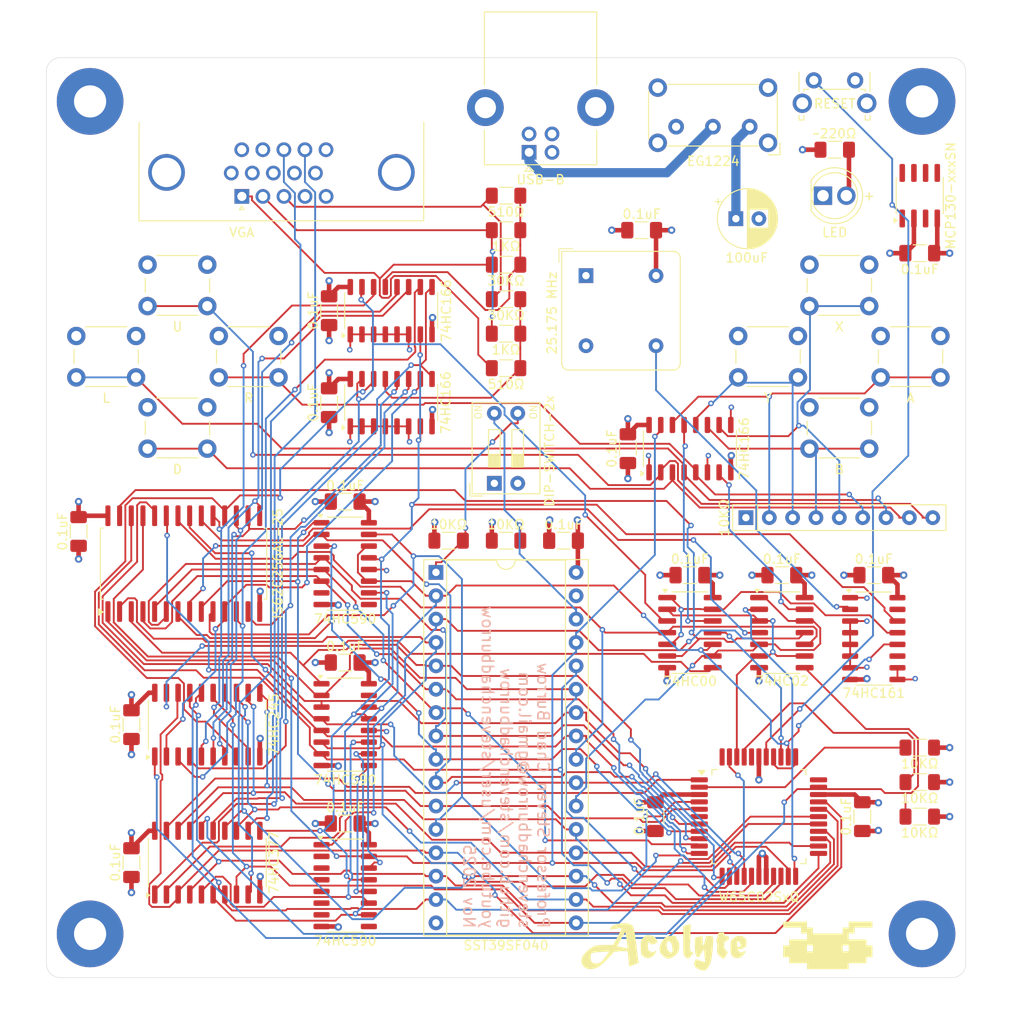
<source format=kicad_pcb>
(kicad_pcb (version 20221018) (generator pcbnew)
  (layers (0 "F.Cu" signal) (1 "In1.Cu" signal) (2 "In2.Cu" signal) (31 "B.Cu" signal) (34 "B.Paste" user) (35 "F.Paste" user) (36 "B.SilkS" user "B.Silkscreen") (37 "F.SilkS" user "F.Silkscreen") (38 "B.Mask" user) (39 "F.Mask" user) (44 "Edge.Cuts" user))
  (net 0 "")
  (net 1 "~{PHI2}")
  (net 2 "/A0")
  (net 3 "/A1")
  (net 4 "/A2")
  (net 5 "/A3")
  (net 6 "/A4")
  (net 7 "/A5")
  (net 8 "/A6")
  (net 9 "/A7")
  (net 10 "/A8")
  (net 11 "/A9")
  (net 12 "/A10")
  (net 13 "/A11")
  (net 14 "/A12")
  (net 15 "/A13")
  (net 16 "Net-(D1-A)")
  (net 17 "A15")
  (net 18 "/D7")
  (net 19 "/D6")
  (net 20 "/D5")
  (net 21 "/D4")
  (net 22 "/D3")
  (net 23 "/D2")
  (net 24 "/D1")
  (net 25 "/D0")
  (net 26 "~{RW}")
  (net 27 "BE")
  (net 28 "PHI2")
  (net 29 "~{RES}")
  (net 30 "~{SO}")
  (net 32 "/C0")
  (net 33 "/C1")
  (net 34 "/C2")
  (net 35 "RED")
  (net 36 "/C3")
  (net 37 "/C4")
  (net 38 "/C5")
  (net 39 "/C6")
  (net 40 "/C7")
  (net 42 "~{LATCH}")
  (net 43 "+5V")
  (net 44 "FCLK")
  (net 45 "GREEN")
  (net 46 "BLUE")
  (net 47 "~{RAM}")
  (net 48 "~{OE}")
  (net 49 "~{WE}")
  (net 51 "~{ROM}")
  (net 52 "H-RESET")
  (net 53 "~{H-RESET}")
  (net 54 "V-RESET")
  (net 56 "H-SYNC")
  (net 57 "V-SYNC")
  (net 58 "VISIBLE")
  (net 59 "GND")
  (net 62 "~{BUS}")
  (net 64 "Net-(J2-VBUS)")
  (net 66 "BTN")
  (net 68 "Net-(U5-Qh)")
  (net 69 "Net-(U6-Qh)")
  (net 72 "HCLK")
  (net 73 "A14")
  (net 74 "SHIFT")
  (net 75 "~{RCO}")
  (net 76 "Net-(U13-SYNC)")
  (net 78 "Net-(U13-RDY)")
  (net 90 "QCLK")
  (net 92 "/B7")
  (net 93 "/B6")
  (net 94 "/B5")
  (net 95 "/B4")
  (net 96 "/B3")
  (net 97 "/B2")
  (net 98 "/B1")
  (net 99 "/B0")
  (net 105 "BANK-A")
  (net 106 "BANK-B")
  (net 107 "~{IRQ}")
  (net 108 "~{NMI}")
  (footprint "Package_SO:SO-16_3.9x9.9mm_P1.27mm" (layer "F.Cu") (at 120 92.5 90)
    (fp_text reference "U12" hide)
    (fp_text value "74HC166" hide)
  )
  (footprint "Package_SO:SO-16_3.9x9.9mm_P1.27mm" (layer "F.Cu") (at 87.5 77.5 90)
    (fp_text reference "U6" hide)
    (fp_text value "74HC166" hide)
  )
  (footprint "Button_Switch_THT:SW_PUSH_6mm_H5mm" (layer "F.Cu") (at 140.75 80.25)
    (fp_text reference "SW8" hide)
    (fp_text value "SW_Push" hide)
  )
  (footprint "Button_Switch_THT:SW_PUSH_6mm_H5mm" (layer "F.Cu") (at 61 88)
    (fp_text reference "SW2" hide)
    (fp_text value "SW_Push" hide)
  )
  (footprint "Capacitor_THT:CP_Radial_D6.3mm_P2.50mm" (layer "F.Cu") (at 125 67.5)
    (fp_text reference "C1" hide)
    (fp_text value "C_Polarized_US" hide)
  )
  (footprint "Resistor_SMD:R_1206_3216Metric_Pad1.30x1.75mm_HandSolder" (layer "F.Cu") (at 145 132.5 180)
    (fp_text reference "R9" hide)
    (fp_text value "R_US" hide)
  )
  (footprint "Connector_USB:USB_B_Lumberg_2411_02_Horizontal" (layer "F.Cu") (at 102.5 60.2875 90)
    (fp_text reference "J2" hide)
    (fp_text value "USB_B" hide)
  )
  (footprint "Hardware:DSUB-15-HD_Female_Horizontal_P2.29x2.54mm_VGA" (layer "F.Cu") (at 71.25 65.08 180)
    (fp_text reference "J1" hide)
    (fp_text value "DE15_Receptacle_HighDensity" hide)
  )
  (footprint "Hardware:CustomLED" (layer "F.Cu") (at 134.475 65)
    (fp_text reference "D1" hide)
    (fp_text value "LED" hide)
  )
  (footprint "Resistor_SMD:R_1206_3216Metric_Pad1.30x1.75mm_HandSolder" (layer "F.Cu") (at 100 80 180)
    (fp_text reference "R4" hide)
    (fp_text value "R_US" hide)
  )
  (footprint "Hardware:ScrewHole-4-40" (layer "F.Cu") (at 54.75 145.25)
    (fp_text reference "TP4" hide)
    (fp_text value "TestPoint" hide)
  )
  (footprint "Package_SO:SO-16_3.9x9.9mm_P1.27mm" (layer "F.Cu") (at 140 113.145)
    (fp_text reference "U7" hide)
    (fp_text value "74HC161" hide)
  )
  (footprint "Capacitor_SMD:C_1206_3216Metric_Pad1.33x1.80mm_HandSolder" (layer "F.Cu") (at 116.25 132.5 -90)
    (fp_text reference "C14" hide)
    (fp_text value "C" hide)
  )
  (footprint "Capacitor_SMD:C_1206_3216Metric_Pad1.33x1.80mm_HandSolder" (layer "F.Cu") (at 145 71.25)
    (fp_text reference "C7" hide)
    (fp_text value "C" hide)
  )
  (footprint "Capacitor_SMD:C_1206_3216Metric_Pad1.33x1.80mm_HandSolder" (layer "F.Cu") (at 120 106.25 180)
    (fp_text reference "C8" hide)
    (fp_text value "C" hide)
  )
  (footprint "Package_SO:SO-14_3.9x8.65mm_P1.27mm" (layer "F.Cu") (at 130 112.5)
    (fp_text reference "U14" hide)
    (fp_text value "74HC02" hide)
  )
  (footprint "Package_SO:SO-20_5.3x12.6mm_P1.27mm" (layer "F.Cu") (at 67.5 137.5 90)
    (fp_text reference "U10" hide)
    (fp_text value "74HC377" hide)
  )
  (footprint "Hardware:AcolyteImage" (layer "F.Cu") (at 117.5 146.5)
    (fp_text reference "G101" hide)
    (fp_text value "LOGO" hide)
  )
  (footprint "Hardware:AlienImage" (layer "F.Cu") (at 135 146.5)
    (fp_text reference "G100" hide)
    (fp_text value "LOGO" hide)
  )
  (footprint "Package_QFP:MQFP-44_10x10mm_P0.8mm" (layer "F.Cu") (at 127.5 132.5)
    (fp_text reference "U13" hide)
    (fp_text value "W65C02SxQ" hide)
  )
  (footprint "Capacitor_SMD:C_1206_3216Metric_Pad1.33x1.80mm_HandSolder" (layer "F.Cu") (at 82.5 115.75 180)
    (fp_text reference "C10" hide)
    (fp_text value "C" hide)
  )
  (footprint "Oscillator:Oscillator_DIP-8" (layer "F.Cu") (at 108.69 73.69 -90)
    (fp_text reference "X2" hide)
    (fp_text value "CXO_DIP8" hide)
  )
  (footprint "Resistor_SMD:R_1206_3216Metric_Pad1.30x1.75mm_HandSolder" (layer "F.Cu") (at 93.75 102.5)
    (fp_text reference "R12" hide)
    (fp_text value "R_US" hide)
  )
  (footprint "Resistor_SMD:R_1206_3216Metric_Pad1.30x1.75mm_HandSolder" (layer "F.Cu") (at 145 128.75 180)
    (fp_text reference "R2" hide)
    (fp_text value "R_US" hide)
  )
  (footprint "Hardware:ScrewHole-4-40" (layer "F.Cu") (at 145.25 145.25)
    (fp_text reference "TP3" hide)
    (fp_text value "TestPoint" hide)
  )
  (footprint "Capacitor_SMD:C_1206_3216Metric_Pad1.33x1.80mm_HandSolder" (layer "F.Cu") (at 82.5 133.25 180)
    (fp_text reference "C11" hide)
    (fp_text value "C" hide)
  )
  (footprint "Capacitor_SMD:C_1206_3216Metric_Pad1.33x1.80mm_HandSolder" (layer "F.Cu") (at 106.25 102.5 180)
    (fp_text reference "C16" hide)
    (fp_text value "C" hide)
  )
  (footprint "Package_SO:SO-14_3.9x8.65mm_P1.27mm" (layer "F.Cu") (at 120 112.5)
    (fp_text reference "U15" hide)
    (fp_text value "74HC00" hide)
  )
  (footprint "Capacitor_SMD:C_1206_3216Metric_Pad1.33x1.80mm_HandSolder" (layer "F.Cu") (at 82.5 98.25 180)
    (fp_text reference "C6" hide)
    (fp_text value "C" hide)
  )
  (footprint "Capacitor_SMD:C_1206_3216Metric_Pad1.33x1.80mm_HandSolder" (layer "F.Cu") (at 80.75 77.5 -90)
    (fp_text reference "C4" hide)
    (fp_text value "C" hide)
  )
  (footprint "Capacitor_SMD:C_1206_3216Metric_Pad1.33x1.80mm_HandSolder" (layer "F.Cu") (at 80.75 87.5 -90)
    (fp_text reference "C3" hide)
    (fp_text value "C" hide)
  )
  (footprint "Resistor_SMD:R_1206_3216Metric_Pad1.30x1.75mm_HandSolder" (layer "F.Cu") (at 100 72.5 180)
    (fp_text reference "R6" hide)
    (fp_text value "R_US" hide)
  )
  (footprint "Resistor_SMD:R_1206_3216Metric_Pad1.30x1.75mm_HandSolder" (layer "F.Cu") (at 135.75 60 180)
    (fp_text reference "R11" hide)
    (fp_text value "R_US" hide)
  )
  (footprint "Resistor_THT:R_Array_SIP9" (layer "F.Cu") (at 126.09 100)
    (fp_text reference "RN1" hide)
    (fp_text value "R_Network08_US" hide)
  )
  (footprint "Capacitor_SMD:C_1206_3216Metric_Pad1.33x1.80mm_HandSolder" (layer "F.Cu") (at 138.75 132.5 -90)
    (fp_text reference "C15" hide)
    (fp_text value "C" hide)
  )
  (footprint "Hardware:ScrewHole-4-40" (layer "F.Cu") (at 145.25 54.75)
    (fp_text reference "TP1" hide)
    (fp_text value "TestPoint" hide)
  )
  (footprint "Package_SO:SO-16_3.9x9.9mm_P1.27mm" (layer "F.Cu") (at 87.5 87.5 90)
    (fp_text reference "U5" hide)
    (fp_text value "74HC166" hide)
  )
  (footprint "Button_Switch_THT:SW_E-Switch_EG1224_SPDT_Angled" (layer "F.Cu") (at 126.5 57.5 180)
    (fp_text reference "SW9" hide)
    (fp_text value "SW_SPDT" hide)
  )
  (footprint "Package_SO:SO-16_3.9x9.9mm_P1.27mm" (layer "F.Cu") (at 82.5 105)
    (fp_text reference "U2" hide)
    (fp_text value "74HC590" hide)
  )
  (footprint "Capacitor_SMD:C_1206_3216Metric_Pad1.33x1.80mm_HandSolder" (layer "F.Cu") (at 59.25 122.5 -90)
    (fp_text reference "C13" hide)
    (fp_text value "C" hide)
  )
  (footprint "Hardware:ScrewHole-4-40" (layer "F.Cu") (at 54.75 54.75)
    (fp_text reference "TP2" hide)
    (fp_text value "TestPoint" hide)
  )
  (footprint "Capacitor_SMD:C_1206_3216Metric_Pad1.33x1.80mm_HandSolder" (layer "F.Cu") (at 53.5 101.5 -90)
    (fp_text reference "C17" hide)
    (fp_text value "C" hide)
  )
  (footprint "Button_Switch_THT:SW_PUSH_6mm_H5mm" (layer "F.Cu") (at 53.25 80.25)
    (fp_text reference "SW3" hide)
    (fp_text value "SW_Push" hide)
  )
  (footprint "Button_Switch_THT:SW_PUSH_6mm_H5mm" (layer "F.Cu") (at 133 72.5)
    (fp_text reference "SW5" hide)
    (fp_text value "SW_Push" hide)
  )
  (footprint "Package_SO:SO-16_3.9x9.9mm_P1.27mm" (layer "F.Cu") (at 82.5 122.5)
    (fp_text reference "U3" hide)
    (fp_text value "74HC590" hide)
  )
  (footprint "Capacitor_SMD:C_1206_3216Metric_Pad1.33x1.80mm_HandSolder" (layer "F.Cu") (at 130 106.25 180)
    (fp_text reference "C9" hide)
    (fp_text value "C" hide)
  )
  (footprint "Package_SO:SO-20_5.3x12.6mm_P1.27mm" (layer "F.Cu") (at 67.5 122.5 90)
    (fp_text reference "U11" hide)
    (fp_text value "74HC245" hide)
  )
  (footprint "Button_Switch_THT:SW_PUSH_6mm_H5mm" (layer "F.Cu") (at 133 88)
    (fp_text reference "SW6" hide)
    (fp_text value "SW_Push" hide)
  )
  (footprint "Package_DIP:DIP-32_W15.24mm_Socket" (layer "F.Cu") (at 92.375 105.95)
    (fp_text reference "U9" hide)
    (fp_text value "SST39SF040" hide)
  )
  (footprint "Resistor_SMD:R_1206_3216Metric_Pad1.30x1.75mm_HandSolder" (layer "F.Cu") (at 100 102.5)
    (fp_text reference "R10" hide)
    (fp_text value "R_US" hide)
  )
  (footprint "Resistor_SMD:R_1206_3216Metric_Pad1.30x1.75mm_HandSolder" (layer "F.Cu") (at 100 68.75 180)
    (fp_text reference "R7" hide)
    (fp_text value "R_US" hide)
  )
  (footprint "Button_Switch_THT:SW_PUSH_6mm_H5mm" (layer "F.Cu") (at 125.25 80.25)
    (fp_text reference "SW7" hide)
    (fp_text value "SW_Push" hide)
  )
  (footprint "Capacitor_SMD:C_1206_3216Metric_Pad1.33x1.80mm_HandSolder" (layer "F.Cu") (at 140 106.25 180)
    (fp_text reference "C2" hide)
    (fp_text value "C" hide)
  )
  (footprint "Hardware:SOP-28_8.4x18.5mm_P1.27mm" (layer "F.Cu") (at 63.675 105 90)
    (fp_text reference "U1" hide)
    (fp_text value "IS62C256AL-25" hide)
  )
  (footprint "Button_Switch_THT:SW_Tactile_SPST_Angled_PTS645Vx83-2LFS" (layer "F.Cu") (at 133.475 52.4625)
    (fp_text reference "SW10" hide)
    (fp_text value "SW_Push" hide)
  )
  (footprint "Capacitor_SMD:C_1206_3216Metric_Pad1.33x1.80mm_HandSolder" (layer "F.Cu") (at 113.25 92.5 -90)
    (fp_text reference "C5" hide)
    (fp_text value "C" hide)
  )
  (footprint "Button_Switch_THT:SW_PUSH_6mm_H5mm" (layer "F.Cu") (at 61 72.5)
    (fp_text reference "SW1" hide)
    (fp_text value "SW_Push" hide)
  )
  (footprint "Resistor_SMD:R_1206_3216Metric_Pad1.30x1.75mm_HandSolder" (layer "F.Cu") (at 100 76.25 180)
    (fp_text reference "R5" hide)
    (fp_text value "R_US" hide)
  )
  (footprint "Capacitor_SMD:C_1206_3216Metric_Pad1.33x1.80mm_HandSolder" (layer "F.Cu") (at 114.75 68.75 180)
    (fp_text reference "C18" hide)
    (fp_text value "C" hide)
  )
  (footprint "Button_Switch_THT:SW_DIP_SPSTx02_Slide_9.78x7.26mm_W7.62mm_P2.54mm" (layer "F.Cu") (at 98.725 96.2675 90)
    (fp_text reference "SW11" hide)
    (fp_text value "SW_DIP_x02" hide)
  )
  (footprint "Package_SO:SO-16_3.9x9.9mm_P1.27mm" (layer "F.Cu") (at 82.5 140)
    (fp_text reference "U4" hide)
    (fp_text value "74HC590" hide)
  )
  (footprint "Resistor_SMD:R_1206_3216Metric_Pad1.30x1.75mm_HandSolder" (layer "F.Cu") (at 100 83.75 180)
    (fp_text reference "R3" hide)
    (fp_text value "R_US" hide)
  )
  (footprint "Capacitor_SMD:C_1206_3216Metric_Pad1.33x1.80mm_HandSolder" (layer "F.Cu") (at 59.25 137.5 -90)
    (fp_text reference "C12" hide)
    (fp_text value "C" hide)
  )
  (footprint "Resistor_SMD:R_1206_3216Metric_Pad1.30x1.75mm_HandSolder" (layer "F.Cu") (at 100 65 180)
    (fp_text reference "R8" hide)
    (fp_text value "R_US" hide)
  )
  (footprint "Package_SO:SOIC-8_3.9x4.9mm_P1.27mm" (layer "F.Cu") (at 145 65 90)
    (fp_text reference "U8" hide)
    (fp_text value "MCP130-xxxxSN" hide)
  )
  (footprint "Resistor_SMD:R_1206_3216Metric_Pad1.30x1.75mm_HandSolder" (layer "F.Cu") (at 145 125 180)
    (fp_text reference "R1" hide)
    (fp_text value "R_US" hide)
  )
  (footprint "Button_Switch_THT:SW_PUSH_6mm_H5mm" (layer "F.Cu") (at 68.75 80.25)
    (fp_text reference "SW4" hide)
    (fp_text value "SW_Push" hide)
  )
  (gr_line (start 107.25 70.75) (end 105.75 70.75) (stroke (width 0.1)) (layer "F.SilkS"))
  (gr_line (start 105.75 70.75) (end 105.75 72.25) (stroke (width 0.1)) (layer "F.SilkS"))
  (gr_arc (start 50 51.5) (mid 50.43934 50.43934) (end 51.5 50) (stroke (width 0.05)) (layer "Edge.Cuts"))
  (gr_arc (start 51.5 150) (mid 50.43934 149.56066) (end 50 148.5) (stroke (width 0.05)) (layer "Edge.Cuts"))
  (gr_line (start 51.5 150) (end 148.5 150) (stroke (width 0.05)) (layer "Edge.Cuts"))
  (gr_line (start 148.5 50) (end 51.5 50) (stroke (width 0.05)) (layer "Edge.Cuts"))
  (gr_arc (start 150 148.5) (mid 149.56066 149.56066) (end 148.5 150) (stroke (width 0.05)) (layer "Edge.Cuts"))
  (gr_arc (start 148.5 50) (mid 149.56066 50.43934) (end 150 51.5) (stroke (width 0.05)) (layer "Edge.Cuts"))
  (gr_line (start 50 51.5) (end 50 148.5) (stroke (width 0.05)) (layer "Edge.Cuts"))
  (gr_line (start 150 148.5) (end 150 51.5) (stroke (width 0.05)) (layer "Edge.Cuts"))
  (gr_text "Professor Steven Chad Burrow\nstevenchadburrow@gmail.com\ngithub.com/stevenchadburrow\nyoutube.com/user/stevenchadburrow\nNov 2025" (at 95.25 144.75 -90) (layer "B.SilkS") (effects (font (size 1.25 1.25) (thickness 0.175)) (justify left bottom mirror)))
  (segment (start 125.1 126.0125) (end 125.1 117.1131) (width 0.2) (layer "F.Cu") (net 1))
  (segment (start 129.0154 111.23) (end 127.525 111.23) (width 0.2) (layer "F.Cu") (net 1))
  (segment (start 127.1731 115.04) (end 127.525 115.04) (width 0.2) (layer "F.Cu") (net 1))
  (segment (start 128.5623 115.04) (end 129.0154 114.5869) (width 0.2) (layer "F.Cu") (net 1))
  (segment (start 117.525 109.96) (end 118.194 110.629) (width 0.2) (layer "F.Cu") (net 1))
  (segment (start 127.525 115.04) (end 128.5623 115.04) (width 0.2) (layer "F.Cu") (net 1))
  (segment (start 132.475 115.04) (end 129.4685 115.04) (width 0.2) (layer "F.Cu") (net 1))
  (segment (start 118.194 110.629) (end 126.924 110.629) (width 0.2) (layer "F.Cu") (net 1))
  (segment (start 125.1 117.1131) (end 127.1731 115.04) (width 0.2) (layer "F.Cu") (net 1))
  (segment (start 126.924 110.629) (end 127.525 111.23) (width 0.2) (layer "F.Cu") (net 1))
  (segment (start 129.4685 115.04) (end 129.0154 114.5869) (width 0.2) (layer "F.Cu") (net 1))
  (via (at 129.0154 114.5869) (size 0.6) (drill 0.3) (layers "F.Cu" "B.Cu") (net 1))
  (via (at 129.0154 111.23) (size 0.6) (drill 0.3) (layers "F.Cu" "B.Cu") (net 1))
  (segment (start 129.0154 111.23) (end 129.0154 114.5869) (width 0.2) (layer "B.Cu") (net 1))
  (segment (start 68.0485 112.6934) (end 78.5434 112.6934) (width 0.2) (layer "F.Cu") (net 2))
  (segment (start 116.8008 132.478) (end 115.1689 132.478) (width 0.2) (layer "F.Cu") (net 2))
  (segment (start 118.3788 130.9) (end 116.8008 132.478) (width 0.2) (layer "F.Cu") (net 2))
  (segment (start 121.0125 130.9) (end 118.3788 130.9) (width 0.2) (layer "F.Cu") (net 2))
  (segment (start 85.075 101.825) (end 87.5676 101.825) (width 0.2) (layer "F.Cu") (net 2))
  (segment (start 86.7149 110.6027) (end 87.7397 109.5779) (width 0.2) (layer "F.Cu") (net 2))
  (segment (start 78.5434 112.6934) (end 80.6341 110.6027) (width 0.2) (layer "F.Cu") (net 2))
  (segment (start 67.7568 112.4017) (end 68.0485 112.6934) (width 0.2) (layer "F.Cu") (net 2))
  (segment (start 87.5676 101.825) (end 89.9242 104.1816) (width 0.2) (layer "F.Cu") (net 2))
  (segment (start 68.12 110.207) (end 67.7568 110.5702) (width 0.2) (layer "F.Cu") (net 2))
  (segment (start 80.6341 110.6027) (end 86.7149 110.6027) (width 0.2) (layer "F.Cu") (net 2))
  (segment (start 67.7568 110.5702) (end 67.7568 112.4017) (width 0.2) (layer "F.Cu") (net 2))
  (via (at 115.1689 132.478) (size 0.6) (drill 0.3) (layers "F.Cu" "B.Cu") (net 2))
  (via (at 87.7397 109.5779) (size 0.6) (drill 0.3) (layers "F.Cu" "B.Cu") (net 2))
  (via (at 89.9242 104.1816) (size 0.6) (drill 0.3) (layers "F.Cu" "B.Cu") (net 2))
  (segment (start 115.2651 132.5742) (end 115.1689 132.478) (width 0.2) (layer "B.Cu") (net 2))
  (segment (start 95.1986 130.3495) (end 95.1986 106.6745) (width 0.2) (layer "B.Cu") (net 2))
  (segment (start 92.7584 132.7897) (end 92.375 132.7897) (width 0.2) (layer "B.Cu") (net 2))
  (segment (start 95.1986 106.6745) (end 92.7057 104.1816) (width 0.2) (layer "B.Cu") (net 2))
  (segment (start 92.375 133.89) (end 92.375 132.7897) (width 0.2) (layer "B.Cu") (net 2))
  (segment (start 105.1324 140.2833) (end 109.1318 140.2833) (width 0.2) (layer "B.Cu") (net 2))
  (segment (start 95.1986 130.3495) (end 105.1324 140.2833) (width 0.2) (layer "B.Cu") (net 2))
  (segment (start 109.3799 140.5314) (end 112.5624 140.5314) (width 0.2) (layer "B.Cu") (net 2))
  (segment (start 115.2651 137.8287) (end 115.2651 132.5742) (width 0.2) (layer "B.Cu") (net 2))
  (segment (start 109.1318 140.2833) (end 109.3799 140.5314) (width 0.2) (layer "B.Cu") (net 2))
  (segment (start 112.5624 140.5314) (end 115.2651 137.8287) (width 0.2) (layer "B.Cu") (net 2))
  (segment (start 95.1986 130.3495) (end 92.7584 132.7897) (width 0.2) (layer "B.Cu") (net 2))
  (segment (start 87.7397 109.5779) (end 89.9242 107.3934) (width 0.2) (layer "B.Cu") (net 2))
  (segment (start 89.9242 107.3934) (end 89.9242 104.1816) (width 0.2) (layer "B.Cu") (net 2))
  (segment (start 92.7057 104.1816) (end 89.9242 104.1816) (width 0.2) (layer "B.Cu") (net 2))
  (segment (start 104.541 131.35) (end 92.375 131.35) (width 0.2) (layer "F.Cu") (net 3))
  (segment (start 66.85 110.207) (end 66.85 109.7299) (width 0.2) (layer "F.Cu") (net 3))
  (segment (start 92.375 131.35) (end 91.2747 131.35) (width 0.2) (layer "F.Cu") (net 3))
  (segment (start 114.8677 133.0783) (end 114.4751 132.6857) (width 0.2) (layer "F.Cu") (net 3))
  (segment (start 116.7666 133.0783) (end 114.8677 133.0783) (width 0.2) (layer "F.Cu") (net 3))
  (segment (start 69.6807 106.8992) (end 77.2708 106.8992) (width 0.2) (layer "F.Cu") (net 3))
  (segment (start 80.6355 128.9652) (end 81.3583 129.688) (width 0.2) (layer "F.Cu") (net 3))
  (segment (start 77.2708 106.8992) (end 77.3362 106.9646) (width 0.2) (layer "F.Cu") (net 3))
  (segment (start 105.8767 132.6857) (end 104.541 131.35) (width 0.2) (layer "F.Cu") (net 3))
  (segment (start 118.1449 131.7) (end 116.7666 133.0783) (width 0.2) (layer "F.Cu") (net 3))
  (segment (start 66.85 109.7299) (end 69.6807 106.8992) (width 0.2) (layer "F.Cu") (net 3))
  (segment (start 89.0466 129.688) (end 90.7086 131.35) (width 0.2) (layer "F.Cu") (net 3))
  (segment (start 81.3583 129.688) (end 89.0466 129.688) (width 0.2) (layer "F.Cu") (net 3))
  (segment (start 77.9751 101.6004) (end 79.0205 100.555) (width 0.2) (layer "F.Cu") (net 3))
  (segment (start 114.4751 132.6857) (end 105.8767 132.6857) (width 0.2) (layer "F.Cu") (net 3))
  (segment (start 90.7086 131.35) (end 91.2747 131.35) (width 0.2) (layer "F.Cu") (net 3))
  (segment (start 121.0125 131.7) (end 118.1449 131.7) (width 0.2) (layer "F.Cu") (net 3))
  (segment (start 79.0205 100.555) (end 79.925 100.555) (width 0.2) (layer "F.Cu") (net 3))
  (via (at 80.6355 128.9652) (size 0.6) (drill 0.3) (layers "F.Cu" "B.Cu") (net 3))
  (via (at 77.9751 101.6004) (size 0.6) (drill 0.3) (layers "F.Cu" "B.Cu") (net 3))
  (via (at 77.3362 106.9646) (size 0.6) (drill 0.3) (layers "F.Cu" "B.Cu") (net 3))
  (segment (start 77.9751 101.6004) (end 77.3606 102.2149) (width 0.2) (layer "B.Cu") (net 3))
  (segment (start 77.3606 102.2149) (end 77.3606 106.9646) (width 0.2) (layer "B.Cu") (net 3))
  (segment (start 77.3606 106.9646) (end 77.3606 125.6903) (width 0.2) (layer "B.Cu") (net 3))
  (segment (start 77.3606 125.6903) (end 80.6355 128.9652) (width 0.2) (layer "B.Cu") (net 3))
  (segment (start 77.3606 106.9646) (end 77.3362 106.9646) (width 0.2) (layer "B.Cu") (net 3))
  (segment (start 86.5733 102.46) (end 91.346 107.2327) (width 0.2) (layer "F.Cu") (net 4))
  (segment (start 79.925 101.825) (end 80.56 102.46) (width 0.2) (layer "F.Cu") (net 4))
  (segment (start 94.0996 128.1857) (end 106.0337 128.1857) (width 0.2) (layer "F.Cu") (net 4))
  (segment (start 80.56 102.46) (end 86.5733 102.46) (width 0.2) (layer "F.Cu") (net 4))
  (segment (start 65.58 109.1553) (end 67.0393 107.696) (width 0.2) (layer "F.Cu") (net 4))
  (segment (start 111.3381 127.6636) (end 111.8358 128.1613) (width 0.2) (layer "F.Cu") (net 4))
  (segment (start 93.4753 128.81) (end 94.0996 128.1857) (width 0.2) (layer "F.Cu") (net 4))
  (segment (start 77.926 103.0646) (end 68.408 103.0646) (width 0.2) (layer "F.Cu") (net 4))
  (segment (start 79.1656 101.825) (end 77.926 103.0646) (width 0.2) (layer "F.Cu") (net 4))
  (segment (start 106.0337 128.1857) (end 106.5558 127.6636) (width 0.2) (layer "F.Cu") (net 4))
  (segment (start 106.5558 127.6636) (end 111.3381 127.6636) (width 0.2) (layer "F.Cu") (net 4))
  (segment (start 121.0125 133.3) (end 118.8272 133.3) (width 0.2) (layer "F.Cu") (net 4))
  (segment (start 111.8358 128.1613) (end 113.6886 128.1613) (width 0.2) (layer "F.Cu") (net 4))
  (segment (start 65.58 110.207) (end 65.58 109.1553) (width 0.2) (layer "F.Cu") (net 4))
  (segment (start 92.375 128.81) (end 93.4753 128.81) (width 0.2) (layer "F.Cu") (net 4))
  (segment (start 118.8272 133.3) (end 118.1105 132.5833) (width 0.2) (layer "F.Cu") (net 4))
  (segment (start 79.925 101.825) (end 79.1656 101.825) (width 0.2) (layer "F.Cu") (net 4))
  (via (at 113.6886 128.1613) (size 0.6) (drill 0.3) (layers "F.Cu" "B.Cu") (net 4))
  (via (at 67.0393 107.696) (size 0.6) (drill 0.3) (layers "F.Cu" "B.Cu") (net 4))
  (via (at 118.1105 132.5833) (size 0.6) (drill 0.3) (layers "F.Cu" "B.Cu") (net 4))
  (via (at 91.346 107.2327) (size 0.6) (drill 0.3) (layers "F.Cu" "B.Cu") (net 4))
  (via (at 68.408 103.0646) (size 0.6) (drill 0.3) (layers "F.Cu" "B.Cu") (net 4))
  (segment (start 67.0393 104.4333) (end 68.408 103.0646) (width 0.2) (layer "B.Cu") (net 4))
  (segment (start 92.375 127.7097) (end 92.5125 127.7097) (width 0.2) (layer "B.Cu") (net 4))
  (segment (start 114.7863 129.259) (end 114.9985 129.259) (width 0.2) (layer "B.Cu") (net 4))
  (segment (start 67.0393 107.696) (end 67.0393 104.4333) (width 0.2) (layer "B.Cu") (net 4))
  (segment (start 93.9445 126.2777) (end 93.9445 108.4842) (width 0.2) (layer "B.Cu") (net 4))
  (segment (start 118.1105 132.371) (end 118.1105 132.5833) (width 0.2) (layer "B.Cu") (net 4))
  (segment (start 113.6886 128.1613) (end 114.7863 129.259) (width 0.2) (layer "B.Cu") (net 4))
  (segment (start 93.9445 108.4842) (end 92.693 107.2327) (width 0.2) (layer "B.Cu") (net 4))
  (segment (start 92.693 107.2327) (end 91.346 107.2327) (width 0.2) (layer "B.Cu") (net 4))
  (segment (start 92.5125 127.7097) (end 93.9445 126.2777) (width 0.2) (layer "B.Cu") (net 4))
  (segment (start 92.375 128.81) (end 92.375 127.7097) (width 0.2) (layer "B.Cu") (net 4))
  (segment (start 114.9985 129.259) (end 118.1105 132.371) (width 0.2) (layer "B.Cu") (net 4))
  (segment (start 79.925 103.095) (end 81.3191 103.095) (width 0.2) (layer "F.Cu") (net 5))
  (segment (start 64.31 110.7261) (end 66.3422 112.7583) (width 0.2) (layer "F.Cu") (net 5))
  (segment (start 117.8648 134.1) (end 117.7104 134.2544) (width 0.2) (layer "F.Cu") (net 5))
  (segment (start 86.389 117.5562) (end 86.8347 117.5562) (width 0.2) (layer "F.Cu") (net 5))
  (segment (start 64.31 110.207) (end 64.31 110.7261) (width 0.2) (layer "F.Cu") (net 5))
  (segment (start 67.4544 112.7583) (end 67.7899 113.0938) (width 0.2) (layer "F.Cu") (net 5))
  (segment (start 121.0125 134.1) (end 117.8648 134.1) (width 0.2) (layer "F.Cu") (net 5))
  (segment (start 109.8736 126.9435) (end 108.0884 125.1583) (width 0.2) (layer "F.Cu") (net 5))
  (segment (start 108.0884 125.1583) (end 106.1051 125.1583) (width 0.2) (layer "F.Cu") (net 5))
  (segment (start 66.3422 112.7583) (end 67.4544 112.7583) (width 0.2) (layer "F.Cu") (net 5))
  (segment (start 79.2216 113.0938) (end 81.0709 111.2445) (width 0.2) (layer "F.Cu") (net 5))
  (segment (start 104.9934 126.27) (end 92.375 126.27) (width 0.2) (layer "F.Cu") (net 5))
  (segment (start 109.8736 127.0434) (end 109.8736 126.9435) (width 0.2) (layer "F.Cu") (net 5))
  (segment (start 67.7899 113.0938) (end 79.2216 113.0938) (width 0.2) (layer "F.Cu") (net 5))
  (segment (start 86.8347 117.5562) (end 90.5109 121.2324) (width 0.2) (layer "F.Cu") (net 5))
  (segment (start 106.1051 125.1583) (end 104.9934 126.27) (width 0.2) (layer "F.Cu") (net 5))
  (via (at 109.8736 127.0434) (size 0.6) (drill 0.3) (layers "F.Cu" "B.Cu") (net 5))
  (via (at 81.3191 103.095) (size 0.6) (drill 0.3) (layers "F.Cu" "B.Cu") (net 5))
  (via (at 90.5109 121.2324) (size 0.6) (drill 0.3) (layers "F.Cu" "B.Cu") (net 5))
  (via (at 117.7104 134.2544) (size 0.6) (drill 0.3) (layers "F.Cu" "B.Cu") (net 5))
  (via (at 86.389 117.5562) (size 0.6) (drill 0.3) (layers "F.Cu" "B.Cu") (net 5))
  (via (at 81.0709 111.2445) (size 0.6) (drill 0.3) (layers "F.Cu" "B.Cu") (net 5))
  (segment (start 109.8736 127.0434) (end 109.8736 127.3992) (width 0.2) (layer "B.Cu") (net 5))
  (segment (start 80.9934 103.4207) (end 81.3191 103.095) (width 0.2) (layer "B.Cu") (net 5))
  (segment (start 109.8736 127.3992) (end 114.234 131.7596) (width 0.2) (layer "B.Cu") (net 5))
  (segment (start 81.0709 112.2381) (end 86.389 117.5562) (width 0.2) (layer "B.Cu") (net 5))
  (segment (start 117.7104 134.1645) (end 117.7104 134.2544) (width 0.2) (layer "B.Cu") (net 5))
  (segment (start 92.147 125.1697) (end 92.375 125.1697) (width 0.2) (layer "B.Cu") (net 5))
  (segment (start 115.3055 131.7596) (end 117.7104 134.1645) (width 0.2) (layer "B.Cu") (net 5))
  (segment (start 80.9934 111.167) (end 80.9934 103.4207) (width 0.2) (layer "B.Cu") (net 5))
  (segment (start 90.5109 121.2324) (end 90.5109 123.5336) (width 0.2) (layer "B.Cu") (net 5))
  (segment (start 92.375 126.27) (end 92.375 125.1697) (width 0.2) (layer "B.Cu") (net 5))
  (segment (start 90.5109 123.5336) (end 92.147 125.1697) (width 0.2) (layer "B.Cu") (net 5))
  (segment (start 81.0709 111.2445) (end 80.9934 111.167) (width 0.2) (layer "B.Cu") (net 5))
  (segment (start 81.0709 111.2445) (end 81.0709 112.2381) (width 0.2) (layer "B.Cu") (net 5))
  (segment (start 114.234 131.7596) (end 115.3055 131.7596) (width 0.2) (layer "B.Cu") (net 5))
  (segment (start 108.4405 122.5634) (end 112.7904 126.9133) (width 0.2) (layer "F.Cu") (net 6))
  (segment (start 62.1587 111.6461) (end 61.4598 111.6461) (width 0.2) (layer "F.Cu") (net 6))
  (segment (start 112.7904 126.9133) (end 113.4252 126.9133) (width 0.2) (layer "F.Cu") (net 6))
  (segment (start 91.8471 112.2083) (end 93.1378 112.2083) (width 0.2) (layer "F.Cu") (net 6))
  (segment (start 105.0995 123.73) (end 106.2661 122.5634) (width 0.2) (layer "F.Cu") (net 6))
  (segment (start 83.2311 107.383) (end 83.2311 107.8825) (width 0.2) (layer "F.Cu") (net 6))
  (segment (start 83.2311 107.8825) (end 84.1585 108.8099) (width 0.2) (layer "F.Cu") (net 6))
  (segment (start 65.1613 105.034) (end 79.256 105.034) (width 0.2) (layer "F.Cu") (net 6))
  (segment (start 80.2131 104.365) (end 83.2311 107.383) (width 0.2) (layer "F.Cu") (net 6))
  (segment (start 61.135 111.3213) (end 61.135 109.0603) (width 0.2) (layer "F.Cu") (net 6))
  (segment (start 61.135 109.0603) (end 65.1613 105.034) (width 0.2) (layer "F.Cu") (net 6))
  (segment (start 79.925 104.365) (end 80.2131 104.365) (width 0.2) (layer "F.Cu") (net 6))
  (segment (start 63.04 110.207) (end 63.04 110.7648) (width 0.2) (layer "F.Cu") (net 6))
  (segment (start 92.375 123.73) (end 105.0995 123.73) (width 0.2) (layer "F.Cu") (net 6))
  (segment (start 61.4598 111.6461) (end 61.135 111.3213) (width 0.2) (layer "F.Cu") (net 6))
  (segment (start 79.256 105.034) (end 79.925 104.365) (width 0.2) (layer "F.Cu") (net 6))
  (segment (start 88.4487 108.8099) (end 91.8471 112.2083) (width 0.2) (layer "F.Cu") (net 6))
  (segment (start 63.04 110.7648) (end 62.1587 111.6461) (width 0.2) (layer "F.Cu") (net 6))
  (segment (start 106.2661 122.5634) (end 108.4405 122.5634) (width 0.2) (layer "F.Cu") (net 6))
  (segment (start 84.1585 108.8099) (end 88.4487 108.8099) (width 0.2) (layer "F.Cu") (net 6))
  (segment (start 119.6723 134.9) (end 119.5545 134.7822) (width 0.2) (layer "F.Cu") (net 6))
  (segment (start 121.0125 134.9) (end 119.6723 134.9) (width 0.2) (layer "F.Cu") (net 6))
  (via (at 93.1378 112.2083) (size 0.6) (drill 0.3) (layers "F.Cu" "B.Cu") (net 6))
  (via (at 113.4252 126.9133) (size 0.6) (drill 0.3) (layers "F.Cu" "B.Cu") (net 6))
  (via (at 119.5545 134.7822) (size 0.6) (drill 0.3) (layers "F.Cu" "B.Cu") (net 6))
  (segment (start 93.4754 112.5459) (end 93.4754 121.7573) (width 0.2) (layer "B.Cu") (net 6))
  (segment (start 92.375 123.73) (end 92.375 122.6297) (width 0.2) (layer "B.Cu") (net 6))
  (segment (start 93.4754 121.7573) (end 92.603 122.6297) (width 0.2) (layer "B.Cu") (net 6))
  (segment (start 113.4252 126.9133) (end 113.4252 126.958) (width 0.2) (layer "B.Cu") (net 6))
  (segment (start 115.2351 128.8587) (end 119.5545 133.1781) (width 0.2) (layer "B.Cu") (net 6))
  (segment (start 93.1378 112.2083) (end 93.4754 112.5459) (width 0.2) (layer "B.Cu") (net 6))
  (segment (start 92.603 122.6297) (end 92.375 122.6297) (width 0.2) (layer "B.Cu") (net 6))
  (segment (start 113.4252 126.958) (end 114.4533 127.9861) (width 0.2) (layer "B.Cu") (net 6))
  (segment (start 115.1373 128.8587) (end 115.2351 128.8587) (width 0.2) (layer "B.Cu") (net 6))
  (segment (start 114.4533 127.9861) (end 114.4533 128.1747) (width 0.2) (layer "B.Cu") (net 6))
  (segment (start 119.5545 133.1781) (end 119.5545 134.7822) (width 0.2) (layer "B.Cu") (net 6))
  (segment (start 114.4533 128.1747) (end 115.1373 128.8587) (width 0.2) (layer "B.Cu") (net 6))
  (segment (start 120.815 135.5025) (end 115.855 135.5025) (width 0.2) (layer "F.Cu") (net 7))
  (segment (start 61.77 110.207) (end 61.77 109.7049) (width 0.2) (layer "F.Cu") (net 7))
  (segment (start 83.6343 109.0982) (end 83.6343 109.7053) (width 0.2) (layer "F.Cu") (net 7))
  (segment (start 80.1711 105.635) (end 83.6343 109.0982) (width 0.2) (layer "F.Cu") (net 7))
  (segment (start 86.6526 115.5248) (end 91.8536 120.7258) (width 0.2) (layer "F.Cu") (net 7))
  (segment (start 115.4363 135.0838) (end 104.2508 135.0838) (width 0.2) (layer "F.Cu") (net 7))
  (segment (start 91.8536 120.7258) (end 92.375 120.7258) (width 0.2) (layer "F.Cu") (net 7))
  (segment (start 65.8399 105.635) (end 79.925 105.635) (width 0.2) (layer "F.Cu") (net 7))
  (segment (start 79.925 105.635) (end 80.1711 105.635) (width 0.2) (layer "F.Cu") (net 7))
  (segment (start 121.0125 135.7) (end 120.815 135.5025) (width 0.2) (layer "F.Cu") (net 7))
  (segment (start 95.2638 120.7258) (end 95.8793 121.3413) (width 0.2) (layer "F.Cu") (net 7))
  (segment (start 115.855 135.5025) (end 115.4363 135.0838) (width 0.2) (layer "F.Cu") (net 7))
  (segment (start 61.77 109.7049) (end 65.8399 105.635) (width 0.2) (layer "F.Cu") (net 7))
  (segment (start 92.375 121.19) (end 92.375 120.7258) (width 0.2) (layer "F.Cu") (net 7))
  (segment (start 92.375 120.7258) (end 95.2638 120.7258) (width 0.2) (layer "F.Cu") (net 7))
  (via (at 104.2508 135.0838) (size 0.6) (drill 0.3) (layers "F.Cu" "B.Cu") (net 7))
  (via (at 95.8793 121.3413) (size 0.6) (drill 0.3) (layers "F.Cu" "B.Cu") (net 7))
  (via (at 83.6343 109.7053) (size 0.6) (drill 0.3) (layers "F.Cu" "B.Cu") (net 7))
  (via (at 86.6526 115.5248) (size 0.6) (drill 0.3) (layers "F.Cu" "B.Cu") (net 7))
  (segment (start 83.6343 109.7053) (end 86.6526 112.7236) (width 0.2) (layer "B.Cu") (net 7))
  (segment (start 95.8793 121.3413) (end 104.2508 129.7128) (width 0.2) (layer "B.Cu") (net 7))
  (segment (start 104.2508 129.7128) (end 104.2508 135.0838) (width 0.2) (layer "B.Cu") (net 7))
  (segment (start 86.6526 112.7236) (end 86.6526 115.5248) (width 0.2) (layer "B.Cu") (net 7))
  (segment (start 119.7194 136.5) (end 121.0125 136.5) (width 0.2) (layer "F.Cu") (net 8))
  (segment (start 87.4586 114.8339) (end 91.2747 118.65) (width 0.2) (layer "F.Cu") (net 8))
  (segment (start 63.6747 111.328) (end 62.9563 112.0464) (width 0.2) (layer "F.Cu") (net 8))
  (segment (start 66.4226 106.3493) (end 63.6747 109.0972) (width 0.2) (layer "F.Cu") (net 8))
  (segment (start 79.925 106.905) (end 79.3693 106.3493) (width 0.2) (layer "F.Cu") (net 8))
  (segment (start 111.6883 123.5213) (end 111.6883 124.0866) (width 0.2) (layer "F.Cu") (net 8))
  (segment (start 93.4753 118.65) (end 94.5756 119.7503) (width 0.2) (layer "F.Cu") (net 8))
  (segment (start 60.5 111.2524) (end 60.5 110.207) (width 0.2) (layer "F.Cu") (net 8))
  (segment (start 61.294 112.0464) (end 60.5 111.2524) (width 0.2) (layer "F.Cu") (net 8))
  (segment (start 79.925 106.905) (end 80.1818 106.905) (width 0.2) (layer "F.Cu") (net 8))
  (segment (start 107.9173 119.7503) (end 111.6883 123.5213) (width 0.2) (layer "F.Cu") (net 8))
  (segment (start 85.9292 114.8339) (end 87.4586 114.8339) (width 0.2) (layer "F.Cu") (net 8))
  (segment (start 62.9563 112.0464) (end 61.294 112.0464) (width 0.2) (layer "F.Cu") (net 8))
  (segment (start 119.3325 136.1131) (end 119.7194 136.5) (width 0.2) (layer "F.Cu") (net 8))
  (segment (start 79.3693 106.3493) (end 66.4226 106.3493) (width 0.2) (layer "F.Cu") (net 8))
  (segment (start 92.375 118.65) (end 93.4753 118.65) (width 0.2) (layer "F.Cu") (net 8))
  (segment (start 80.1818 106.905) (end 82.7691 109.4923) (width 0.2) (layer "F.Cu") (net 8))
  (segment (start 91.8249 118.65) (end 92.375 118.65) (width 0.2) (layer "F.Cu") (net 8))
  (segment (start 91.8249 118.65) (end 91.2747 118.65) (width 0.2) (layer "F.Cu") (net 8))
  (segment (start 94.5756 119.7503) (end 107.9173 119.7503) (width 0.2) (layer "F.Cu") (net 8))
  (segment (start 63.6747 109.0972) (end 63.6747 111.328) (width 0.2) (layer "F.Cu") (net 8))
  (via (at 111.6883 124.0866) (size 0.6) (drill 0.3) (layers "F.Cu" "B.Cu") (net 8))
  (via (at 82.7691 109.4923) (size 0.6) (drill 0.3) (layers "F.Cu" "B.Cu") (net 8))
  (via (at 119.3325 136.1131) (size 0.6) (drill 0.3) (layers "F.Cu" "B.Cu") (net 8))
  (via (at 85.9292 114.8339) (size 0.6) (drill 0.3) (layers "F.Cu" "B.Cu") (net 8))
  (segment (start 82.7691 111.6738) (end 85.9292 114.8339) (width 0.2) (layer "B.Cu") (net 8))
  (segment (start 114.3376 129.6593) (end 114.7642 129.6593) (width 0.2) (layer "B.Cu") (net 8))
  (segment (start 112.3183 124.7166) (end 112.3183 127.64) (width 0.2) (layer "B.Cu") (net 8))
  (segment (start 111.6883 124.0866) (end 112.3183 124.7166) (width 0.2) (layer "B.Cu") (net 8))
  (segment (start 117.5102 132.8319) (end 117.8619 133.1836) (width 0.2) (layer "B.Cu") (net 8))
  (segment (start 118.1018 133.1836) (end 118.9344 134.0162) (width 0.2) (layer "B.Cu") (net 8))
  (segment (start 117.8619 133.1836) (end 118.1018 133.1836) (width 0.2) (layer "B.Cu") (net 8))
  (segment (start 82.7691 109.4923) (end 82.7691 111.6738) (width 0.2) (layer "B.Cu") (net 8))
  (segment (start 118.9344 134.0162) (end 118.9344 135.715) (width 0.2) (layer "B.Cu") (net 8))
  (segment (start 114.7642 129.6593) (end 117.5102 132.4053) (width 0.2) (layer "B.Cu") (net 8))
  (segment (start 118.9344 135.715) (end 119.3325 136.1131) (width 0.2) (layer "B.Cu") (net 8))
  (segment (start 112.3183 127.64) (end 114.3376 129.6593) (width 0.2) (layer "B.Cu") (net 8))
  (segment (start 117.5102 132.4053) (end 117.5102 132.8319) (width 0.2) (layer "B.Cu") (net 8))
  (segment (start 77.9293 116.0592) (end 79.925 118.055) (width 0.2) (layer "F.Cu") (net 9))
  (segment (start 83.1566 113.8249) (end 82.5979 114.3836) (width 0.2) (layer "F.Cu") (net 9))
  (segment (start 79.6049 114.3836) (end 77.9293 116.0592) (width 0.2) (layer "F.Cu") (net 9))
  (segment (start 76.5509 114.6809) (end 77.9293 116.0592) (width 0.2) (layer "F.Cu") (net 9))
  (segment (start 95.1417 117.2103) (end 94.0414 116.11) (width 0.2) (layer "F.Cu") (net 9))
  (segment (start 92.375 116.11) (end 93.4753 116.11) (width 0.2) (layer "F.Cu") (net 9))
  (segment (start 91.8249 116.11) (end 91.2747 116.11) (width 0.2) (layer "F.Cu") (net 9))
  (segment (start 91.1836 116.0189) (end 90.2427 116.0189) (width 0.2) (layer "F.Cu") (net 9))
  (segment (start 91.8249 116.11) (end 92.375 116.11) (width 0.2) (layer "F.Cu") (net 9))
  (segment (start 59.23 111.3301) (end 62.5808 114.6809) (width 0.2) (layer "F.Cu") (net 9))
  (segment (start 113.5773 124.1586) (end 113.5773 122.998) (width 0.2) (layer "F.Cu") (net 9))
  (segment (start 82.5979 114.3836) (end 79.6049 114.3836) (width 0.2) (layer "F.Cu") (net 9))
  (segment (start 113.5773 122.998) (end 107.7896 117.2103) (width 0.2) (layer "F.Cu") (net 9))
  (segment (start 62.5808 114.6809) (end 76.5509 114.6809) (width 0.2) (layer "F.Cu") (net 9))
  (segment (start 59.23 110.207) (end 59.23 111.3301) (width 0.2) (layer "F.Cu") (net 9))
  (segment (start 123.3761 139.1114) (end 123.5 138.9875) (width 0.2) (layer "F.Cu") (net 9))
  (segment (start 107.7896 117.2103) (end 95.1417 117.2103) (width 0.2) (layer "F.Cu") (net 9))
  (segment (start 122.5962 139.1114) (end 123.3761 139.1114) (width 0.2) (layer "F.Cu") (net 9))
  (segment (start 91.2747 116.11) (end 91.1836 116.0189) (width 0.2) (layer "F.Cu") (net 9))
  (segment (start 90.2427 116.0189) (end 88.0487 113.8249) (width 0.2) (layer "F.Cu") (net 9))
  (segment (start 88.0487 113.8249) (end 83.1566 113.8249) (width 0.2) (layer "F.Cu") (net 9))
  (segment (start 94.0414 116.11) (end 93.4753 116.11) (width 0.2) (layer "F.Cu") (net 9))
  (via (at 122.5962 139.1114) (size 0.6) (drill 0.3) (layers "F.Cu" "B.Cu") (net 9))
  (via (at 113.5773 124.1586) (size 0.6) (drill 0.3) (layers "F.Cu" "B.Cu") (net 9))
  (segment (start 114.8536 127.9112) (end 114.8537 127.9112) (width 0.2) (layer "B.Cu") (net 9))
  (segment (start 122.5961 135.6536) (end 122.5961 139.1114) (width 0.2) (layer "B.Cu") (net 9))
  (segment (start 114.8536 127.8203) (end 114.8536 127.9112) (width 0.2) (layer "B.Cu") (net 9))
  (segment (start 114.5761 125.1574) (end 114.5761 127.5428) (width 0.2) (layer "B.Cu") (net 9))
  (segment (start 113.5773 124.1586) (end 114.5761 125.1574) (width 0.2) (layer "B.Cu") (net 9))
  (segment (start 114.5761 127.5428) (end 114.8536 127.8203) (width 0.2) (layer "B.Cu") (net 9))
  (segment (start 114.8537 127.9112) (end 122.5961 135.6536) (width 0.2) (layer "B.Cu") (net 9))
  (segment (start 122.5961 139.1114) (end 122.5962 139.1114) (width 0.2) (layer "B.Cu") (net 9))
  (segment (start 90.6344 117.4104) (end 94.4927 117.4104) (width 0.2) (layer "F.Cu") (net 10))
  (segment (start 114.8017 139.0163) (end 121.5724 139.0163) (width 0.2) (layer "F.Cu") (net 10))
  (segment (start 113.9615 138.1761) (end 114.8017 139.0163) (width 0.2) (layer "F.Cu") (net 10))
  (segment (start 79.3587 119.325) (end 79.925 119.325) (width 0.2) (layer "F.Cu") (net 10))
  (segment (start 121.5724 139.0163) (end 122.8082 140.2521) (width 0.2) (layer "F.Cu") (net 10))
  (segment (start 79.925 119.325) (end 80.17 119.325) (width 0.2) (layer "F.Cu") (net 10))
  (segment (start 61.0358 115.0954) (end 75.1291 115.0954) (width 0.2) (layer "F.Cu") (net 10))
  (segment (start 75.1291 115.0954) (end 79.3587 119.325) (width 0.2) (layer "F.Cu") (net 10))
  (segment (start 87.4493 114.2253) (end 90.6344 117.4104) (width 0.2) (layer "F.Cu") (net 10))
  (segment (start 83.6723 114.2253) (end 87.4493 114.2253) (width 0.2) (layer "F.Cu") (net 10))
  (segment (start 95.7323 118.65) (end 107.615 118.65) (width 0.2) (layer "F.Cu") (net 10))
  (segment (start 122.8082 140.2521) (end 123.8158 140.2521) (width 0.2) (layer "F.Cu") (net 10))
  (segment (start 83.0101 114.8875) (end 83.6723 114.2253) (width 0.2) (layer "F.Cu") (net 10))
  (segment (start 123.8158 140.2521) (end 124.3 139.7679) (width 0.2) (layer "F.Cu") (net 10))
  (segment (start 60.5 105.6479) (end 57.325 108.8229) (width 0.2) (layer "F.Cu") (net 10))
  (segment (start 80.17 119.325) (end 83.0101 116.4849) (width 0.2) (layer "F.Cu") (net 10))
  (segment (start 57.325 111.3846) (end 61.0358 115.0954) (width 0.2) (layer "F.Cu") (net 10))
  (segment (start 124.3 139.7679) (end 124.3 138.9875) (width 0.2) (layer "F.Cu") (net 10))
  (segment (start 60.5 99.793) (end 60.5 105.6479) (width 0.2) (layer "F.Cu") (net 10))
  (segment (start 83.0101 116.4849) (end 83.0101 114.8875) (width 0.2) (layer "F.Cu") (net 10))
  (segment (start 57.325 108.8229) (end 57.325 111.3846) (width 0.2) (layer "F.Cu") (net 10))
  (segment (start 94.4927 117.4104) (end 95.7323 118.65) (width 0.2) (layer "F.Cu") (net 10))
  (via (at 113.9615 138.1761) (size 0.6) (drill 0.3) (layers "F.Cu" "B.Cu") (net 10))
  (segment (start 107.2733 132.62) (end 106.5146 131.8613) (width 0.2) (layer "B.Cu") (net 10))
  (segment (start 106.5146 131.8613) (end 106.5146 120.7132) (width 0.2) (layer "B.Cu") (net 10))
  (segment (start 106.5146 120.7132) (end 107.4775 119.7503) (width 0.2) (layer "B.Cu") (net 10))
  (segment (start 107.4775 119.7503) (end 107.615 119.7503) (width 0.2) (layer "B.Cu") (net 10))
  (segment (start 113.9615 138.1761) (end 108.4054 132.62) (width 0.2) (layer "B.Cu") (net 10))
  (segment (start 107.615 118.65) (end 107.615 119.7503) (width 0.2) (layer "B.Cu") (net 10))
  (segment (start 108.4054 132.62) (end 107.2733 132.62) (width 0.2) (layer "B.Cu") (net 10))
  (segment (start 79.925 119.9259) (end 79.925 119.926) (width 0.2) (layer "F.Cu") (net 11))
  (segment (start 78.0793 119.9259) (end 79.925 119.9259) (width 0.2) (layer "F.Cu") (net 11))
  (segment (start 105.3665 122.3382) (end 90.7678 122.3382) (width 0.2) (layer "F.Cu") (net 11))
  (segment (start 108.7153 121.19) (end 108.7153 122.0014) (width 0.2) (layer "F.Cu") (net 11))
  (segment (start 60.1743 98.335) (end 59.865 98.6443) (width 0.2) (layer "F.Cu") (net 11))
  (segment (start 61.77 99.2473) (end 60.8577 98.335) (width 0.2) (layer "F.Cu") (net 11))
  (segment (start 112.3259 125.612) (end 113.4942 125.612) (width 0.2) (layer "F.Cu") (net 11))
  (segment (start 56.1136 111.4256) (end 60.6052 115.9172) (width 0.2) (layer "F.Cu") (net 11))
  (segment (start 113.4942 125.612) (end 115.1764 127.2942) (width 0.2) (layer "F.Cu") (net 11))
  (segment (start 108.7153 122.0014) (end 112.3259 125.612) (width 0.2) (layer "F.Cu") (net 11))
  (segment (start 59.865 98.6443) (end 59.865 104.7961) (width 0.2) (layer "F.Cu") (net 11))
  (segment (start 106.5147 121.19) (end 105.3665 122.3382) (width 0.2) (layer "F.Cu") (net 11))
  (segment (start 88.3556 119.926) (end 79.925 119.926) (width 0.2) (layer "F.Cu") (net 11))
  (segment (start 74.0706 115.9172) (end 78.0793 119.9259) (width 0.2) (layer "F.Cu") (net 11))
  (segment (start 107.615 121.19) (end 108.7153 121.19) (width 0.2) (layer "F.Cu") (net 11))
  (segment (start 124.3458 137.4067) (end 125.1 138.1609) (width 0.2) (layer "F.Cu") (net 11))
  (segment (start 125.1 138.1609) (end 125.1 138.9875) (width 0.2) (layer "F.Cu") (net 11))
  (segment (start 107.0649 121.19) (end 106.5147 121.19) (width 0.2) (layer "F.Cu") (net 11))
  (segment (start 59.865 104.7961) (end 56.1136 108.5475) (width 0.2) (layer "F.Cu") (net 11))
  (segment (start 61.77 99.793) (end 61.77 99.2473) (width 0.2) (layer "F.Cu") (net 11))
  (segment (start 79.925 119.926) (end 79.925 120.595) (width 0.2) (layer "F.Cu") (net 11))
  (segment (start 60.6052 115.9172) (end 74.0706 115.9172) (width 0.2) (layer "F.Cu") (net 11))
  (segment (start 90.7678 122.3382) (end 88.3556 119.926) (width 0.2) (layer "F.Cu") (net 11))
  (segment (start 56.1136 108.5475) (end 56.1136 111.4256) (width 0.2) (layer "F.Cu") (net 11))
  (segment (start 107.0649 121.19) (end 107.615 121.19) (width 0.2) (layer "F.Cu") (net 11))
  (segment (start 60.8577 98.335) (end 60.1743 98.335) (width 0.2) (layer "F.Cu") (net 11))
  (via (at 115.1764 127.2942) (size 0.6) (drill 0.3) (layers "F.Cu" "B.Cu") (net 11))
  (via (at 124.3458 137.4067) (size 0.6) (drill 0.3) (layers "F.Cu" "B.Cu") (net 11))
  (segment (start 115.329 127.4468) (end 115.329 127.7704) (width 0.2) (layer "B.Cu") (net 11))
  (segment (start 115.1764 127.2942) (end 115.329 127.4468) (width 0.2) (layer "B.Cu") (net 11))
  (segment (start 115.329 127.7704) (end 124.3458 136.7872) (width 0.2) (layer "B.Cu") (net 11))
  (segment (start 124.3458 136.7872) (end 124.3458 137.4067) (width 0.2) (layer "B.Cu") (net 11))
  (segment (start 65.58 101.0855) (end 68.3597 103.8652) (width 0.2) (layer "F.Cu") (net 12))
  (segment (start 94.5983 128.81) (end 107.615 128.81) (width 0.2) (layer "F.Cu") (net 12))
  (segment (start 80.526 122.466) (end 87.4476 122.466) (width 0.2) (layer "F.Cu") (net 12))
  (segment (start 68.3597 103.8652) (end 72.3284 103.8652) (width 0.2) (layer "F.Cu") (net 12))
  (segment (start 73.8219 116.5175) (end 79.1694 121.865) (width 0.2) (layer "F.Cu") (net 12))
  (segment (start 115.3578 128.81) (end 116.2877 127.8801) (width 0.2) (layer "F.Cu") (net 12))
  (segment (start 107.615 128.81) (end 115.3578 128.81) (width 0.2) (layer "F.Cu") (net 12))
  (segment (start 125.2653 136.5057) (end 125.9 137.1404) (width 0.2) (layer "F.Cu") (net 12))
  (segment (start 65.58 99.793) (end 65.58 101.0855) (width 0.2) (layer "F.Cu") (net 12))
  (segment (start 79.925 121.865) (end 80.526 122.466) (width 0.2) (layer "F.Cu") (net 12))
  (segment (start 125.9 137.1404) (end 125.9 138.9875) (width 0.2) (layer "F.Cu") (net 12))
  (segment (start 79.1694 121.865) (end 79.925 121.865) (width 0.2) (layer "F.Cu") (net 12))
  (via (at 87.4476 122.466) (size 0.6) (drill 0.3) (layers "F.Cu" "B.Cu") (net 12))
  (via (at 72.3284 103.8652) (size 0.6) (drill 0.3) (layers "F.Cu" "B.Cu") (net 12))
  (via (at 125.2653 136.5057) (size 0.6) (drill 0.3) (layers "F.Cu" "B.Cu") (net 12))
  (via (at 116.2877 127.8801) (size 0.6) (drill 0.3) (layers "F.Cu" "B.Cu") (net 12))
  (via (at 94.5983 128.81) (size 0.6) (drill 0.3) (layers "F.Cu" "B.Cu") (net 12))
  (via (at 73.8219 116.5175) (size 0.6) (drill 0.3) (layers "F.Cu" "B.Cu") (net 12))
  (segment (start 73.8219 116.5175) (end 72.3284 115.024) (width 0.2) (layer "B.Cu") (net 12))
  (segment (start 72.3284 115.024) (end 72.3284 103.8652) (width 0.2) (layer "B.Cu") (net 12))
  (segment (start 87.4476 122.466) (end 87.8263 122.8447) (width 0.2) (layer "B.Cu") (net 12))
  (segment (start 87.8263 125.8615) (end 91.8752 129.9104) (width 0.2) (layer "B.Cu") (net 12))
  (segment (start 87.8263 122.8447) (end 87.8263 125.8615) (width 0.2) (layer "B.Cu") (net 12))
  (segment (start 93.4979 129.9104) (end 94.5983 128.81) (width 0.2) (layer "B.Cu") (net 12))
  (segment (start 124.9133 136.5057) (end 125.2653 136.5057) (width 0.2) (layer "B.Cu") (net 12))
  (segment (start 91.8752 129.9104) (end 93.4979 129.9104) (width 0.2) (layer "B.Cu") (net 12))
  (segment (start 116.2877 127.8801) (end 124.9133 136.5057) (width 0.2) (layer "B.Cu") (net 12))
  (segment (start 80.56 123.77) (end 86.499 123.77) (width 0.2) (layer "F.Cu") (net 13))
  (segment (start 107.615 123.73) (end 108.7153 123.73) (width 0.2) (layer "F.Cu") (net 13))
  (segment (start 126.7 139.765) (end 126.7 138.9875) (width 0.2) (layer "F.Cu") (net 13))
  (segment (start 108.7153 124.1919) (end 111.718 127.1946) (width 0.2) (layer "F.Cu") (net 13))
  (segment (start 63.04 99.793) (end 63.1278 99.8808) (width 0.2) (layer "F.Cu") (net 13))
  (segment (start 72.9248 116.5432) (end 79.5166 123.135) (width 0.2) (layer "F.Cu") (net 13))
  (segment (start 87.6082 124.8792) (end 105.3655 124.8792) (width 0.2) (layer "F.Cu") (net 13))
  (segment (start 79.925 123.135) (end 80.56 123.77) (width 0.2) (layer "F.Cu") (net 13))
  (segment (start 105.3655 124.8792) (end 106.5147 123.73) (width 0.2) (layer "F.Cu") (net 13))
  (segment (start 79.5166 123.135) (end 79.925 123.135) (width 0.2) (layer "F.Cu") (net 13))
  (segment (start 108.7153 123.73) (end 108.7153 124.1919) (width 0.2) (layer "F.Cu") (net 13))
  (segment (start 125.7864 140.6786) (end 126.7 139.765) (width 0.2) (layer "F.Cu") (net 13))
  (segment (start 122.0812 140.6786) (end 125.7864 140.6786) (width 0.2) (layer "F.Cu") (net 13))
  (segment (start 121.582 140.1794) (end 122.0812 140.6786) (width 0.2) (layer "F.Cu") (net 13))
  (segment (start 107.6085 123.73) (end 107.615 123.73) (width 0.2) (layer "F.Cu") (net 13))
  (segment (start 67.6558 116.5432) (end 72.9248 116.5432) (width 0.2) (layer "F.Cu") (net 13))
  (segment (start 107.6085 123.73) (end 106.5147 123.73) (width 0.2) (layer "F.Cu") (net 13))
  (segment (start 67.6558 116.5431) (end 67.6558 116.5432) (width 0.2) (layer "F.Cu") (net 13))
  (segment (start 86.499 123.77) (end 87.6082 124.8792) (width 0.2) (layer "F.Cu") (net 13))
  (segment (start 63.1278 99.8808) (end 63.1278 101.9324) (width 0.2) (layer "F.Cu") (net 13))
  (via (at 111.718 127.1946) (size 0.6) (drill 0.3) (layers "F.Cu" "B.Cu") (net 13))
  (via (at 63.1278 101.9324) (size 0.6) (drill 0.3) (layers "F.Cu" "B.Cu") (net 13))
  (via (at 67.6558 116.5431) (size 0.6) (drill 0.3) (layers "F.Cu" "B.Cu") (net 13))
  (via (at 121.582 140.1794) (size 0.6) (drill 0.3) (layers "F.Cu" "B.Cu") (net 13))
  (segment (start 117.6961 133.5839) (end 117.9274 133.5839) (width 0.2) (layer "B.Cu") (net 13))
  (segment (start 118.3372 133.9937) (end 118.3372 135.9938) (width 0.2) (layer "B.Cu") (net 13))
  (segment (start 119.062 136.7186) (end 119.327 136.7186) (width 0.2) (layer "B.Cu") (net 13))
  (segment (start 117.1099 132.5865) (end 117.1099 132.9977) (width 0.2) (layer "B.Cu") (net 13))
  (segment (start 121.582 138.9736) (end 121.582 140.1794) (width 0.2) (layer "B.Cu") (net 13))
  (segment (start 111.718 127.1946) (end 111.718 127.6058) (width 0.2) (layer "B.Cu") (net 13))
  (segment (start 111.718 127.6058) (end 114.1718 130.0596) (width 0.2) (layer "B.Cu") (net 13))
  (segment (start 117.1099 132.9977) (end 117.6961 133.5839) (width 0.2) (layer "B.Cu") (net 13))
  (segment (start 114.1718 130.0596) (end 114.583 130.0596) (width 0.2) (layer "B.Cu") (net 13))
  (segment (start 67.6558 113.5258) (end 63.1278 108.9978) (width 0.2) (layer "B.Cu") (net 13))
  (segment (start 117.9274 133.5839) (end 118.3372 133.9937) (width 0.2) (layer "B.Cu") (net 13))
  (segment (start 67.6558 116.5431) (end 67.6558 113.5258) (width 0.2) (layer "B.Cu") (net 13))
  (segment (start 114.583 130.0596) (end 117.1099 132.5865) (width 0.2) (layer "B.Cu") (net 13))
  (segment (start 118.3372 135.9938) (end 119.062 136.7186) (width 0.2) (layer "B.Cu") (net 13))
  (segment (start 63.1278 108.9978) (end 63.1278 101.9324) (width 0.2) (layer "B.Cu") (net 13))
  (segment (start 119.327 136.7186) (end 121.582 138.9736) (width 0.2) (layer "B.Cu") (net 13))
  (segment (start 67.3414 113.4942) (end 80.0323 113.4942) (width 0.2) (layer "F.Cu") (net 14))
  (segment (start 113.8287 139.8782) (end 112.7865 138.836) (width 0.2) (layer "F.Cu") (net 14))
  (segment (start 59.5942 108.7636) (end 59.8473 109.0167) (width 0.2) (layer "F.Cu") (net 14))
  (segment (start 59.8473 109.0167) (end 59.8473 111.3345) (width 0.2) (layer "F.Cu") (net 14))
  (segment (start 102.1657 140.0837) (end 101.6675 139.5855) (width 0.2) (layer "F.Cu") (net 14))
  (segment (start 80.594 125.074) (end 79.925 124.405) (width 0.2) (layer "F.Cu") (net 14))
  (segment (start 86.5633 124.6835) (end 86.1728 125.074) (width 0.2) (layer "F.Cu") (net 14))
  (segment (start 120.9997 141.079) (end 119.7989 139.8782) (width 0.2) (layer "F.Cu") (net 14))
  (segment (start 112.7865 138.836) (end 109.8731 138.836) (width 0.2) (layer "F.Cu") (net 14))
  (segment (start 59.8473 111.3345) (end 61.6714 113.1586) (width 0.2) (layer "F.Cu") (net 14))
  (segment (start 108.6254 140.0837) (end 102.1657 140.0837) (width 0.2) (layer "F.Cu") (net 14))
  (segment (start 80.5522 112.9743) (end 90.679 112.9743) (width 0.2) (layer "F.Cu") (net 14))
  (segment (start 67.0058 113.1586) (end 67.3414 113.4942) (width 0.2) (layer "F.Cu") (net 14))
  (segment (start 109.8731 138.836) (end 108.6254 140.0837) (width 0.2) (layer "F.Cu") (net 14))
  (segment (start 57.96 110.207) (end 57.96 109.6755) (width 0.2) (layer "F.Cu") (net 14))
  (segment (start 96.0762 139.5855) (end 95.4948 139.0041) (width 0.2) (layer "F.Cu") (net 14))
  (segment (start 57.96 109.6755) (end 58.8719 108.7636) (width 0.2) (layer "F.Cu") (net 14))
  (segment (start 127.773 141.079) (end 120.9997 141.079) (width 0.2) (layer "F.Cu") (net 14))
  (segment (start 90.679 112.9743) (end 91.2747 113.57) (width 0.2) (layer "F.Cu") (net 14))
  (segment (start 129.1 139.752) (end 127.773 141.079) (width 0.2) (layer "F.Cu") (net 14))
  (segment (start 58.8719 108.7636) (end 59.5942 108.7636) (width 0.2) (layer "F.Cu") (net 14))
  (segment (start 92.375 113.57) (end 91.2747 113.57) (width 0.2) (layer "F.Cu") (net 14))
  (segment (start 101.6675 139.5855) (end 96.0762 139.5855) (width 0.2) (layer "F.Cu") (net 14))
  (segment (start 61.6714 113.1586) (end 67.0058 113.1586) (width 0.2) (layer "F.Cu") (net 14))
  (segment (start 119.7989 139.8782) (end 113.8287 139.8782) (width 0.2) (layer "F.Cu") (net 14))
  (segment (start 80.0323 113.4942) (end 80.5522 112.9743) (width 0.2) (layer "F.Cu") (net 14))
  (segment (start 129.1 138.9875) (end 129.1 139.752) (width 0.2) (layer "F.Cu") (net 14))
  (segment (start 86.1728 125.074) (end 80.594 125.074) (width 0.2) (layer "F.Cu") (net 14))
  (via (at 95.4948 139.0041) (size 0.6) (drill 0.3) (layers "F.Cu" "B.Cu") (net 14))
  (via (at 86.5633 124.6835) (size 0.6) (drill 0.3) (layers "F.Cu" "B.Cu") (net 14))
  (segment (start 92.375 113.57) (end 92.375 114.6703) (width 0.2) (layer "B.Cu") (net 14))
  (segment (start 91.2747 117.6171) (end 86.3996 122.4922) (width 0.2) (layer "B.Cu") (net 14))
  (segment (start 86.3996 124.5198) (end 86.5633 124.6835) (width 0.2) (layer "B.Cu") (net 14))
  (segment (start 86.3996 122.4922) (end 86.3996 124.5198) (width 0.2) (layer "B.Cu") (net 14))
  (segment (start 91.2747 115.6329) (end 91.2747 117.6171) (width 0.2) (layer "B.Cu") (net 14))
  (segment (start 91.8733 137.5583) (end 86.5633 132.2483) (width 0.2) (layer "B.Cu") (net 14))
  (segment (start 86.5633 132.2483) (end 86.5633 124.6835) (width 0.2) (layer "B.Cu") (net 14))
  (segment (start 92.375 114.6703) (end 92.2373 114.6703) (width 0.2) (layer "B.Cu") (net 14))
  (segment (start 95.4948 139.0041) (end 94.049 137.5583) (width 0.2) (layer "B.Cu") (net 14))
  (segment (start 94.049 137.5583) (end 91.8733 137.5583) (width 0.2) (layer "B.Cu") (net 14))
  (segment (start 92.2373 114.6703) (end 91.2747 115.6329) (width 0.2) (layer "B.Cu") (net 14))
  (segment (start 112.6207 139.2363) (end 111.478 139.2363) (width 0.2) (layer "F.Cu") (net 15))
  (segment (start 78.6504 122.8351) (end 78.6504 124.7026) (width 0.2) (layer "F.Cu") (net 15))
  (segment (start 78.6504 124.7026) (end 79.6228 125.675) (width 0.2) (layer "F.Cu") (net 15))
  (segment (start 55.6945 111.6063) (end 60.6806 116.5924) (width 0.2) (layer "F.Cu") (net 15))
  (segment (start 59.23 99.793) (end 59.23 104.6652) (width 0.2) (layer "F.Cu") (net 15))
  (segment (start 117.2686 140.2785) (end 113.6629 140.2785) (width 0.2) (layer "F.Cu") (net 15))
  (segment (start 59.23 104.6652) (end 55.6945 108.2007) (width 0.2) (layer "F.Cu") (net 15))
  (segment (start 128.1878 141.4793) (end 118.4694 141.4793) (width 0.2) (layer "F.Cu") (net 15))
  (segment (start 129.9 139.7671) (end 128.1878 141.4793) (width 0.2) (layer "F.Cu") (net 15))
  (segment (start 113.6629 140.2785) (end 112.6207 139.2363) (width 0.2) (layer "F.Cu") (net 15))
  (segment (start 89.9826 127.4015) (end 105.9036 127.4015) (width 0.2) (layer "F.Cu") (net 15))
  (segment (start 67.0968 117.3999) (end 73.2152 117.3999) (width 0.2) (layer "F.Cu") (net 15))
  (segment (start 60.6806 116.5924) (end 66.2893 116.5924) (width 0.2) (layer "F.Cu") (net 15))
  (segment (start 79.925 125.675) (end 80.5335 126.2835) (width 0.2) (layer "F.Cu") (net 15))
  (segment (start 55.6945 108.2007) (end 55.6945 111.6063) (width 0.2) (layer "F.Cu") (net 15))
  (segment (start 111.478 139.2363) (end 111.0024 139.7119) (width 0.2) (layer "F.Cu") (net 15))
  (segment (start 79.6228 125.675) (end 79.925 125.675) (width 0.2) (layer "F.Cu") (net 15))
  (segment (start 129.9 138.9875) (end 129.9 139.7671) (width 0.2) (layer "F.Cu") (net 15))
  (segment (start 80.5335 126.2835) (end 88.8646 126.2835) (width 0.2) (layer "F.Cu") (net 15))
  (segment (start 88.8646 126.2835) (end 89.9826 127.4015) (width 0.2) (layer "F.Cu") (net 15))
  (segment (start 73.2152 117.3999) (end 78.6504 122.8351) (width 0.2) (layer "F.Cu") (net 15))
  (segment (start 118.4694 141.4793) (end 117.2686 140.2785) (width 0.2) (layer "F.Cu") (net 15))
  (segment (start 66.2893 116.5924) (end 67.0968 117.3999) (width 0.2) (layer "F.Cu") (net 15))
  (via (at 105.9036 127.4015) (size 0.6) (drill 0.3) (layers "F.Cu" "B.Cu") (net 15))
  (via (at 111.0024 139.7119) (size 0.6) (drill 0.3) (layers "F.Cu" "B.Cu") (net 15))
  (segment (start 106.0811 136.5184) (end 107.3491 137.7864) (width 0.2) (layer "B.Cu") (net 15))
  (segment (start 106.0811 118.5558) (end 106.0811 127.4015) (width 0.2) (layer "B.Cu") (net 15))
  (segment (start 106.0811 127.4015) (end 106.0811 136.5184) (width 0.2) (layer "B.Cu") (net 15))
  (segment (start 109.0769 137.7864) (end 111.0024 139.7119) (width 0.2) (layer "B.Cu") (net 15))
  (segment (start 107.3491 137.7864) (end 109.0769 137.7864) (width 0.2) (layer "B.Cu") (net 15))
  (segment (start 106.0811 127.4015) (end 105.9036 127.4015) (width 0.2) (layer "B.Cu") (net 15))
  (segment (start 107.615 117.2103) (end 107.4266 117.2103) (width 0.2) (layer "B.Cu") (net 15))
  (segment (start 107.4266 117.2103) (end 106.0811 118.5558) (width 0.2) (layer "B.Cu") (net 15))
  (segment (start 107.615 116.11) (end 107.615 117.2103) (width 0.2) (layer "B.Cu") (net 15))
  (segment (start 137.3 64.715) (end 137.015 65) (width 0.5) (layer "F.Cu") (net 16))
  (segment (start 137.3 60) (end 137.3 64.715) (width 0.5) (layer "F.Cu") (net 16))
  (segment (start 119.8807 113.4554) (end 118.9311 114.405) (width 0.2) (layer "F.Cu") (net 17))
  (segment (start 82.5377 132.9294) (end 83.4353 132.0318) (width 0.2) (layer "F.Cu") (net 17))
  (segment (start 127.4598 110.0252) (end 126.04 110.0252) (width 0.2) (layer "F.Cu") (net 17))
  (segment (start 131.3696 137.0538) (end 131.3696 138.8571) (width 0.2) (layer "F.Cu") (net 17))
  (segment (start 118.9311 114.405) (end 110.0673 114.405) (width 0.2) (layer "F.Cu") (net 17))
  (segment (start 79.925 135.555) (end 81.0441 135.555) (width 0.2) (layer "F.Cu") (net 17))
  (segment (start 107.9623 112.3) (end 94.7453 112.3) (width 0.2) (layer "F.Cu") (net 17))
  (segment (start 94.7453 112.3) (end 93.4753 111.03) (width 0.2) (layer "F.Cu") (net 17))
  (segment (start 83.4353 132.0318) (end 85.5375 132.0318) (width 0.2) (layer "F.Cu") (net 17))
  (segment (start 127.525 109.96) (end 127.4598 110.0252) (width 0.2) (layer "F.Cu") (net 17))
  (segment (start 110.0673 114.405) (end 107.9623 112.3) (width 0.2) (layer "F.Cu") (net 17))
  (segment (start 81.0441 135.555) (end 82.5377 134.0614) (width 0.2) (layer "F.Cu") (net 17))
  (segment (start 131.3696 138.8571) (end 131.5 138.9875) (width 0.2) (layer "F.Cu") (net 17))
  (segment (start 82.5377 134.0614) (end 82.5377 132.9294) (width 0.2) (layer "F.Cu") (net 17))
  (segment (start 92.375 111.03) (end 93.4753 111.03) (width 0.2) (layer "F.Cu") (net 17))
  (segment (start 85.5375 132.0318) (end 85.5955 132.0898) (width 0.2) (layer "F.Cu") (net 17))
  (via (at 85.5955 132.0898) (size 0.6) (drill 0.3) (layers "F.Cu" "B.Cu") (net 17))
  (via (at 119.8807 113.4554) (size 0.6) (drill 0.3) (layers "F.Cu" "B.Cu") (net 17))
  (via (at 131.3696 137.0538) (size 0.6) (drill 0.3) (layers "F.Cu" "B.Cu") (net 17))
  (via (at 126.04 110.0252) (size 0.6) (drill 0.3) (layers "F.Cu" "B.Cu") (net 17))
  (segment (start 120.0355 113.4554) (end 119.8807 113.4554) (width 0.2) (layer "B.Cu") (net 17))
  (segment (start 121.2234 112.2675) (end 120.0355 113.4554) (width 0.2) (layer "B.Cu") (net 17))
  (segment (start 89.0178 115.3499) (end 89.0178 119.3077) (width 0.2) (layer "B.Cu") (net 17))
  (segment (start 131.3696 137.0538) (end 131.1369 136.8211) (width 0.2) (layer "B.Cu") (net 17))
  (segment (start 131.1369 117.6176) (end 126.6522 113.1329) (width 0.2) (layer "B.Cu") (net 17))
  (segment (start 124.88 112.2675) (end 121.2234 112.2675) (width 0.2) (layer "B.Cu") (net 17))
  (segment (start 126.6522 113.1329) (end 126.6522 110.6374) (width 0.2) (layer "B.Cu") (net 17))
  (segment (start 125.7454 113.1329) (end 124.88 112.2675) (width 0.2) (layer "B.Cu") (net 17))
  (segment (start 131.1369 136.8211) (end 131.1369 117.6176) (width 0.2) (layer "B.Cu") (net 17))
  (segment (start 126.6522 110.6374) (end 126.04 110.0252) (width 0.2) (layer "B.Cu") (net 17))
  (segment (start 89.0178 119.3077) (end 85.5955 122.73) (width 0.2) (layer "B.Cu") (net 17))
  (segment (start 92.375 111.03) (end 92.375 112.1303) (width 0.2) (layer "B.Cu") (net 17))
  (segment (start 85.5955 122.73) (end 85.5955 132.0898) (width 0.2) (layer "B.Cu") (net 17))
  (segment (start 92.375 112.1303) (end 92.2374 112.1303) (width 0.2) (layer "B.Cu") (net 17))
  (segment (start 126.6522 113.1329) (end 125.7454 113.1329) (width 0.2) (layer "B.Cu") (net 17))
  (segment (start 92.2374 112.1303) (end 89.0178 115.3499) (width 0.2) (layer "B.Cu") (net 17))
  (segment (start 78.017 130.6888) (end 88.915 130.6888) (width 0.2) (layer "F.Cu") (net 18))
  (segment (start 118.1036 141.8796) (end 117.2784 141.0544) (width 0.2) (layer "F.Cu") (net 18))
  (segment (start 74.0073 121.1464) (end 74.0073 119.8298) (width 0.2) (layer "F.Cu") (net 18))
  (segment (start 107.615 133.89) (end 106.5147 133.89) (width 0.2) (layer "F.Cu") (net 18))
  (segment (start 76.6426 129.3144) (end 78.017 130.6888) (width 0.2) (layer "F.Cu") (net 18))
  (segment (start 68.6919 129.3144) (end 74.0073 129.3144) (width 0.2) (layer "F.Cu") (net 18))
  (segment (start 91.0159 132.7897) (end 105.4144 132.7897) (width 0.2) (layer "F.Cu") (net 18))
  (segment (start 130.2156 141.8796) (end 118.1036 141.8796) (width 0.2) (layer "F.Cu") (net 18))
  (segment (start 117.2784 141.0544) (end 113.5898 141.0544) (width 0.2) (layer "F.Cu") (net 18))
  (segment (start 74.0073 129.3144) (end 74.0073 129.1334) (width 0.2) (layer "F.Cu") (net 18))
  (segment (start 105.4144 132.7897) (end 106.5147 133.89) (width 0.2) (layer "F.Cu") (net 18))
  (segment (start 74.0073 119.8298) (end 73.215 119.0375) (width 0.2) (layer "F.Cu") (net 18))
  (segment (start 74.0073 129.3144) (end 76.6426 129.3144) (width 0.2) (layer "F.Cu") (net 18))
  (segment (start 88.915 130.6888) (end 91.0159 132.7897) (width 0.2) (layer "F.Cu") (net 18))
  (segment (start 133.9875 138.1077) (end 130.2156 141.8796) (width 0.2) (layer "F.Cu") (net 18))
  (segment (start 133.9875 136.5) (end 133.9875 138.1077) (width 0.2) (layer "F.Cu") (net 18))
  (segment (start 113.5898 141.0544) (end 112.372 139.8366) (width 0.2) (layer "F.Cu") (net 18))
  (segment (start 64.325 134.0375) (end 64.325 133.6813) (width 0.2) (layer "F.Cu") (net 18))
  (segment (start 64.325 133.6813) (end 68.6919 129.3144) (width 0.2) (layer "F.Cu") (net 18))
  (via (at 112.372 139.8366) (size 0.6) (drill 0.3) (layers "F.Cu" "B.Cu") (net 18))
  (via (at 74.0073 129.1334) (size 0.6) (drill 0.3) (layers "F.Cu" "B.Cu") (net 18))
  (via (at 74.0073 121.1464) (size 0.6) (drill 0.3) (layers "F.Cu" "B.Cu") (net 18))
  (segment (start 107.7525 134.9903) (end 112.372 139.6098) (width 0.2) (layer "B.Cu") (net 18))
  (segment (start 112.372 139.6098) (end 112.372 139.8366) (width 0.2) (layer "B.Cu") (net 18))
  (segment (start 107.615 134.9903) (end 107.7525 134.9903) (width 0.2) (layer "B.Cu") (net 18))
  (segment (start 107.615 133.89) (end 107.615 134.9903) (width 0.2) (layer "B.Cu") (net 18))
  (segment (start 74.0073 129.1334) (end 74.0073 121.1464) (width 0.2) (layer "B.Cu") (net 18))
  (segment (start 88.0033 131.0891) (end 91.9325 135.0183) (width 0.2) (layer "F.Cu") (net 19))
  (segment (start 108.1652 136.43) (end 107.615 136.43) (width 0.2) (layer "F.Cu") (net 19))
  (segment (start 131.1689 135.7) (end 130.8009 135.332) (width 0.2) (layer "F.Cu") (net 19))
  (segment (start 65.595 134.0375) (end 65.595 133.5834) (width 0.2) (layer "F.Cu") (net 19))
  (segment (start 69.2322 129.9462) (end 72.5125 129.9462) (width 0.2) (layer "F.Cu") (net 19))
  (segment (start 99.4348 136.43) (end 107.615 136.43) (width 0.2) (layer "F.Cu") (net 19))
  (segment (start 133.9875 135.7) (end 131.1689 135.7) (width 0.2) (layer "F.Cu") (net 19))
  (segment (start 124.8803 135.332) (end 122.2834 137.9289) (width 0.2) (layer "F.Cu") (net 19))
  (segment (start 71.945 119.9612) (end 72.5337 120.5499) (width 0.2) (layer "F.Cu") (net 19))
  (segment (start 72.6103 129.8484) (end 75.9278 129.8484) (width 0.2) (layer "F.Cu") (net 19))
  (segment (start 75.9278 129.8484) (end 77.1685 131.0891) (width 0.2) (layer "F.Cu") (net 19))
  (segment (start 77.1685 131.0891) (end 88.0033 131.0891) (width 0.2) (layer "F.Cu") (net 19))
  (segment (start 122.2834 137.9289) (end 115.1294 137.9289) (width 0.2) (layer "F.Cu") (net 19))
  (segment (start 72.5125 129.9462) (end 72.6103 129.8484) (width 0.2) (layer "F.Cu") (net 19))
  (segment (start 130.8009 135.332) (end 124.8803 135.332) (width 0.2) (layer "F.Cu") (net 19))
  (segment (start 113.6305 136.43) (end 108.7153 136.43) (width 0.2) (layer "F.Cu") (net 19))
  (segment (start 91.9325 135.0183) (end 98.0231 135.0183) (width 0.2) (layer "F.Cu") (net 19))
  (segment (start 108.1652 136.43) (end 108.7153 136.43) (width 0.2) (layer "F.Cu") (net 19))
  (segment (start 71.945 119.0375) (end 71.945 119.9612) (width 0.2) (layer "F.Cu") (net 19))
  (segment (start 115.1294 137.9289) (end 113.6305 136.43) (width 0.2) (layer "F.Cu") (net 19))
  (segment (start 65.595 133.5834) (end 69.2322 129.9462) (width 0.2) (layer "F.Cu") (net 19))
  (segment (start 98.0231 135.0183) (end 99.4348 136.43) (width 0.2) (layer "F.Cu") (net 19))
  (via (at 72.5337 120.5499) (size 0.6) (drill 0.3) (layers "F.Cu" "B.Cu") (net 19))
  (via (at 72.5125 129.9462) (size 0.6) (drill 0.3) (layers "F.Cu" "B.Cu") (net 19))
  (segment (start 72.5125 129.9462) (end 72.5337 129.925) (width 0.2) (layer "B.Cu") (net 19))
  (segment (start 72.5337 129.925) (end 72.5337 120.5499) (width 0.2) (layer "B.Cu") (net 19))
  (segment (start 135.2625 137.5062) (end 135.2625 135.3242) (width 0.2) (layer "F.Cu") (net 20))
  (segment (start 70.675 119.6302) (end 71.6102 120.5654) (width 0.2) (layer "F.Cu") (net 20))
  (segment (start 135.2625 135.3242) (end 134.8383 134.9) (width 0.2) (layer "F.Cu") (net 20))
  (segment (start 116.9035 141.8912) (end 117.2922 142.2799) (width 0.2) (layer "F.Cu") (net 20))
  (segment (start 69.405 134.0375) (end 69.405 133.6529) (width 0.2) (layer "F.Cu") (net 20))
  (segment (start 71.1642 131.8937) (end 71.5169 131.8937) (width 0.2) (layer "F.Cu") (net 20))
  (segment (start 109.6285 139.9311) (end 111.5886 141.8912) (width 0.2) (layer "F.Cu") (net 20))
  (segment (start 107.615 138.97) (end 96.3538 138.97) (width 0.2) (layer "F.Cu") (net 20))
  (segment (start 111.5886 141.8912) (end 116.9035 141.8912) (width 0.2) (layer "F.Cu") (net 20))
  (segment (start 70.675 119.0375) (end 70.675 119.6302) (width 0.2) (layer "F.Cu") (net 20))
  (segment (start 69.405 133.6529) (end 71.1642 131.8937) (width 0.2) (layer "F.Cu") (net 20))
  (segment (start 134.8383 134.9) (end 133.9875 134.9) (width 0.2) (layer "F.Cu") (net 20))
  (segment (start 117.2922 142.2799) (end 130.4888 142.2799) (width 0.2) (layer "F.Cu") (net 20))
  (segment (start 130.4888 142.2799) (end 135.2625 137.5062) (width 0.2) (layer "F.Cu") (net 20))
  (via (at 109.6285 139.9311) (size 0.6) (drill 0.3) (layers "F.Cu" "B.Cu") (net 20))
  (via (at 96.3538 138.97) (size 0.6) (drill 0.3) (layers "F.Cu" "B.Cu") (net 20))
  (via (at 71.6102 120.5654) (size 0.6) (drill 0.3) (layers "F.Cu" "B.Cu") (net 20))
  (via (at 71.5169 131.8937) (size 0.6) (drill 0.3) (layers "F.Cu" "B.Cu") (net 20))
  (segment (start 95.1079 140.24) (end 96.3538 138.9941) (width 0.2) (layer "B.Cu") (net 20))
  (segment (start 108.7153 139.0179) (end 109.6285 139.9311) (width 0.2) (layer "B.Cu") (net 20))
  (segment (start 71.3168 121.7816) (end 71.6102 121.4882) (width 0.2) (layer "B.Cu") (net 20))
  (segment (start 88.9559 140.24) (end 95.1079 140.24) (width 0.2) (layer "B.Cu") (net 20))
  (segment (start 71.6102 121.4882) (end 71.6102 120.5654) (width 0.2) (layer "B.Cu") (net 20))
  (segment (start 85.5468 143.6491) (end 88.9559 140.24) (width 0.2) (layer "B.Cu") (net 20))
  (segment (start 71.3168 131.6936) (end 71.3168 121.7816) (width 0.2) (layer "B.Cu") (net 20))
  (segment (start 107.615 138.97) (end 108.7153 138.97) (width 0.2) (layer "B.Cu") (net 20))
  (segment (start 96.3538 138.9941) (end 96.3538 138.97) (width 0.2) (layer "B.Cu") (net 20))
  (segment (start 108.7153 138.97) (end 108.7153 139.0179) (width 0.2) (layer "B.Cu") (net 20))
  (segment (start 71.5169 131.8937) (end 83.2723 143.6491) (width 0.2) (layer "B.Cu") (net 20))
  (segment (start 83.2723 143.6491) (end 85.5468 143.6491) (width 0.2) (layer "B.Cu") (net 20))
  (segment (start 71.5169 131.8937) (end 71.3168 131.6936) (width 0.2) (layer "B.Cu") (net 20))
  (segment (start 108.7153 141.51) (end 109.4968 142.2915) (width 0.2) (layer "F.Cu") (net 21))
  (segment (start 135.6628 134.9617) (end 134.8011 134.1) (width 0.2) (layer "F.Cu") (net 21))
  (segment (start 70.675 134.0375) (end 70.675 133.6777) (width 0.2) (layer "F.Cu") (net 21))
  (segment (start 69.405 119.7098) (end 69.405 119.0375) (width 0.2) (layer "F.Cu") (net 21))
  (segment (start 107.615 141.51) (end 108.7153 141.51) (width 0.2) (layer "F.Cu") (net 21))
  (segment (start 130.6488 142.686) (end 135.6628 137.672) (width 0.2) (layer "F.Cu") (net 21))
  (segment (start 109.4968 142.2915) (end 116.7377 142.2915) (width 0.2) (layer "F.Cu") (net 21))
  (segment (start 71.9333 122.2381) (end 69.405 119.7098) (width 0.2) (layer "F.Cu") (net 21))
  (segment (start 117.1322 142.686) (end 130.6488 142.686) (width 0.2) (layer "F.Cu") (net 21))
  (segment (start 75.201 131.7263) (end 75.4379 131.4894) (width 0.2) (layer "F.Cu") (net 21))
  (segment (start 72.6633 131.7263) (end 75.201 131.7263) (width 0.2) (layer "F.Cu") (net 21))
  (segment (start 72.6264 131.7263) (end 72.6633 131.7263) (width 0.2) (layer "F.Cu") (net 21))
  (segment (start 70.675 133.6777) (end 72.6264 131.7263) (width 0.2) (layer "F.Cu") (net 21))
  (segment (start 86.9208 131.4894) (end 89.5041 134.0727) (width 0.2) (layer "F.Cu") (net 21))
  (segment (start 135.6628 137.672) (end 135.6628 134.9617) (width 0.2) (layer "F.Cu") (net 21))
  (segment (start 134.8011 134.1) (end 133.9875 134.1) (width 0.2) (layer "F.Cu") (net 21))
  (segment (start 116.7377 142.2915) (end 117.1322 142.686) (width 0.2) (layer "F.Cu") (net 21))
  (segment (start 75.4379 131.4894) (end 86.9208 131.4894) (width 0.2) (layer "F.Cu") (net 21))
  (via (at 89.5041 134.0727) (size 0.6) (drill 0.3) (layers "F.Cu" "B.Cu") (net 21))
  (via (at 72.6633 131.7263) (size 0.6) (drill 0.3) (layers "F.Cu" "B.Cu") (net 21))
  (via (at 71.9333 122.2381) (size 0.6) (drill 0.3) (layers "F.Cu" "B.Cu") (net 21))
  (segment (start 90.761 135.3296) (end 89.5041 134.0727) (width 0.2) (layer "B.Cu") (net 21))
  (segment (start 107.615 141.51) (end 102.3534 141.51) (width 0.2) (layer "B.Cu") (net 21))
  (segment (start 102.3534 141.51) (end 96.173 135.3296) (width 0.2) (layer "B.Cu") (net 21))
  (segment (start 71.9333 122.2381) (end 71.9122 122.2592) (width 0.2) (layer "B.Cu") (net 21))
  (segment (start 71.9122 130.9752) (end 72.6633 131.7263) (width 0.2) (layer "B.Cu") (net 21))
  (segment (start 96.173 135.3296) (end 90.761 135.3296) (width 0.2) (layer "B.Cu") (net 21))
  (segment (start 71.9122 122.2592) (end 71.9122 130.9752) (width 0.2) (layer "B.Cu") (net 21))
  (segment (start 71.7704 137.9295) (end 70.675 139.0249) (width 0.2) (layer "F.Cu") (net 22))
  (segment (start 70.2749 121.8178) (end 70.2749 122.5404) (width 0.2) (layer "F.Cu") (net 22))
  (segment (start 68.135 119.6779) (end 70.2749 121.8178) (width 0.2) (layer "F.Cu") (net 22))
  (segment (start 68.135 119.0375) (end 68.135 119.6779) (width 0.2) (layer "F.Cu") (net 22))
  (segment (start 103.0946 144.05) (end 99.4542 140.4096) (width 0.2) (layer "F.Cu") (net 22))
  (segment (start 74.3889 137.9295) (end 71.7704 137.9295) (width 0.2) (layer "F.Cu") (net 22))
  (segment (start 133.9875 133.3) (end 126.3462 133.3) (width 0.2) (layer "F.Cu") (net 22))
  (segment (start 91.8488 140.0001) (end 76.4595 140.0001) (width 0.2) (layer "F.Cu") (net 22))
  (segment (start 122.1176 137.5286) (end 119.1962 137.5286) (width 0.2) (layer "F.Cu") (net 22))
  (segment (start 76.4595 140.0001) (end 74.3889 137.9295) (width 0.2) (layer "F.Cu") (net 22))
  (segment (start 70.675 139.0249) (end 70.675 140.9625) (width 0.2) (layer "F.Cu") (net 22))
  (segment (start 119.1962 137.5286) (end 118.9917 137.3241) (width 0.2) (layer "F.Cu") (net 22))
  (segment (start 107.615 144.05) (end 103.0946 144.05) (width 0.2) (layer "F.Cu") (net 22))
  (segment (start 92.2583 140.4096) (end 91.8488 140.0001) (width 0.2) (layer "F.Cu") (net 22))
  (segment (start 99.4542 140.4096) (end 92.2583 140.4096) (width 0.2) (layer "F.Cu") (net 22))
  (segment (start 126.3462 133.3) (end 122.1176 137.5286) (width 0.2) (layer "F.Cu") (net 22))
  (via (at 118.9917 137.3241) (size 0.6) (drill 0.3) (layers "F.Cu" "B.Cu") (net 22))
  (via (at 71.7704 137.9295) (size 0.6) (drill 0.3) (layers "F.Cu" "B.Cu") (net 22))
  (via (at 70.2749 122.5404) (size 0.6) (drill 0.3) (layers "F.Cu" "B.Cu") (net 22))
  (segment (start 107.615 144.05) (end 112.2658 144.05) (width 0.2) (layer "B.Cu") (net 22))
  (segment (start 70.2749 136.434) (end 70.2749 122.5404) (width 0.2) (layer "B.Cu") (net 22))
  (segment (start 71.7704 137.9295) (end 70.2749 136.434) (width 0.2) (layer "B.Cu") (net 22))
  (segment (start 112.2658 144.05) (end 118.9917 137.3241) (width 0.2) (layer "B.Cu") (net 22))
  (segment (start 70.2019 142.7032) (end 69.405 141.9063) (width 0.2) (layer "F.Cu") (net 23))
  (segment (start 76.0317 142.7032) (end 70.2019 142.7032) (width 0.2) (layer "F.Cu") (net 23))
  (segment (start 83.9553 142.54) (end 83.8574 142.4421) (width 0.2) (layer "F.Cu") (net 23))
  (segment (start 69.405 141.9063) (end 69.405 140.9625) (width 0.2) (layer "F.Cu") (net 23))
  (segment (start 119.2404 136.7238) (end 116.2962 136.7238) (width 0.2) (layer "F.Cu") (net 23))
  (segment (start 66.2662 119.6363) (end 66.2662 120.3674) (width 0.2) (layer "F.Cu") (net 23))
  (segment (start 92.375 141.51) (end 91.2747 141.51) (width 0.2) (layer "F.Cu") (net 23))
  (segment (start 91.2747 141.51) (end 90.2447 142.54) (width 0.2) (layer "F.Cu") (net 23))
  (segment (start 66.2662 120.3674) (end 66.2661 120.3674) (width 0.2) (layer "F.Cu") (net 23))
  (segment (start 126.5798 132.5) (end 121.9719 137.1079) (width 0.2) (layer "F.Cu") (net 23))
  (segment (start 69.405 140.9625) (end 68.7514 140.3089) (width 0.2) (layer "F.Cu") (net 23))
  (segment (start 133.9875 132.5) (end 126.5798 132.5) (width 0.2) (layer "F.Cu") (net 23))
  (segment (start 119.6245 137.1079) (end 119.2404 136.7238) (width 0.2) (layer "F.Cu") (net 23))
  (segment (start 83.0759 142.54) (end 76.1949 142.54) (width 0.2) (layer "F.Cu") (net 23))
  (segment (start 83.8574 142.4421) (end 83.1738 142.4421) (width 0.2) (layer "F.Cu") (net 23))
  (segment (start 121.9719 137.1079) (end 119.6245 137.1079) (width 0.2) (layer "F.Cu") (net 23))
  (segment (start 68.7514 140.3089) (end 68.7514 139.656) (width 0.2) (layer "F.Cu") (net 23))
  (segment (start 83.1738 142.4421) (end 83.0759 142.54) (width 0.2) (layer "F.Cu") (net 23))
  (segment (start 90.2447 142.54) (end 83.9553 142.54) (width 0.2) (layer "F.Cu") (net 23))
  (segment (start 76.1949 142.54) (end 76.0317 142.7032) (width 0.2) (layer "F.Cu") (net 23))
  (segment (start 66.865 119.0375) (end 66.2662 119.6363) (width 0.2) (layer "F.Cu") (net 23))
  (via (at 68.7514 139.656) (size 0.6) (drill 0.3) (layers "F.Cu" "B.Cu") (net 23))
  (via (at 116.2962 136.7238) (size 0.6) (drill 0.3) (layers "F.Cu" "B.Cu") (net 23))
  (via (at 66.2661 120.3674) (size 0.6) (drill 0.3) (layers "F.Cu" "B.Cu") (net 23))
  (segment (start 65.9003 120.7332) (end 66.2661 120.3674) (width 0.2) (layer "B.Cu") (net 23))
  (segment (start 93.4753 141.51) (end 94.5865 142.6212) (width 0.2) (layer "B.Cu") (net 23))
  (segment (start 116.2962 137.3736) (end 116.2962 136.7238) (width 0.2) (layer "B.Cu") (net 23))
  (segment (start 92.375 141.51) (end 93.4753 141.51) (width 0.2) (layer "B.Cu") (net 23))
  (segment (start 68.7514 139.656) (end 65.9003 136.8049) (width 0.2) (layer "B.Cu") (net 23))
  (segment (start 111.0486 142.6212) (end 116.2962 137.3736) (width 0.2) (layer "B.Cu") (net 23))
  (segment (start 94.5865 142.6212) (end 111.0486 142.6212) (width 0.2) (layer "B.Cu") (net 23))
  (segment (start 65.9003 136.8049) (end 65.9003 120.7332) (width 0.2) (layer "B.Cu") (net 23))
  (segment (start 91.0347 138.73) (end 83.2691 138.73) (width 0.2) (layer "F.Cu") (net 24))
  (segment (start 65.595 119.0375) (end 65.595 120.5634) (width 0.2) (layer "F.Cu") (net 24))
  (segment (start 65.595 120.5634) (end 66.5378 121.5062) (width 0.2) (layer "F.Cu") (net 24))
  (segment (start 82.4032 138.3614) (end 82.0347 138.7299) (width 0.2) (layer "F.Cu") (net 24))
  (segment (start 93.4753 138.97) (end 94.4912 139.9859) (width 0.2) (layer "F.Cu") (net 24))
  (segment (start 65.595 140.5447) (end 65.595 140.9625) (width 0.2) (layer "F.Cu") (net 24))
  (segment (start 99.621 139.9859) (end 102.3269 142.6918) (width 0.2) (layer "F.Cu") (net 24))
  (segment (start 102.3269 142.6918) (end 116.5719 142.6918) (width 0.2) (layer "F.Cu") (net 24))
  (segment (start 134.7503 131.7) (end 133.9875 131.7) (width 0.2) (layer "F.Cu") (net 24))
  (segment (start 75.3297 137.2886) (end 68.8511 137.2886) (width 0.2) (layer "F.Cu") (net 24))
  (segment (start 116.9664 143.0863) (end 130.8146 143.0863) (width 0.2) (layer "F.Cu") (net 24))
  (segment (start 130.8146 143.0863) (end 136.0631 137.8378) (width 0.2) (layer "F.Cu") (net 24))
  (segment (start 83.2691 138.73) (end 82.9005 138.3614) (width 0.2) (layer "F.Cu") (net 24))
  (segment (start 68.8511 137.2886) (end 68.7415 137.3982) (width 0.2) (layer "F.Cu") (net 24))
  (segment (start 82.9005 138.3614) (end 82.4032 138.3614) (width 0.2) (layer "F.Cu") (net 24))
  (segment (start 116.5719 142.6918) (end 116.9664 143.0863) (width 0.2) (layer "F.Cu") (net 24))
  (segment (start 136.0631 137.8378) (end 136.0631 133.0128) (width 0.2) (layer "F.Cu") (net 24))
  (segment (start 82.0347 138.7299) (end 76.771 138.7299) (width 0.2) (layer "F.Cu") (net 24))
  (segment (start 92.375 138.97) (end 91.2747 138.97) (width 0.2) (layer "F.Cu") (net 24))
  (segment (start 68.7415 137.3982) (end 65.595 140.5447) (width 0.2) (layer "F.Cu") (net 24))
  (segment (start 76.771 138.7299) (end 75.3297 137.2886) (width 0.2) (layer "F.Cu") (net 24))
  (segment (start 68.7415 137.3982) (end 68.7395 137.3962) (width 0.2) (layer "F.Cu") (net 24))
  (segment (start 94.4912 139.9859) (end 99.621 139.9859) (width 0.2) (layer "F.Cu") (net 24))
  (segment (start 91.2747 138.97) (end 91.0347 138.73) (width 0.2) (layer "F.Cu") (net 24))
  (segment (start 92.9252 138.97) (end 92.375 138.97) (width 0.2) (layer "F.Cu") (net 24))
  (segment (start 92.9252 138.97) (end 93.4753 138.97) (width 0.2) (layer "F.Cu") (net 24))
  (segment (start 136.0631 133.0128) (end 134.7503 131.7) (width 0.2) (layer "F.Cu") (net 24))
  (via (at 66.5378 121.5062) (size 0.6) (drill 0.3) (layers "F.Cu" "B.Cu") (net 24))
  (via (at 68.7395 137.3962) (size 0.6) (drill 0.3) (layers "F.Cu" "B.Cu") (net 24))
  (segment (start 66.3751 121.6689) (end 66.5378 121.5062) (width 0.2) (layer "B.Cu") (net 24))
  (segment (start 68.7395 137.3962) (end 66.3751 135.0318) (width 0.2) (layer "B.Cu") (net 24))
  (segment (start 66.3751 135.0318) (end 66.3751 121.6689) (width 0.2) (layer "B.Cu") (net 24))
  (segment (start 61.1834 142.0179) (end 61.1834 139.8749) (width 0.2) (layer "F.Cu") (net 25))
  (segment (start 64.2474 121.7432) (end 64.2474 119.1151) (width 0.2) (layer "F.Cu") (net 25))
  (segment (start 102.9318 145.1612) (end 129.3058 145.1612) (width 0.2) (layer "F.Cu") (net 25))
  (segment (start 62.6045 127.9617) (end 62.42 127.7772) (width 0.2) (layer "F.Cu") (net 25))
  (segment (start 63.3922 142.3195) (end 61.485 142.3195) (width 0.2) (layer "F.Cu") (net 25))
  (segment (start 61.1834 139.8749) (end 62.42 138.6383) (width 0.2) (layer "F.Cu") (net 25))
  (segment (start 62.42 127.7772) (end 62.42 123.5706) (width 0.2) (layer "F.Cu") (net 25))
  (segment (start 91.0347 136.19) (end 68.7354 136.19) (width 0.2) (layer "F.Cu") (net 25))
  (segment (start 134.7772 130.9) (end 133.9875 130.9) (width 0.2) (layer "F.Cu") (net 25))
  (segment (start 62.42 128.6436) (end 62.6045 128.4591) (width 0.2) (layer "F.Cu") (net 25))
  (segment (start 92.375 136.43) (end 91.2747 136.43) (width 0.2) (layer "F.Cu") (net 25))
  (segment (start 64.325 140.9625) (end 64.325 141.3867) (width 0.2) (layer "F.Cu") (net 25))
  (segment (start 64.325 140.6004) (end 64.325 140.9625) (width 0.2) (layer "F.Cu") (net 25))
  (segment (start 62.42 123.5706) (end 64.2474 121.7432) (width 0.2) (layer "F.Cu") (net 25))
  (segment (start 64.2474 119.1151) (end 64.325 119.0375) (width 0.2) (layer "F.Cu") (net 25))
  (segment (start 98.7926 141.022) (end 102.9318 145.1612) (width 0.2) (layer "F.Cu") (net 25))
  (segment (start 61.485 142.3195) (end 61.1834 142.0179) (width 0.2) (layer "F.Cu") (net 25))
  (segment (start 136.4634 138.0036) (end 136.4634 132.5862) (width 0.2) (layer "F.Cu") (net 25))
  (segment (start 91.2747 136.43) (end 91.0347 136.19) (width 0.2) (layer "F.Cu") (net 25))
  (segment (start 136.4634 132.5862) (end 134.7772 130.9) (width 0.2) (layer "F.Cu") (net 25))
  (segment (start 62.42 138.6383) (end 62.42 128.6436) (width 0.2) (layer "F.Cu") (net 25))
  (segment (start 68.7354 136.19) (end 64.325 140.6004) (width 0.2) (layer "F.Cu") (net 25))
  (segment (start 129.3058 145.1612) (end 136.4634 138.0036) (width 0.2) (layer "F.Cu") (net 25))
  (segment (start 64.325 141.3867) (end 63.3922 142.3195) (width 0.2) (layer "F.Cu") (net 25))
  (segment (start 62.6045 128.4591) (end 62.6045 127.9617) (width 0.2) (layer "F.Cu") (net 25))
  (via (at 98.7926 141.022) (size 0.6) (drill 0.3) (layers "F.Cu" "B.Cu") (net 25))
  (segment (start 98.7926 140.4941) (end 98.7926 141.022) (width 0.2) (layer "B.Cu") (net 25))
  (segment (start 92.375 136.43) (end 94.7285 136.43) (width 0.2) (layer "B.Cu") (net 25))
  (segment (start 94.7285 136.43) (end 98.7926 140.4941) (width 0.2) (layer "B.Cu") (net 25))
  (segment (start 141.2068 129.9328) (end 140.7842 129.5102) (width 0.2) (layer "F.Cu") (net 26))
  (segment (start 143.8057 122.9754) (end 139.1404 122.9754) (width 0.2) (layer "F.Cu") (net 26))
  (segment (start 61.785 127.9912) (end 61.785 125.9625) (width 0.2) (layer "F.Cu") (net 26))
  (segment (start 143.45 129.9328) (end 141.2068 129.9328) (width 0.2) (layer "F.Cu") (net 26))
  (segment (start 143.45 129.9328) (end 144.0786 129.9328) (width 0.2) (layer "F.Cu") (net 26))
  (segment (start 144.8081 123.9778) (end 143.8057 122.9754) (width 0.2) (layer "F.Cu") (net 26))
  (segment (start 144.0786 129.9328) (end 144.8081 129.2033) (width 0.2) (layer "F.Cu") (net 26))
  (segment (start 140.7842 129.5102) (end 133.9875 129.5102) (width 0.2) (layer "F.Cu") (net 26))
  (segment (start 139.1404 122.9754) (end 132.475 116.31) (width 0.2) (layer "F.Cu") (net 26))
  (segment (start 133.9875 129.5102) (end 131.6792 129.5102) (width 0.2) (layer "F.Cu") (net 26))
  (segment (start 62.0042 128.2104) (end 61.785 127.9912) (width 0.2) (layer "F.Cu") (net 26))
  (segment (start 143.45 129.9328) (end 143.45 132.5) (width 0.2) (layer "F.Cu") (net 26))
  (segment (start 131.6792 129.5102) (end 130.2543 130.9351) (width 0.2) (layer "F.Cu") (net 26))
  (segment (start 133.9875 129.3) (end 133.9875 129.5102) (width 0.2) (layer "F.Cu") (net 26))
  (segment (start 144.8081 129.2033) (end 144.8081 123.9778) (width 0.2) (layer "F.Cu") (net 26))
  (via (at 62.0042 128.2104) (size 0.6) (drill 0.3) (layers "F.Cu" "B.Cu") (net 26))
  (via (at 130.2543 130.9351) (size 0.6) (drill 0.3) (layers "F.Cu" "B.Cu") (net 26))
  (segment (start 73.8966 145.6977) (end 62.0042 133.8053) (width 0.2) (layer "B.Cu") (net 26))
  (segment (start 62.0042 133.8053) (end 62.0042 128.2104) (width 0.2) (layer "B.Cu") (net 26))
  (segment (start 117.61 145.6977) (end 73.8966 145.6977) (width 0.2) (layer "B.Cu") (net 26))
  (segment (start 130.2543 133.0534) (end 117.61 145.6977) (width 0.2) (layer "B.Cu") (net 26))
  (segment (start 130.2543 130.9351) (end 130.2543 133.0534) (width 0.2) (layer "B.Cu") (net 26))
  (segment (start 131.023 127.252) (end 131.5 126.775) (width 0.2) (layer "F.Cu") (net 27))
  (segment (start 129.1 126.0125) (end 129.1 126.7929) (width 0.2) (layer "F.Cu") (net 27))
  (segment (start 129.1 126.7929) (end 129.5591 127.252) (width 0.2) (layer "F.Cu") (net 27))
  (segment (start 131.5 126.775) (end 131.5 126.0125) (width 0.2) (layer "F.Cu") (net 27))
  (segment (start 129.5591 127.252) (end 131.023 127.252) (width 0.2) (layer "F.Cu") (net 27))
  (segment (start 122.475 113.77) (end 121.8581 114.3869) (width 0.2) (layer "F.Cu") (net 28))
  (segment (start 131.8279 122.61) (end 131.8279 123.2185) (width 0.2) (layer "F.Cu") (net 28))
  (segment (start 89.6897 106.905) (end 91.2747 108.49) (width 0.2) (layer "F.Cu") (net 28))
  (segment (start 139.4841 115.4083) (end 141.1124 113.78) (width 0.2) (layer "F.Cu") (net 28))
  (segment (start 85.075 138.095) (end 85.686 137.484) (width 0.2) (layer "F.Cu") (net 28))
  (segment (start 141.1124 113.78) (end 142.575 113.78) (width 0.2) (layer "F.Cu") (net 28))
  (segment (start 92.0606 108.49) (end 91.2747 108.49) (width 0.2) (layer "F.Cu") (net 28))
  (segment (start 121.8581 114.3869) (end 121.1874 114.3869) (width 0.2) (layer "F.Cu") (net 28))
  (segment (start 94.5866 107.3787) (end 111.7148 107.3787) (width 0.2) (layer "F.Cu") (net 28))
  (segment (start 85.075 120.595) (end 85.2092 120.7292) (width 0.2) (layer "F.Cu") (net 28))
  (segment (start 83.8835 104.0356) (end 84.8241 103.095) (width 0.2) (layer "F.Cu") (net 28))
  (segment (start 85.075 106.905) (end 84.8272 106.905) (width 0.2) (layer "F.Cu") (net 28))
  (segment (start 111.7148 107.3787) (end 114.957 110.6209) (width 0.2) (layer "F.Cu") (net 28))
  (segment (start 83.8835 105.9613) (end 83.8835 104.0356) (width 0.2) (layer "F.Cu") (net 28))
  (segment (start 92.0606 108.49) (end 92.375 108.49) (width 0.2) (layer "F.Cu") (net 28))
  (segment (start 92.375 108.49) (end 93.4753 108.49) (width 0.2) (layer "F.Cu") (net 28))
  (segment (start 93.4753 108.49) (end 94.5866 107.3787) (width 0.2) (layer "F.Cu") (net 28))
  (segment (start 131.8279 123.2185) (end 130.5211 124.5253) (width 0.2) (layer "F.Cu") (net 28))
  (segment (start 84.8272 106.905) (end 83.8835 105.9613) (width 0.2) (layer "F.Cu") (net 28))
  (segment (start 85.075 106.905) (end 89.6897 106.905) (width 0.2) (layer "F.Cu") (net 28))
  (segment (start 84.8241 103.095) (end 85.075 103.095) (width 0.2) (layer "F.Cu") (net 28))
  (segment (start 130.7 124.7042) (end 130.7 126.0125) (width 0.2) (layer "F.Cu") (net 28))
  (segment (start 85.686 137.484) (end 86.2778 137.484) (width 0.2) (layer "F.Cu") (net 28))
  (segment (start 130.5211 124.5253) (end 130.7 124.7042) (width 0.2) (layer "F.Cu") (net 28))
  (segment (start 85.2092 120.7292) (end 86.4531 120.7292) (width 0.2) (layer "F.Cu") (net 28))
  (via (at 131.8279 122.61) (size 0.6) (drill 0.3) (layers "F.Cu" "B.Cu") (net 28))
  (via (at 114.957 110.6209) (size 0.6) (drill 0.3) (layers "F.Cu" "B.Cu") (net 28))
  (via (at 86.2778 137.484) (size 0.6) (drill 0.3) (layers "F.Cu" "B.Cu") (net 28))
  (via (at 139.4841 115.4083) (size 0.6) (drill 0.3) (layers "F.Cu" "B.Cu") (net 28))
  (via (at 130.5211 124.5253) (size 0.6) (drill 0.3) (layers "F.Cu" "B.Cu") (net 28))
  (via (at 121.1874 114.3869) (size 0.6) (drill 0.3) (layers "F.Cu" "B.Cu") (net 28))
  (via (at 86.4531 120.7292) (size 0.6) (drill 0.3) (layers "F.Cu" "B.Cu") (net 28))
  (segment (start 139.0296 115.4083) (end 131.8279 122.61) (width 0.2) (layer "B.Cu") (net 28))
  (segment (start 129.597 124.5823) (end 130.4641 124.5823) (width 0.2) (layer "B.Cu") (net 28))
  (segment (start 92.375 109.5903) (end 92.2375 109.5903) (width 0.2) (layer "B.Cu") (net 28))
  (segment (start 88.1939 113.6339) (end 88.1939 118.9884) (width 0.2) (layer "B.Cu") (net 28))
  (segment (start 128.7989 123.7842) (end 129.597 124.5823) (width 0.2) (layer "B.Cu") (net 28))
  (segment (start 84.9892 136.1954) (end 86.2778 137.484) (width 0.2) (layer "B.Cu") (net 28))
  (segment (start 130.4641 124.5823) (end 130.5211 124.5253) (width 0.2) (layer "B.Cu") (net 28))
  (segment (start 92.2375 109.5903) (end 88.1939 113.6339) (width 0.2) (layer "B.Cu") (net 28))
  (segment (start 92.375 108.49) (end 92.375 109.5903) (width 0.2) (layer "B.Cu") (net 28))
  (segment (start 121.1874 114.3869) (end 128.7989 121.9984) (width 0.2) (layer "B.Cu") (net 28))
  (segment (start 86.4531 120.7292) (end 84.9892 122.1931) (width 0.2) (layer "B.Cu") (net 28))
  (segment (start 88.1939 118.9884) (end 86.4531 120.7292) (width 0.2) (layer "B.Cu") (net 28))
  (segment (start 114.957 110.6209) (end 118.723 114.3869) (width 0.2) (layer "B.Cu") (net 28))
  (segment (start 84.9892 122.1931) (end 84.9892 136.1954) (width 0.2) (layer "B.Cu") (net 28))
  (segment (start 128.7989 121.9984) (end 128.7989 123.7842) (width 0.2) (layer "B.Cu") (net 28))
  (segment (start 118.723 114.3869) (end 121.1874 114.3869) (width 0.2) (layer "B.Cu") (net 28))
  (segment (start 139.4841 115.4083) (end 139.0296 115.4083) (width 0.2) (layer "B.Cu") (net 28))
  (segment (start 142 66) (end 142.0188 66) (width 0.2) (layer "F.Cu") (net 29))
  (segment (start 128.3 124.4394) (end 128.3 126.0125) (width 0.2) (layer "F.Cu") (net 29))
  (segment (start 142.0188 66) (end 143.095 67.0762) (width 0.2) (layer "F.Cu") (net 29))
  (segment (start 143.095 67.0762) (end 143.095 67.475) (width 0.2) (layer "F.Cu") (net 29))
  (segment (start 131.9466 120.7928) (end 128.3 124.4394) (width 0.2) (layer "F.Cu") (net 29))
  (via (at 142 66) (size 0.6) (drill 0.3) (layers "F.Cu" "B.Cu") (net 29))
  (via (at 131.9466 120.7928) (size 0.6) (drill 0.3) (layers "F.Cu" "B.Cu") (net 29))
  (segment (start 143.7573 67.7573) (end 142 66) (width 0.2) (layer "B.Cu") (net 29))
  (segment (start 142 60.9875) (end 142 66) (width 0.2) (layer "B.Cu") (net 29))
  (segment (start 143.7573 93.2544) (end 143.7573 67.7573) (width 0.2) (layer "B.Cu") (net 29))
  (segment (start 139.8568 97.1549) (end 139.8568 98.881) (width 0.2) (layer "B.Cu") (net 29))
  (segment (start 133.475 52.4625) (end 142 60.9875) (width 0.2) (layer "B.Cu") (net 29))
  (segment (start 139.8568 98.881) (end 139.9122 98.9364) (width 0.2) (layer "B.Cu") (net 29))
  (segment (start 139.9122 98.9364) (end 139.9122 112.8272) (width 0.2) (layer "B.Cu") (net 29))
  (segment (start 139.9122 112.8272) (end 131.9466 120.7928) (width 0.2) (layer "B.Cu") (net 29))
  (segment (start 143.7573 93.2544) (end 139.8568 97.1549) (width 0.2) (layer "B.Cu") (net 29))
  (segment (start 129.9 126.0125) (end 129.9 123.9789) (width 0.2) (layer "F.Cu") (net 30))
  (segment (start 129.9 123.9789) (end 129.9123 123.9666) (width 0.2) (layer "F.Cu") (net 30))
  (segment (start 122.475 112.5) (end 123.892 112.5) (width 0.2) (layer "F.Cu") (net 30))
  (segment (start 123.892 112.5) (end 124.2956 112.9036) (width 0.2) (layer "F.Cu") (net 30))
  (via (at 129.9123 123.9666) (size 0.6) (drill 0.3) (layers "F.Cu" "B.Cu") (net 30))
  (via (at 124.2956 112.9036) (size 0.6) (drill 0.3) (layers "F.Cu" "B.Cu") (net 30))
  (segment (start 129.9123 118.5203) (end 124.2956 112.9036) (width 0.2) (layer "B.Cu") (net 30))
  (segment (start 129.9123 123.9666) (end 129.9123 118.5203) (width 0.2) (layer "B.Cu") (net 30))
  (segment (start 74.2287 107.5779) (end 77.8118 107.5779) (width 0.2) (layer "F.Cu") (net 32))
  (segment (start 71.7502 107.2996) (end 73.9504 107.2996) (width 0.2) (layer "F.Cu") (net 32))
  (segment (start 69.39 109.6598) (end 71.7502 107.2996) (width 0.2) (layer "F.Cu") (net 32))
  (segment (start 64.8477 121.8902) (end 63.055 123.6829) (width 0.2) (layer "F.Cu") (net 32))
  (segment (start 77.8118 107.5779) (end 78.3428 107.0469) (width 0.2) (layer "F.Cu") (net 32))
  (segment (start 90.0284 86.3326) (end 90.675 85.686) (width 0.2) (layer "F.Cu") (net 32))
  (segment (start 68.3899 112.0931) (end 69.39 111.093) (width 0.2) (layer "F.Cu") (net 32))
  (segment (start 90.675 85.686) (end 90.675 84.925) (width 0.2) (layer "F.Cu") (net 32))
  (segment (start 69.39 110.207) (end 69.39 109.6598) (width 0.2) (layer "F.Cu") (net 32))
  (segment (start 73.9504 107.2996) (end 74.2287 107.5779) (width 0.2) (layer "F.Cu") (net 32))
  (segment (start 63.055 123.6829) (end 63.055 125.9625) (width 0.2) (layer "F.Cu") (net 32))
  (segment (start 69.39 111.093) (end 69.39 110.207) (width 0.2) (layer "F.Cu") (net 32))
  (via (at 90.0284 86.3326) (size 0.6) (drill 0.3) (layers "F.Cu" "B.Cu") (net 32))
  (via (at 64.8477 121.8902) (size 0.6) (drill 0.3) (layers "F.Cu" "B.Cu") (net 32))
  (via (at 68.3899 112.0931) (size 0.6) (drill 0.3) (layers "F.Cu" "B.Cu") (net 32))
  (via (at 78.3428 107.0469) (size 0.6) (drill 0.3) (layers "F.Cu" "B.Cu") (net 32))
  (segment (start 87.6041 93.8491) (end 87.6041 88.7569) (width 0.2) (layer "B.Cu") (net 32))
  (segment (start 68.3899 116.6745) (end 68.3899 112.0931) (width 0.2) (layer "B.Cu") (net 32))
  (segment (start 78.3428 103.1104) (end 87.6041 93.8491) (width 0.2) (layer "B.Cu") (net 32))
  (segment (start 78.3428 107.0469) (end 78.3428 103.1104) (width 0.2) (layer "B.Cu") (net 32))
  (segment (start 64.8477 120.2167) (end 68.3899 116.6745) (width 0.2) (layer "B.Cu") (net 32))
  (segment (start 87.6041 88.7569) (end 90.0284 86.3326) (width 0.2) (layer "B.Cu") (net 32))
  (segment (start 64.8477 121.8902) (end 64.8477 120.2167) (width 0.2) (layer "B.Cu") (net 32))
  (segment (start 90.0667 75.5333) (end 90.675 74.925) (width 0.2) (layer "F.Cu") (net 33))
  (segment (start 90.1274 81.9782) (end 90.1274 81.4846) (width 0.2) (layer "F.Cu") (net 33))
  (segment (start 66.1507 128.1823) (end 64.325 126.3566) (width 0.2) (layer "F.Cu") (net 33))
  (segment (start 77.0351 86.0761) (end 80.2921 82.8191) (width 0.2) (layer "F.Cu") (net 33))
  (segment (start 90.0667 81.4239) (end 90.0667 75.5333) (width 0.2) (layer "F.Cu") (net 33))
  (segment (start 64.325 126.3566) (end 64.325 125.9625) (width 0.2) (layer "F.Cu") (net 33))
  (segment (start 80.2921 82.8191) (end 89.2865 82.8191) (width 0.2) (layer "F.Cu") (net 33))
  (segment (start 70.66 110.207) (end 70.66 111.0938) (width 0.2) (layer "F.Cu") (net 33))
  (segment (start 66.9917 128.1823) (end 66.1507 128.1823) (width 0.2) (layer "F.Cu") (net 33))
  (segment (start 89.2865 82.8191) (end 90.1274 81.9782) (width 0.2) (layer "F.Cu") (net 33))
  (segment (start 70.66 111.0938) (end 71.34 111.7738) (width 0.2) (layer "F.Cu") (net 33))
  (segment (start 90.1274 81.4846) (end 90.0667 81.4239) (width 0.2) (layer "F.Cu") (net 33))
  (via (at 77.0351 86.0761) (size 0.6) (drill 0.3) (layers "F.Cu" "B.Cu") (net 33))
  (via (at 66.9917 128.1823) (size 0.6) (drill 0.3) (layers "F.Cu" "B.Cu") (net 33))
  (via (at 71.34 111.7738) (size 0.6) (drill 0.3) (layers "F.Cu" "B.Cu") (net 33))
  (segment (start 69.6614 125.5126) (end 69.6614 122.3048) (width 0.2) (layer "B.Cu") (net 33))
  (segment (start 70.6094 121.3568) (end 70.6094 118.5098) (width 0.2) (layer "B.Cu") (net 33))
  (segment (start 73.8625 101.4507) (end 71.34 103.9732) (width 0.2) (layer "B.Cu") (net 33))
  (segment (start 66.9917 128.1823) (end 69.6614 125.5126) (width 0.2) (layer "B.Cu") (net 33))
  (segment (start 70.6094 118.5098) (end 71.34 117.7792) (width 0.2) (layer "B.Cu") (net 33))
  (segment (start 77.0351 86.0761) (end 73.8625 89.2487) (width 0.2) (layer "B.Cu") (net 33))
  (segment (start 71.34 103.9732) (end 71.34 111.7738) (width 0.2) (layer "B.Cu") (net 33))
  (segment (start 73.8625 89.2487) (end 73.8625 101.4507) (width 0.2) (layer "B.Cu") (net 33))
  (segment (start 69.6614 122.3048) (end 70.6094 121.3568) (width 0.2) (layer "B.Cu") (net 33))
  (segment (start 71.34 117.7792) (end 71.34 111.7738) (width 0.2) (layer "B.Cu") (net 33))
  (segment (start 65.595 126.3432) (end 65.595 125.9625) (width 0.2) (layer "F.Cu") (net 34))
  (segment (start 73.5697 127.2515) (end 66.5033 127.2515) (width 0.2) (layer "F.Cu") (net 34))
  (segment (start 89.0237 86.3415) (end 89.405 85.9602) (width 0.2) (layer "F.Cu") (net 34))
  (segment (start 71.93 110.7418) (end 72.8211 111.6329) (width 0.2) (layer "F.Cu") (net 34))
  (segment (start 66.5033 127.2515) (end 65.595 126.3432) (width 0.2) (layer "F.Cu") (net 34))
  (segment (start 74.4695 111.6329) (end 76.5538 109.5486) (width 0.2) (layer "F.Cu") (net 34))
  (segment (start 71.93 110.207) (end 71.93 110.7418) (width 0.2) (layer "F.Cu") (net 34))
  (segment (start 76.0386 124.7826) (end 73.5697 127.2515) (width 0.2) (layer "F.Cu") (net 34))
  (segment (start 76.0386 122.163) (end 76.0386 124.7826) (width 0.2) (layer "F.Cu") (net 34))
  (segment (start 89.405 85.9602) (end 89.405 84.925) (width 0.2) (layer "F.Cu") (net 34))
  (segment (start 72.8211 111.6329) (end 74.4695 111.6329) (width 0.2) (layer "F.Cu") (net 34))
  (via (at 76.5538 109.5486) (size 0.6) (drill 0.3) (layers "F.Cu" "B.Cu") (net 34))
  (via (at 76.0386 122.163) (size 0.6) (drill 0.3) (layers "F.Cu" "B.Cu") (net 34))
  (via (at 89.0237 86.3415) (size 0.6) (drill 0.3) (layers "F.Cu" "B.Cu") (net 34))
  (segment (start 76.0386 110.0638) (end 76.0386 122.163) (width 0.2) (layer "B.Cu") (net 34))
  (segment (start 86.7719 88.5933) (end 86.7719 92.3633) (width 0.2) (layer "B.Cu") (net 34))
  (segment (start 76.5538 109.5486) (end 76.0386 110.0638) (width 0.2) (layer "B.Cu") (net 34))
  (segment (start 76.5538 102.134) (end 76.5538 109.5486) (width 0.2) (layer "B.Cu") (net 34))
  (segment (start 78.1351 101.0001) (end 77.6877 101.0001) (width 0.2) (layer "B.Cu") (net 34))
  (segment (start 77.6877 101.0001) (end 76.5538 102.134) (width 0.2) (layer "B.Cu") (net 34))
  (segment (start 86.7719 92.3633) (end 78.1351 101.0001) (width 0.2) (layer "B.Cu") (net 34))
  (segment (start 89.0237 86.3415) (end 86.7719 88.5933) (width 0.2) (layer "B.Cu") (net 34))
  (segment (start 87.8105 73.725) (end 92.3709 73.725) (width 0.2) (layer "F.Cu") (net 35))
  (segment (start 85.6423 73.3869) (end 86.2641 74.0087) (width 0.2) (layer "F.Cu") (net 35))
  (segment (start 86.2641 74.0087) (end 86.2641 75.8368) (width 0.2) (layer "F.Cu") (net 35))
  (segment (start 87.7728 72.5) (end 86.2641 74.0087) (width 0.2) (layer "F.Cu") (net 35))
  (segment (start 80.2564 73.3869) (end 85.6423 73.3869) (width 0.2) (layer "F.Cu") (net 35))
  (segment (start 87.4659 74.0696) (end 87.8105 73.725) (width 0.2) (layer "F.Cu") (net 35))
  (segment (start 96.9755 78.3296) (end 96.9755 82.2756) (width 0.2) (layer "F.Cu") (net 35))
  (segment (start 96.9755 82.2756) (end 96.9756 82.2756) (width 0.2) (layer "F.Cu") (net 35))
  (segment (start 96.9756 82.2756) (end 98.45 83.75) (width 0.2) (layer "F.Cu") (net 35))
  (segment (start 87.4659 75.8368) (end 87.4659 74.0696) (width 0.2) (layer "F.Cu") (net 35))
  (segment (start 72.3597 65.4902) (end 80.2564 73.3869) (width 0.2) (layer "F.Cu") (net 35))
  (segment (start 92.3709 73.725) (end 96.9755 78.3296) (width 0.2) (layer "F.Cu") (net 35))
  (segment (start 86.2641 75.8368) (end 86.5282 76.1009) (width 0.2) (layer "F.Cu") (net 35))
  (segment (start 71.2594 65.0776) (end 72.3597 65.0776) (width 0.2) (layer "F.Cu") (net 35))
  (segment (start 98.45 72.5) (end 87.7728 72.5) (width 0.2) (layer "F.Cu") (net 35))
  (segment (start 72.3597 65.0776) (end 72.3597 65.4902) (width 0.2) (layer "F.Cu") (net 35))
  (segment (start 87.2018 76.1009) (end 87.4659 75.8368) (width 0.2) (layer "F.Cu") (net 35))
  (segment (start 86.5282 76.1009) (end 87.2018 76.1009) (width 0.2) (layer "F.Cu") (net 35))
  (segment (start 86.5809 78.0535) (end 79.9031 78.0535) (width 0.2) (layer "F.Cu") (net 36))
  (segment (start 89.405 74.925) (end 89.405 75.2294) (width 0.2) (layer "F.Cu") (net 36))
  (segment (start 79.0313 78.9253) (end 79.0313 79.503) (width 0.2) (layer "F.Cu") (net 36))
  (segment (start 73.2 99.793) (end 73.2 98.7174) (width 0.2) (layer "F.Cu") (net 36))
  (segment (start 75.8418 82.6925) (end 73.4621 82.6925) (width 0.2) (layer "F.Cu") (net 36))
  (segment (start 73.2 98.7174) (end 72.6848 98.2022) (width 0.2) (layer "F.Cu") (net 36))
  (segment (start 89.405 75.2294) (end 86.5809 78.0535) (width 0.2) (layer "F.Cu") (net 36))
  (segment (start 66.865 124.7843) (end 66.865 125.9625) (width 0.2) (layer "F.Cu") (net 36))
  (segment (start 79.0313 79.503) (end 75.8418 82.6925) (width 0.2) (layer "F.Cu") (net 36))
  (segment (start 79.9031 78.0535) (end 79.0313 78.9253) (width 0.2) (layer "F.Cu") (net 36))
  (segment (start 67.341 124.3083) (end 66.865 124.7843) (width 0.2) (layer "F.Cu") (net 36))
  (via (at 67.341 124.3083) (size 0.6) (drill 0.3) (layers "F.Cu" "B.Cu") (net 36))
  (via (at 72.6848 98.2022) (size 0.6) (drill 0.3) (layers "F.Cu" "B.Cu") (net 36))
  (via (at 73.4621 82.6925) (size 0.6) (drill 0.3) (layers "F.Cu" "B.Cu") (net 36))
  (segment (start 69.2085 120.4933) (end 67.341 122.3608) (width 0.2) (layer "B.Cu") (net 36))
  (segment (start 69.8089 101.0781) (end 69.8089 114.945) (width 0.2) (layer "B.Cu") (net 36))
  (segment (start 69.2085 115.5454) (end 69.2085 120.4933) (width 0.2) (layer "B.Cu") (net 36))
  (segment (start 67.341 122.3608) (end 67.341 124.3083) (width 0.2) (layer "B.Cu") (net 36))
  (segment (start 73.4621 82.6925) (end 73.0618 83.0928) (width 0.2) (layer "B.Cu") (net 36))
  (segment (start 73.0618 83.0928) (end 73.0618 97.8252) (width 0.2) (layer "B.Cu") (net 36))
  (segment (start 69.8089 114.945) (end 69.2085 115.5454) (width 0.2) (layer "B.Cu") (net 36))
  (segment (start 72.6848 98.2022) (end 69.8089 101.0781) (width 0.2) (layer "B.Cu") (net 36))
  (segment (start 73.0618 97.8252) (end 72.6848 98.2022) (width 0.2) (layer "B.Cu") (net 36))
  (segment (start 68.1679 125.9296) (end 68.135 125.9625) (width 0.2) (layer "F.Cu") (net 37))
  (segment (start 77.0502 101.2236) (end 72.0475 101.2236) (width 0.2) (layer "F.Cu") (net 37))
  (segment (start 70.5913 102.0125) (end 70.4094 101.8306) (width 0.2) (layer "F.Cu") (net 37))
  (segment (start 71.93 99.793) (end 72.0475 99.9105) (width 0.2) (layer "F.Cu") (net 37))
  (segment (start 71.3499 102.0125) (end 70.5913 102.0125) (width 0.2) (layer "F.Cu") (net 37))
  (segment (start 68.1679 123.9513) (end 68.1679 125.9296) (width 0.2) (layer "F.Cu") (net 37))
  (segment (start 87.8132 86.3219) (end 88.135 86.0001) (width 0.2) (layer "F.Cu") (net 37))
  (segment (start 78.0096 100.2642) (end 77.0502 101.2236) (width 0.2) (layer "F.Cu") (net 37))
  (segment (start 72.0475 99.9105) (end 72.0475 101.2236) (width 0.2) (layer "F.Cu") (net 37))
  (segment (start 88.135 86.0001) (end 88.135 84.925) (width 0.2) (layer "F.Cu") (net 37))
  (segment (start 72.0475 101.2236) (end 72.0475 101.3149) (width 0.2) (layer "F.Cu") (net 37))
  (segment (start 72.0475 101.3149) (end 71.3499 102.0125) (width 0.2) (layer "F.Cu") (net 37))
  (via (at 68.1679 123.9513) (size 0.6) (drill 0.3) (layers "F.Cu" "B.Cu") (net 37))
  (via (at 70.4094 101.8306) (size 0.6) (drill 0.3) (layers "F.Cu" "B.Cu") (net 37))
  (via (at 78.0096 100.2642) (size 0.6) (drill 0.3) (layers "F.Cu" "B.Cu") (net 37))
  (via (at 87.8132 86.3219) (size 0.6) (drill 0.3) (layers "F.Cu" "B.Cu") (net 37))
  (segment (start 69.6088 115.8902) (end 70.2093 115.2897) (width 0.2) (layer "B.Cu") (net 37))
  (segment (start 86.3715 92.1465) (end 86.3715 87.7636) (width 0.2) (layer "B.Cu") (net 37))
  (segment (start 78.2538 100.2642) (end 86.3715 92.1465) (width 0.2) (layer "B.Cu") (net 37))
  (segment (start 70.2093 115.2897) (end 70.2093 102.0307) (width 0.2) (layer "B.Cu") (net 37))
  (segment (start 86.3715 87.7636) (end 87.8132 86.3219) (width 0.2) (layer "B.Cu") (net 37))
  (segment (start 70.2093 102.0307) (end 70.4094 101.8306) (width 0.2) (layer "B.Cu") (net 37))
  (segment (start 68.1679 122.2661) (end 69.6088 120.8252) (width 0.2) (layer "B.Cu") (net 37))
  (segment (start 68.1679 123.9513) (end 68.1679 122.2661) (width 0.2) (layer "B.Cu") (net 37))
  (segment (start 78.0096 100.2642) (end 78.2538 100.2642) (width 0.2) (layer "B.Cu") (net 37))
  (segment (start 69.6088 120.8252) (end 69.6088 115.8902) (width 0.2) (layer "B.Cu") (net 37))
  (segment (start 76.6701 80.6834) (end 76.6701 80.9724) (width 0.2) (layer "F.Cu") (net 38))
  (segment (start 86.2657 77.6031) (end 79.7504 77.6031) (width 0.2) (layer "F.Cu") (net 38))
  (segment (start 69.405 125.1253) (end 68.8478 124.5681) (width 0.2) (layer "F.Cu") (net 38))
  (segment (start 70.66 99.793) (end 70.66 100.9492) (width 0.2) (layer "F.Cu") (net 38))
  (segment (start 69.405 125.9625) (end 69.405 125.1253) (width 0.2) (layer "F.Cu") (net 38))
  (segment (start 79.7504 77.6031) (end 76.6701 80.6834) (width 0.2) (layer "F.Cu") (net 38))
  (segment (start 70.66 100.9492) (end 71.1121 101.4013) (width 0.2) (layer "F.Cu") (net 38))
  (segment (start 88.135 75.7338) (end 86.2657 77.6031) (width 0.2) (layer "F.Cu") (net 38))
  (segment (start 88.135 74.925) (end 88.135 75.7338) (width 0.2) (layer "F.Cu") (net 38))
  (via (at 76.6701 80.9724) (size 0.6) (drill 0.3) (layers "F.Cu" "B.Cu") (net 38))
  (via (at 71.1121 101.4013) (size 0.6) (drill 0.3) (layers "F.Cu" "B.Cu") (net 38))
  (via (at 68.8478 124.5681) (size 0.6) (drill 0.3) (layers "F.Cu" "B.Cu") (net 38))
  (segment (start 68.8478 122.2207) (end 70.0433 121.0252) (width 0.2) (layer "B.Cu") (net 38))
  (segment (start 70.658 102.4309) (end 70.6581 102.4309) (width 0.2) (layer "B.Cu") (net 38))
  (segment (start 73.4621 84.1804) (end 73.4621 99.0513) (width 0.2) (layer "B.Cu") (net 38))
  (segment (start 70.0433 121.0252) (end 70.0433 116.0218) (width 0.2) (layer "B.Cu") (net 38))
  (segment (start 73.4621 99.0513) (end 71.1121 101.4013) (width 0.2) (layer "B.Cu") (net 38))
  (segment (start 76.6701 80.9724) (end 73.4621 84.1804) (width 0.2) (layer "B.Cu") (net 38))
  (segment (start 68.8478 124.5681) (end 68.8478 122.2207) (width 0.2) (layer "B.Cu") (net 38))
  (segment (start 70.0433 116.0218) (end 70.658 115.4071) (width 0.2) (layer "B.Cu") (net 38))
  (segment (start 70.6581 102.4309) (end 71.1121 101.9769) (width 0.2) (layer "B.Cu") (net 38))
  (segment (start 71.1121 101.9769) (end 71.1121 101.4013) (width 0.2) (layer "B.Cu") (net 38))
  (segment (start 70.658 115.4071) (end 70.658 102.4309) (width 0.2) (layer "B.Cu") (net 38))
  (segment (start 69.39 99.2448) (end 68.0299 97.8847) (width 0.2) (layer "F.Cu") (net 39))
  (segment (start 85.595 85.2079) (end 85.595 84.925) (width 0.2) (layer "F.Cu") (net 39))
  (segment (start 69.39 99.793) (end 69.39 99.2448) (width 0.2) (layer "F.Cu") (net 39))
  (segment (start 58.5854 98.6736) (end 58.5854 104.7434) (width 0.2) (layer "F.Cu") (net 39))
  (segment (start 55.2903 108.0385) (end 55.2903 111.8019) (width 0.2) (layer "F.Cu") (net 39))
  (segment (start 64.9599 118.0465) (end 64.9599 120.8174) (width 0.2) (layer "F.Cu") (net 39))
  (segment (start 70.675 125.5134) (end 70.675 125.9625) (width 0.2) (layer "F.Cu") (net 39))
  (segment (start 84.4934 86.3095) (end 85.595 85.2079) (width 0.2) (layer "F.Cu") (net 39))
  (segment (start 64.3475 117.4341) (end 64.9599 118.0465) (width 0.2) (layer "F.Cu") (net 39))
  (segment (start 66.3146 122.1721) (end 67.3337 122.1721) (width 0.2) (layer "F.Cu") (net 39))
  (segment (start 69.39 99.2448) (end 71.0545 97.5803) (width 0.2) (layer "F.Cu") (net 39))
  (segment (start 59.3743 97.8847) (end 58.5854 98.6736) (width 0.2) (layer "F.Cu") (net 39))
  (segment (start 71.0545 97.5803) (end 75.1616 97.5803) (width 0.2) (layer "F.Cu") (net 39))
  (segment (start 67.3337 122.1721) (end 70.675 125.5134) (width 0.2) (layer "F.Cu") (net 39))
  (segment (start 60.9225 117.4341) (end 64.3475 117.4341) (width 0.2) (layer "F.Cu") (net 39))
  (segment (start 64.9599 120.8174) (end 66.3146 122.1721) (width 0.2) (layer "F.Cu") (net 39))
  (segment (start 68.0299 97.8847) (end 59.3743 97.8847) (width 0.2) (layer "F.Cu") (net 39))
  (segment (start 55.2903 111.8019) (end 60.9225 117.4341) (width 0.2) (layer "F.Cu") (net 39))
  (segment (start 58.5854 104.7434) (end 55.2903 108.0385) (width 0.2) (layer "F.Cu") (net 39))
  (segment (start 84.4149 86.3095) (end 84.4934 86.3095) (width 0.2) (layer "F.Cu") (net 39))
  (segment (start 75.1616 97.5803) (end 75.4286 97.8473) (width 0.2) (layer "F.Cu") (net 39))
  (via (at 75.4286 97.8473) (size 0.6) (drill 0.3) (layers "F.Cu" "B.Cu") (net 39))
  (via (at 84.4149 86.3095) (size 0.6) (drill 0.3) (layers "F.Cu" "B.Cu") (net 39))
  (segment (start 84.4149 86.3095) (end 83.898 86.3095) (width 0.2) (layer "B.Cu") (net 39))
  (segment (start 75.4287 97.8473) (end 75.4286 97.8473) (width 0.2) (layer "B.Cu") (net 39))
  (segment (start 75.4287 94.7788) (end 75.4287 97.8473) (width 0.2) (layer "B.Cu") (net 39))
  (segment (start 83.898 86.3095) (end 75.4287 94.7788) (width 0.2) (layer "B.Cu") (net 39))
  (segment (start 68.8133 100.4863) (end 68.8133 101.2446) (width 0.2) (layer "F.Cu") (net 40))
  (segment (start 68.225 121.3534) (end 71.945 125.0734) (width 0.2) (layer "F.Cu") (net 40))
  (segment (start 76.7151 76.9363) (end 84.5065 76.9363) (width 0.2) (layer "F.Cu") (net 40))
  (segment (start 68.225 120.6278) (end 68.225 121.3534) (width 0.2) (layer "F.Cu") (net 40))
  (segment (start 71.4456 83.4833) (end 71.4456 82.2058) (width 0.2) (layer "F.Cu") (net 40))
  (segment (start 71.945 125.0734) (end 71.945 125.9625) (width 0.2) (layer "F.Cu") (net 40))
  (segment (start 68.12 99.793) (end 68.8133 100.4863) (width 0.2) (layer "F.Cu") (net 40))
  (segment (start 84.5065 76.9363) (end 85.595 75.8478) (width 0.2) (layer "F.Cu") (net 40))
  (segment (start 85.595 75.8478) (end 85.595 74.925) (width 0.2) (layer "F.Cu") (net 40))
  (segment (start 71.4456 82.2058) (end 76.7151 76.9363) (width 0.2) (layer "F.Cu") (net 40))
  (via (at 71.4456 83.4833) (size 0.6) (drill 0.3) (layers "F.Cu" "B.Cu") (net 40))
  (via (at 68.8133 101.2446) (size 0.6) (drill 0.3) (layers "F.Cu" "B.Cu") (net 40))
  (via (at 68.225 120.6278) (size 0.6) (drill 0.3) (layers "F.Cu" "B.Cu") (net 40))
  (segment (start 68.8081 115.2007) (end 68.8081 120.0447) (width 0.2) (layer "B.Cu") (net 40))
  (segment (start 71.4456 98.8099) (end 71.4456 83.4833) (width 0.2) (layer "B.Cu") (net 40))
  (segment (start 69.0109 101.2446) (end 69.0109 114.9979) (width 0.2) (layer "B.Cu") (net 40))
  (segment (start 69.0109 114.9979) (end 68.8081 115.2007) (width 0.2) (layer "B.Cu") (net 40))
  (segment (start 68.8081 120.0447) (end 68.225 120.6278) (width 0.2) (layer "B.Cu") (net 40))
  (segment (start 68.8133 101.2446) (end 69.0109 101.2446) (width 0.2) (layer "B.Cu") (net 40))
  (segment (start 69.0109 101.2446) (end 71.4456 98.8099) (width 0.2) (layer "B.Cu") (net 40))
  (segment (start 66.9658 135.3283) (end 68.5334 135.3283) (width 0.2) (layer "F.Cu") (net 42))
  (segment (start 83.8146 85.4354) (end 83.8146 86.9564) (width 0.2) (layer "F.Cu") (net 42))
  (segment (start 83.8146 86.9564) (end 83.9766 87.1184) (width 0.2) (layer "F.Cu") (net 42))
  (segment (start 68.7603 135.1014) (end 68.7603 133.0377) (width 0.2) (layer "F.Cu") (net 42))
  (segment (start 84.2403 75.0097) (end 84.325 74.925) (width 0.2) (layer "F.Cu") (net 42))
  (segment (start 84.325 84.925) (end 83.8146 85.4354) (width 0.2) (layer "F.Cu") (net 42))
  (segment (start 61.785 140.9625) (end 61.785 140.5091) (width 0.2) (layer "F.Cu") (net 42))
  (segment (start 68.7603 133.0377) (end 70.6755 131.1225) (width 0.2) (layer "F.Cu") (net 42))
  (segment (start 117.095 111.23) (end 117.525 111.23) (width 0.2) (layer "F.Cu") (net 42))
  (segment (start 61.785 140.5091) (end 66.9658 135.3283) (width 0.2) (layer "F.Cu") (net 42))
  (segment (start 115.1363 106.2195) (end 115.1363 109.2713) (width 0.2) (layer "F.Cu") (net 42))
  (segment (start 70.6755 131.1225) (end 74.7526 131.1225) (width 0.2) (layer "F.Cu") (net 42))
  (segment (start 68.5334 135.3283) (end 68.7603 135.1014) (width 0.2) (layer "F.Cu") (net 42))
  (segment (start 84.2403 76.3038) (end 84.2403 75.0097) (width 0.2) (layer "F.Cu") (net 42))
  (segment (start 115.1363 109.2713) (end 117.095 111.23) (width 0.2) (layer "F.Cu") (net 42))
  (segment (start 108.6066 99.6898) (end 115.1363 106.2195) (width 0.2) (layer "F.Cu") (net 42))
  (via (at 108.6066 99.6898) (size 0.6) (drill 0.3) (layers "F.Cu" "B.Cu") (net 42))
  (via (at 84.2403 76.3038) (size 0.6) (drill 0.3) (layers "F.Cu" "B.Cu") (net 42))
  (via (at 83.9766 87.1184) (size 0.6) (drill 0.3) (layers "F.Cu" "B.Cu") (net 42))
  (via (at 74.7526 131.1225) (size 0.6) (drill 0.3) (layers "F.Cu" "B.Cu") (net 42))
  (segment (start 83.9766 87.1184) (end 83.9766 91.7203) (width 0.2) (layer "B.Cu") (net 42))
  (segment (start 85.5161 81.1477) (end 92.8595 81.1477) (width 0.2) (layer "B.Cu") (net 42))
  (segment (start 92.8595 81.1477) (end 99.8328 88.121) (width 0.2) (layer "B.Cu") (net 42))
  (segment (start 85.5161 86.0901) (end 85.5161 81.1477) (width 0.2) (layer "B.Cu") (net 42))
  (segment (start 85.5161 77.5796) (end 84.2403 76.3038) (width 0.2) (layer "B.Cu") (net 42))
  (segment (start 85.5161 81.1477) (end 85.5161 77.5796) (width 0.2) (layer "B.Cu") (net 42))
  (segment (start 84.4878 87.1184) (end 85.5161 86.0901) (width 0.2) (layer "B.Cu") (net 42))
  (segment (start 99.8328 88.121) (end 99.8328 88.815) (width 0.2) (layer "B.Cu") (net 42))
  (segment (start 99.8328 88.815) (end 108.6066 97.5888) (width 0.2) (layer "B.Cu") (net 42))
  (segment (start 75.2228 100.4741) (end 75.2228 121.5638) (width 0.2) (layer "B.Cu") (net 42))
  (segment (start 83.9766 91.7203) (end 75.2228 100.4741) (width 0.2) (layer "B.Cu") (net 42))
  (segment (start 83.9766 87.1184) (end 84.4878 87.1184) (width 0.2) (layer "B.Cu") (net 42))
  (segment (start 75.038 121.7486) (end 75.038 130.8371) (width 0.2) (layer "B.Cu") (net 42))
  (segment (start 75.2228 121.5638) (end 75.038 121.7486) (width 0.2) (layer "B.Cu") (net 42))
  (segment (start 75.038 130.8371) (end 74.7526 131.1225) (width 0.2) (layer "B.Cu") (net 42))
  (segment (start 108.6066 97.5888) (end 108.6066 99.6898) (width 0.2) (layer "B.Cu") (net 42))
  (segment (start 146.55 125) (end 148.25 125) (width 0.5) (layer "F.Cu") (net 43))
  (segment (start 115.555 93.305) (end 115.555 95.075) (width 0.2) (layer "F.Cu") (net 43))
  (segment (start 85.075 100.555) (end 85.075 99.2625) (width 0.5) (layer "F.Cu") (net 43))
  (segment (start 144.5 117.5) (end 144.41 117.59) (width 0.2) (layer "F.Cu") (net 43))
  (segment (start 142.575 108.7) (end 142.575 107.262) (width 0.5) (layer "F.Cu") (net 43))
  (segment (start 85.075 134.262) (end 84.0625 133.25) (width 0.5) (layer "F.Cu") (net 43))
  (segment (start 85.075 116.762) (end 84.0625 115.75) (width 0.5) (layer "F.Cu") (net 43))
  (segment (start 138.75 130.938) (end 140.438 130.938) (width 0.5) (layer "F.Cu") (net 43))
  (segment (start 98.45 100.55) (end 98.45 102.5) (width 0.5) (layer "F.Cu") (net 43))
  (segment (start 59.25 135.9375) (end 59.25 134.25) (width 0.5) (layer "F.Cu") (net 43))
  (segment (start 131.5625 106.25) (end 133.25 106.25) (width 0.5) (layer "F.Cu") (net 43))
  (segment (start 98.5 100.5) (end 98.45 100.55) (width 0.5) (layer "F.Cu") (net 43))
  (segment (start 124.445 89.925) (end 124.445 88.055) (width 0.2) (layer "F.Cu") (net 43))
  (segment (start 121.5625 106.25) (end 123.25 106.25) (width 0.5) (layer "F.Cu") (net 43))
  (segment (start 121.012 130.1) (end 121.0125 130.1) (width 0.2) (layer "F.Cu") (net 43))
  (segment (start 138.331 130.519) (end 138.75 130.938) (width 0.5) (layer "F.Cu") (net 43))
  (segment (start 84.0625 115.75) (end 85.75 115.75) (width 0.5) (layer "F.Cu") (net 43))
  (segment (start 122.475 108.69) (end 122.475 107.162) (width 0.5) (layer "F.Cu") (net 43))
  (segment (start 61.15 119.038) (end 59.25 120.938) (width 0.5) (layer "F.Cu") (net 43))
  (segment (start 85.075 135.555) (end 85.075 134.262) (width 0.5) (layer "F.Cu") (net 43))
  (segment (start 132.475 107.162) (end 131.562 106.25) (width 0.5) (layer "F.Cu") (net 43))
  (segment (start 117.088 130.1) (end 116.669 130.519) (width 0.5) (layer "F.Cu") (net 43))
  (segment (start 121.562 106.25) (end 121.5625 106.25) (width 0.5) (layer "F.Cu") (net 43))
  (segment (start 141.562 106.25) (end 141.5625 106.25) (width 0.5) (layer "F.Cu") (net 43))
  (segment (start 137.912 130.1) (end 138.331 130.519) (width 0.5) (layer "F.Cu") (net 43))
  (segment (start 143.438 71.25) (end 143.4375 71.25) (width 0.5) (layer "F.Cu") (net 43))
  (segment (start 84.0625 98.25) (end 85.75 98.25) (width 0.5) (layer "F.Cu") (net 43))
  (segment (start 142.575 107.262) (end 141.562 106.25) (width 0.5) (layer "F.Cu") (net 43))
  (segment (start 61.7845 134.038) (end 61.785 134.0375) (width 0.2) (layer "F.Cu") (net 43))
  (segment (start 137.425 113.78) (end 137.425 112.51) (width 0.2) (layer "F.Cu") (net 43))
  (segment (start 137.425 116.32) (end 137.425 115.05) (width 0.2) (layer "F.Cu") (net 43))
  (segment (start 107.8125 102.0942) (end 107.8125 102.5) (width 0.2) (layer "F.Cu") (net 43))
  (segment (start 138.331 130.519) (end 138.3315 130.519) (width 0.2) (layer "F.Cu") (net 43))
  (segment (start 133.988 130.1) (end 133.9875 130.1) (width 0.2) (layer "F.Cu") (net 43))
  (segment (start 113.25 90.9375) (end 113.25 89.25) (width 0.5) (layer "F.Cu") (net 43))
  (segment (start 139.25 111.25) (end 139.24 111.24) (width 0.2) (layer "F.Cu") (net 43))
  (segment (start 138.3315 130.519) (end 138.75 130.9375) (width 0.2) (layer "F.Cu") (net 43))
  (segment (start 144.365 67.475) (end 144.365 70.3225) (width 0.5) (layer "F.Cu") (net 43))
  (segment (start 115.5 93.25) (end 115.555 93.305) (width 0.2) (layer "F.Cu") (net 43))
  (segment (start 140.438 130.938) (end 140.5 131) (width 0.5) (layer "F.Cu") (net 43))
  (segment (start 116.312 68.75) (end 116.3125 68.75) (width 0.5) (layer "F.Cu") (net 43))
  (segment (start 85.075 99.2625) (end 84.0625 98.25) (width 0.5) (layer "F.Cu") (net 43))
  (segment (start 137.425 115.05) (end 137.425 113.78) (width 0.2) (layer "F.Cu") (net 43))
  (segment (start 81.7625 84.925) (end 80.75 85.9375) (width 0.5) (layer "F.Cu") (net 43))
  (segment (start 144.365 70.3225) (end 143.438 71.25) (width 0.5) (layer "F.Cu") (net 43))
  (segment (start 124.445 88.055) (end 124.5 88) (width 0.2) (layer "F.Cu") (net 43))
  (segment (start 53.5 99.9375) (end 53.5 98.25) (width 0.5) (layer "F.Cu") (net 43))
  (segment (start 116.3125 68.75) (end 118 68.75) (width 0.5) (layer "F.Cu") (net 43))
  (segment (start 107.812 102.0937) (end 107.812 105.752) (width 0.5) (layer "F.Cu") (net 43))
  (segment (start 116.669 130.519) (end 116.25 130.938) (width 0.5) (layer "F.Cu") (net 43))
  (segment (start 116.669 130.519) (end 116.6685 130.519) (width 0.2) (layer "F.Cu") (net 43))
  (segment (start 137.425 108.7) (end 139.2 108.7) (width 0.2) (layer "F.Cu") (net 43))
  (segment (start 92.25 100.5) (end 92.2 100.55) (width 0.5) (layer "F.Cu") (net 43))
  (segment (start 114.562 130.938) (end 114.5 131) (width 0.5) (layer "F.Cu") (net 43))
  (segment (start 116.6685 130.519) (end 116.25 130.9375) (width 0.2) (layer "F.Cu") (net 43))
  (segment (start 53.6445 99.793) (end 53.5 99.9375) (width 0.5) (layer "F.Cu") (net 43))
  (segment (start 141.5625 106.25) (end 143.25 106.25) (width 0.5) (layer "F.Cu") (net 43))
  (segment (start 59.25 120.9375) (end 59.25 119.25) (width 0.5) (layer "F.Cu") (net 43))
  (segment (start 114.262 89.925) (end 113.25 90.9375) (width 0.5) (layer "F.Cu") (net 43))
  (segment (start 61.15 134.038) (end 59.25 135.938) (width 0.5) (layer "F.Cu") (net 43))
  (segment (start 107.812 100.312) (end 107.812 102.0937) (width 0.5) (layer "F.Cu") (net 43))
  (segment (start 142.575 116.32) (end 142.575 117.59) (width 0.2) (layer "F.Cu") (net 43))
  (segment (start 139.2 108.7) (end 139.25 108.75) (width 0.2) (layer "F.Cu") (net 43))
  (segment (start 139.24 111.24) (end 137.425 111.24) (width 0.2) (layer "F.Cu") (net 43))
  (segment (start 85.075 118.055) (end 85.075 116.762) (width 0.5) (layer "F.Cu") (net 43))
  (segment (start 116.312 73.6875) (end 116.312 68.75) (width 0.5) (layer "F.Cu") (net 43))
  (segment (start 61.785 134.038) (end 61.7845 134.038) (width 0.5) (layer "F.Cu") (net 43))
  (segment (start 92.2 100.55) (end 92.2 102.5) (width 0.5) (layer "F.Cu") (net 43))
  (segment (start 59.25 120.938) (end 59.25 120.9375) (width 0.5) (layer "F.Cu") (net 43))
  (segment (start 116.25 130.938) (end 114.562 130.938) (width 0.5) (layer "F.Cu") (net 43))
  (segment (start 143.4375 71.25) (end 141.75 71.25) (width 0.5) (layer "F.Cu") (net 43))
  (segment (start 146.55 128.75) (end 148.25 128.75) (width 0.5) (layer "F.Cu") (net 43))
  (segment (start 83.055 84.925) (end 81.7625 84.925) (width 0.5) (layer "F.Cu") (net 43))
  (segment (start 146.55 132.5) (end 148.25 132.5) (width 0.5) (layer "F.Cu") (net 43))
  (segment (start 144.41 117.59) (end 142.575 117.59) (width 0.2) (layer "F.Cu") (net 43))
  (segment (start 133.988 130.1) (end 137.912 130.1) (width 0.5) (layer "F.Cu") (net 43))
  (segment (start 83.055 74.925) (end 81.7625 74.925) (width 0.5) (layer "F.Cu") (net 43))
  (segment (start 61.7845 119.038) (end 61.15 119.038) (width 0.5) (layer "F.Cu") (net 43))
  (segment (start 61.7845 119.038) (end 61.785 119.0375) (width 0.2) (layer "F.Cu") (net 43))
  (segment (start 116.31 73.69) (end 116.312 73.6875) (width 0.5) (layer "F.Cu") (net 43))
  (segment (start 107.812 102.0937) (end 107.8125 102.0942) (width 0.2) (layer "F.Cu") (net 43))
  (segment (start 137.425 112.51) (end 137.425 111.24) (width 0.2) (layer "F.Cu") (net 43))
  (segment (start 122.475 107.162) (end 121.562 106.25) (width 0.5) (layer "F.Cu") (net 43))
  (segment (start 59.25 135.938) (end 59.25 135.9375) (width 0.5) (layer "F.Cu") (net 43))
  (segment (start 56.69 99.793) (end 53.6445 99.793) (width 0.5) (layer "F.Cu") (net 43))
  (segment (start 131.562 106.25) (end 131.5625 106.25) (width 0.5) (layer "F.Cu") (net 43))
  (segment (start 80.75 75.9375) (end 80.75 74.25) (width 0.5) (layer "F.Cu") (net 43))
  (segment (start 132.475 108.69) (end 132.475 107.162) (width 0.5) (layer "F.Cu") (net 43))
  (segment (start 80.75 85.9375) (end 80.75 84.25) (width 0.5) (layer "F.Cu") (net 43))
  (segment (start 81.7625 74.925) (end 80.75 75.9375) (width 0.5) (layer "F.Cu") (net 43))
  (segment (start 61.7845 134.038) (end 61.15 134.038) (width 0.5) (layer "F.Cu") (net 43))
  (segment (start 139.25 116.25) (end 139.18 116.32) (width 0.2) (layer "F.Cu") (net 43))
  (segment (start 84.0625 133.25) (end 85.75 133.25) (width 0.5) (layer "F.Cu") (net 43))
  (segment (start 121.012 130.1) (end 117.088 130.1) (width 0.5) (layer "F.Cu") (net 43))
  (segment (start 107.812 105.752) (end 107.615 105.95) (width 0.5) (layer "F.Cu") (net 43))
  (segment (start 61.785 119.038) (end 61.7845 119.038) (width 0.5) (layer "F.Cu") (net 43))
  (segment (start 115.555 89.925) (end 114.262 89.925) (width 0.5) (layer "F.Cu") (net 43))
  (segment (start 139.18 116.32) (end 137.425 116.32) (width 0.2) (layer "F.Cu") (net 43))
  (segment (start 107.75 100.25) (end 107.812 100.312) (width 0.5) (layer "F.Cu") (net 43))
  (segment (start 132.25 60) (end 134.2 60) (width 0.5) (layer "F.Cu") (net 43))
  (via (at 143.25 106.25) (size 0.8) (drill 0.4) (layers "F.Cu" "B.Cu") (net 43))
  (via (at 59.25 119.25) (size 0.8) (drill 0.4) (layers "F.Cu" "B.Cu") (net 43))
  (via (at 85.75 133.25) (size 0.8) (drill 0.4) (layers "F.Cu" "B.Cu") (net 43))
  (via (at 118 68.75) (size 0.8) (drill 0.4) (layers "F.Cu" "B.Cu") (net 43))
  (via (at 140.5 131) (size 0.8) (drill 0.4) (layers "F.Cu" "B.Cu") (net 43))
  (via (at 132.25 60) (size 0.8) (drill 0.4) (layers "F.Cu" "B.Cu") (net 43))
  (via (at 139.25 111.25) (size 0.6) (drill 0.3) (layers "F.Cu" "B.Cu") (net 43))
  (via (at 59.25 134.25) (size 0.8) (drill 0.4) (layers "F.Cu" "B.Cu") (net 43))
  (via (at 148.25 128.75) (size 0.8) (drill 0.4) (layers "F.Cu" "B.Cu") (net 43))
  (via (at 98.5 100.5) (size 0.8) (drill 0.4) (layers "F.Cu" "B.Cu") (net 43))
  (via (at 141.75 71.25) (size 0.8) (drill 0.4) (layers "F.Cu" "B.Cu") (net 43))
  (via (at 148.25 132.5) (size 0.8) (drill 0.4) (layers "F.Cu" "B.Cu") (net 43))
  (via (at 92.25 100.5) (size 0.8) (drill 0.4) (layers "F.Cu" "B.Cu") (net 43))
  (via (at 85.75 98.25) (size 0.8) (drill 0.4) (layers "F.Cu" "B.Cu") (net 43))
  (via (at 144.5 117.5) (size 0.6) (drill 0.3) (layers "F.Cu" "B.Cu") (net 43))
  (via (at 85.75 115.75) (size 0.8) (drill 0.4) (layers "F.Cu" "B.Cu") (net 43))
  (via (at 107.75 100.25) (size 0.8) (drill 0.4) (layers "F.Cu" "B.Cu") (net 43))
  (via (at 148.25 125) (size 0.8) (drill 0.4) (layers "F.Cu" "B.Cu") (net 43))
  (via (at 139.25 108.75) (size 0.6) (drill 0.3) (layers "F.Cu" "B.Cu") (net 43))
  (via (at 113.25 89.25) (size 0.8) (drill 0.4) (layers "F.Cu" "B.Cu") (net 43))
  (via (at 133.25 106.25) (size 0.8) (drill 0.4) (layers "F.Cu" "B.Cu") (net 43))
  (via (at 123.25 106.25) (size 0.8) (drill 0.4) (layers "F.Cu" "B.Cu") (net 43))
  (via (at 114.5 131) (size 0.8) (drill 0.4) (layers "F.Cu" "B.Cu") (net 43))
  (via (at 124.5 88) (size 0.6) (drill 0.3) (layers "F.Cu" "B.Cu") (net 43))
  (via (at 80.75 74.25) (size 0.8) (drill 0.4) (layers "F.Cu" "B.Cu") (net 43))
  (via (at 53.5 98.25) (size 0.8) (drill 0.4) (layers "F.Cu" "B.Cu") (net 43))
  (via (at 115.5 93.25) (size 0.6) (drill 0.3) (layers "F.Cu" "B.Cu") (net 43))
  (via (at 80.75 84.25) (size 0.8) (drill 0.4) (layers "F.Cu" "B.Cu") (net 43))
  (via (at 139.25 116.25) (size 0.6) (drill 0.3) (layers "F.Cu" "B.Cu") (net 43))
  (segment (start 125 67.5) (end 125 59) (width 1) (layer "B.Cu") (net 43))
  (segment (start 125 59) (end 126.5 57.5) (width 1) (layer "B.Cu") (net 43))
  (segment (start 137.1398 109.6848) (end 137.425 109.97) (width 0.2) (layer "F.Cu") (net 44))
  (segment (start 135.9577 109.6848) (end 137.1398 109.6848) (width 0.2) (layer "F.Cu") (net 44))
  (via (at 135.9577 109.6848) (size 0.6) (drill 0.3) (layers "F.Cu" "B.Cu") (net 44))
  (segment (start 116.31 81.31) (end 116.31 86.1379) (width 0.2) (layer "B.Cu") (net 44))
  (segment (start 127.2184 101.2837) (end 135.6195 109.6848) (width 0.2) (layer "B.Cu") (net 44))
  (segment (start 116.31 86.1379) (end 127.2184 97.0463) (width 0.2) (layer "B.Cu") (net 44))
  (segment (start 135.6195 109.6848) (end 135.9577 109.6848) (width 0.2) (layer "B.Cu") (net 44))
  (segment (start 127.2184 97.0463) (end 127.2184 101.2837) (width 0.2) (layer "B.Cu") (net 44))
  (segment (start 77.2218 68.75) (end 98.45 68.75) (width 0.2) (layer "F.Cu") (net 45))
  (segment (start 73.5494 65.0776) (end 77.2218 68.75) (width 0.2) (layer "F.Cu") (net 45))
  (segment (start 98.45 68.75) (end 98.45 70.9989) (width 0.2) (layer "F.Cu") (net 45))
  (segment (start 98.45 78.2131) (end 98.45 80) (width 0.2) (layer "F.Cu") (net 45))
  (segment (start 98.45 70.9989) (end 98.5272 71.0761) (width 0.2) (layer "F.Cu") (net 45))
  (segment (start 98.5381 78.125) (end 98.45 78.2131) (width 0.2) (layer "F.Cu") (net 45))
  (via (at 98.5381 78.125) (size 0.6) (drill 0.3) (layers "F.Cu" "B.Cu") (net 45))
  (via (at 98.5272 71.0761) (size 0.6) (drill 0.3) (layers "F.Cu" "B.Cu") (net 45))
  (segment (start 98.5381 71.087) (end 98.5381 78.125) (width 0.2) (layer "B.Cu") (net 45))
  (segment (start 98.5272 71.0761) (end 98.5381 71.087) (width 0.2) (layer "B.Cu") (net 45))
  (segment (start 97.2508 66.1992) (end 76.961 66.1992) (width 0.2) (layer "F.Cu") (net 46))
  (segment (start 97.4916 65.9584) (end 99.422 67.8888) (width 0.2) (layer "F.Cu") (net 46))
  (segment (start 97.4916 65.9584) (end 97.2508 66.1992) (width 0.2) (layer "F.Cu") (net 46))
  (segment (start 97.4916 65.9584) (end 98.45 65) (width 0.2) (layer "F.Cu") (net 46))
  (segment (start 99.422 67.8888) (end 99.422 75.278) (width 0.2) (layer "F.Cu") (net 46))
  (segment (start 99.422 75.278) (end 98.45 76.25) (width 0.2) (layer "F.Cu") (net 46))
  (segment (start 76.961 66.1992) (end 75.8394 65.0776) (width 0.2) (layer "F.Cu") (net 46))
  (segment (start 78.5754 101.8491) (end 78.5754 101.6244) (width 0.2) (layer "F.Cu") (net 47))
  (segment (start 112.188 102.4222) (end 120.3815 102.4222) (width 0.2) (layer "F.Cu") (net 47))
  (segment (start 66.85 99.793) (end 66.85 100.3171) (width 0.2) (layer "F.Cu") (net 47))
  (segment (start 108.8553 99.0895) (end 112.188 102.4222) (width 0.2) (layer "F.Cu") (net 47))
  (segment (start 89.5264 101.1901) (end 91.627 99.0895) (width 0.2) (layer "F.Cu") (net 47))
  (segment (start 77.952 102.4725) (end 78.5754 101.8491) (width 0.2) (layer "F.Cu") (net 47))
  (segment (start 78.5754 101.6244) (end 79.0097 101.1901) (width 0.2) (layer "F.Cu") (net 47))
  (segment (start 69.0054 102.4725) (end 77.952 102.4725) (width 0.2) (layer "F.Cu") (net 47))
  (segment (start 79.0097 101.1901) (end 89.5264 101.1901) (width 0.2) (layer "F.Cu") (net 47))
  (segment (start 91.627 99.0895) (end 108.8553 99.0895) (width 0.2) (layer "F.Cu") (net 47))
  (segment (start 66.85 100.3171) (end 69.0054 102.4725) (width 0.2) (layer "F.Cu") (net 47))
  (segment (start 125.9788 112.517) (end 127.508 112.517) (width 0.2) (layer "F.Cu") (net 47))
  (segment (start 127.508 112.517) (end 127.525 112.5) (width 0.2) (layer "F.Cu") (net 47))
  (via (at 125.9788 112.517) (size 0.6) (drill 0.3) (layers "F.Cu" "B.Cu") (net 47))
  (via (at 120.3815 102.4222) (size 0.6) (drill 0.3) (layers "F.Cu" "B.Cu") (net 47))
  (segment (start 122.2773 108.8155) (end 125.9788 112.517) (width 0.2) (layer "B.Cu") (net 47))
  (segment (start 122.2773 104.318) (end 122.2773 108.8155) (width 0.2) (layer "B.Cu") (net 47))
  (segment (start 120.3815 102.4222) (end 122.2773 104.318) (width 0.2) (layer "B.Cu") (net 47))
  (segment (start 133.775 112.9009) (end 132.9059 113.77) (width 0.2) (layer "F.Cu") (net 48))
  (segment (start 68.3947 104.4663) (end 76.7018 104.4663) (width 0.2) (layer "F.Cu") (net 48))
  (segment (start 108.0541 109.76) (end 110.4739 112.1798) (width 0.2) (layer "F.Cu") (net 48))
  (segment (start 133.775 112.1657) (end 133.775 112.9009) (width 0.2) (layer "F.Cu") (net 48))
  (segment (start 132.9059 113.77) (end 132.475 113.77) (width 0.2) (layer "F.Cu") (net 48))
  (segment (start 133.4634 111.8541) (end 133.775 112.1657) (width 0.2) (layer "F.Cu") (net 48))
  (segment (start 64.31 100.3816) (end 68.3947 104.4663) (width 0.2) (layer "F.Cu") (net 48))
  (segment (start 117.525 112.5) (end 118.1709 111.8541) (width 0.2) (layer "F.Cu") (net 48))
  (segment (start 64.31 99.793) (end 64.31 100.3816) (width 0.2) (layer "F.Cu") (net 48))
  (segment (start 118.1709 111.8541) (end 133.4634 111.8541) (width 0.2) (layer "F.Cu") (net 48))
  (segment (start 90.7443 109.76) (end 108.0541 109.76) (width 0.2) (layer "F.Cu") (net 48))
  (segment (start 84.1631 107.506) (end 88.4903 107.506) (width 0.2) (layer "F.Cu") (net 48))
  (segment (start 110.4739 112.1798) (end 110.7941 112.5) (width 0.2) (layer "F.Cu") (net 48))
  (segment (start 77.4381 103.73) (end 80.855 103.73) (width 0.2) (layer "F.Cu") (net 48))
  (segment (start 81.257 104.132) (end 81.257 104.5999) (width 0.2) (layer "F.Cu") (net 48))
  (segment (start 76.7018 104.4663) (end 77.4381 103.73) (width 0.2) (layer "F.Cu") (net 48))
  (segment (start 80.855 103.73) (end 81.257 104.132) (width 0.2) (layer "F.Cu") (net 48))
  (segment (start 81.257 104.5999) (end 84.1631 107.506) (width 0.2) (layer "F.Cu") (net 48))
  (segment (start 110.7941 112.5) (end 117.525 112.5) (width 0.2) (layer "F.Cu") (net 48))
  (segment (start 88.4903 107.506) (end 90.7443 109.76) (width 0.2) (layer "F.Cu") (net 48))
  (via (at 110.4739 112.1798) (size 0.6) (drill 0.3) (layers "F.Cu" "B.Cu") (net 48))
  (segment (start 107.615 125.1697) (end 107.7525 125.1697) (width 0.2) (layer "B.Cu") (net 48))
  (segment (start 107.7525 125.1697) (end 110.4739 122.4483) (width 0.2) (layer "B.Cu") (net 48))
  (segment (start 107.615 126.27) (end 107.615 125.1697) (width 0.2) (layer "B.Cu") (net 48))
  (segment (start 110.4739 122.4483) (end 110.4739 112.1798) (width 0.2) (layer "B.Cu") (net 48))
  (segment (start 117.525 115.04) (end 119.1451 115.04) (width 0.2) (layer "F.Cu") (net 49))
  (segment (start 120.161 112.4809) (end 120.9326 113.2525) (width 0.2) (layer "F.Cu") (net 49))
  (segment (start 57.96 99.793) (end 57.96 98.7327) (width 0.2) (layer "F.Cu") (net 49))
  (segment (start 124.7186 113.5039) (end 125.0875 113.135) (width 0.2) (layer "F.Cu") (net 49))
  (segment (start 117.4577 98.1872) (end 120.1192 100.8487) (width 0.2) (layer "F.Cu") (net 49))
  (segment (start 131.84 113.135) (end 132.475 112.5) (width 0.2) (layer "F.Cu") (net 49))
  (segment (start 120.9326 113.2525) (end 121.0329 113.1522) (width 0.2) (layer "F.Cu") (net 49))
  (segment (start 95.5966 98.1872) (end 117.4577 98.1872) (width 0.2) (layer "F.Cu") (net 49))
  (segment (start 125.0875 113.135) (end 131.84 113.135) (width 0.2) (layer "F.Cu") (net 49))
  (segment (start 94.4136 97.0042) (end 95.5966 98.1872) (width 0.2) (layer "F.Cu") (net 49))
  (segment (start 119.1451 115.04) (end 120.9326 113.2525) (width 0.2) (layer "F.Cu") (net 49))
  (segment (start 121.0329 113.1522) (end 123.6953 113.1522) (width 0.2) (layer "F.Cu") (net 49))
  (segment (start 123.6953 113.1522) (end 124.047 113.5039) (width 0.2) (layer "F.Cu") (net 49))
  (segment (start 124.047 113.5039) (end 124.7186 113.5039) (width 0.2) (layer "F.Cu") (net 49))
  (segment (start 59.6885 97.0042) (end 94.4136 97.0042) (width 0.2) (layer "F.Cu") (net 49))
  (segment (start 57.96 98.7327) (end 59.6885 97.0042) (width 0.2) (layer "F.Cu") (net 49))
  (via (at 120.1192 100.8487) (size 0.6) (drill 0.3) (layers "F.Cu" "B.Cu") (net 49))
  (via (at 120.161 112.4809) (size 0.6) (drill 0.3) (layers "F.Cu" "B.Cu") (net 49))
  (segment (start 119.7461 103.1779) (end 119.7461 101.2218) (width 0.2) (layer "B.Cu") (net 49))
  (segment (start 120.161 112.4809) (end 120.4279 112.214) (width 0.2) (layer "B.Cu") (net 49))
  (segment (start 119.7461 101.2218) (end 120.1192 100.8487) (width 0.2) (layer "B.Cu") (net 49))
  (segment (start 120.4279 112.214) (end 120.4279 103.8597) (width 0.2) (layer "B.Cu") (net 49))
  (segment (start 120.4279 103.8597) (end 119.7461 103.1779) (width 0.2) (layer "B.Cu") (net 49))
  (segment (start 128.1676 108.69) (end 130.7076 111.23) (width 0.2) (layer "F.Cu") (net 51))
  (segment (start 121.322 115.04) (end 122.475 115.04) (width 0.2) (layer "F.Cu") (net 51))
  (segment (start 130.7076 111.23) (end 132.475 111.23) (width 0.2) (layer "F.Cu") (net 51))
  (segment (start 134.1753 111.9998) (end 133.4055 111.23) (width 0.2) (layer "F.Cu") (net 51))
  (segment (start 127.525 108.69) (end 128.1676 108.69) (width 0.2) (layer "F.Cu") (net 51))
  (segment (start 123.076 114.439) (end 126.856 114.439) (width 0.2) (layer "F.Cu") (net 51))
  (segment (start 134.1753 113.6979) (end 134.1753 111.9998) (width 0.2) (layer "F.Cu") (net 51))
  (segment (start 129.2506 113.77) (end 129.863 114.3824) (width 0.2) (layer "F.Cu") (net 51))
  (segment (start 120.2828 116.0792) (end 121.322 115.04) (width 0.2) (layer "F.Cu") (net 51))
  (segment (start 133.4055 111.23) (end 132.475 111.23) (width 0.2) (layer "F.Cu") (net 51))
  (segment (start 133.4908 114.3824) (end 134.1753 113.6979) (width 0.2) (layer "F.Cu") (net 51))
  (segment (start 126.856 114.439) (end 127.525 113.77) (width 0.2) (layer "F.Cu") (net 51))
  (segment (start 129.863 114.3824) (end 133.4908 114.3824) (width 0.2) (layer "F.Cu") (net 51))
  (segment (start 127.525 113.77) (end 129.2506 113.77) (width 0.2) (layer "F.Cu") (net 51))
  (segment (start 122.475 115.04) (end 123.076 114.439) (width 0.2) (layer "F.Cu") (net 51))
  (via (at 120.2828 116.0792) (size 0.6) (drill 0.3) (layers "F.Cu" "B.Cu") (net 51))
  (segment (start 108.7153 126.2026) (end 115.1534 119.7645) (width 0.2) (layer "B.Cu") (net 51))
  (segment (start 115.1534 119.7645) (end 116.5975 119.7645) (width 0.2) (layer "B.Cu") (net 51))
  (segment (start 107.615 130.2497) (end 107.7527 130.2497) (width 0.2) (layer "B.Cu") (net 51))
  (segment (start 107.7527 130.2497) (end 108.7153 129.2871) (width 0.2) (layer "B.Cu") (net 51))
  (segment (start 108.7153 129.2871) (end 108.7153 126.2026) (width 0.2) (layer "B.Cu") (net 51))
  (segment (start 116.5975 119.7645) (end 120.2828 116.0792) (width 0.2) (layer "B.Cu") (net 51))
  (segment (start 107.615 131.35) (end 107.615 130.2497) (width 0.2) (layer "B.Cu") (net 51))
  (segment (start 81.9202 132.6644) (end 82.4852 132.0994) (width 0.2) (layer "F.Cu") (net 52))
  (segment (start 63.055 140.4913) (end 67.7909 135.7554) (width 0.2) (layer "F.Cu") (net 52))
  (segment (start 81.9202 134.1128) (end 81.9202 132.6644) (width 0.2) (layer "F.Cu") (net 52))
  (segment (start 87.0042 108.1611) (end 85.0889 108.1611) (width 0.2) (layer "F.Cu") (net 52))
  (segment (start 85.0889 108.1611) (end 85.075 108.175) (width 0.2) (layer "F.Cu") (net 52))
  (segment (start 63.055 140.9625) (end 63.055 140.4913) (width 0.2) (layer "F.Cu") (net 52))
  (segment (start 67.7909 135.7554) (end 75.5325 135.7554) (width 0.2) (layer "F.Cu") (net 52))
  (segment (start 81.2352 134.7978) (end 81.9202 134.1128) (width 0.2) (layer "F.Cu") (net 52))
  (segment (start 76.4901 134.7978) (end 81.2352 134.7978) (width 0.2) (layer "F.Cu") (net 52))
  (segment (start 75.5325 135.7554) (end 76.4901 134.7978) (width 0.2) (layer "F.Cu") (net 52))
  (via (at 87.0042 108.1611) (size 0.6) (drill 0.3) (layers "F.Cu" "B.Cu") (net 52))
  (via (at 82.4852 132.0994) (size 0.6) (drill 0.3) (layers "F.Cu" "B.Cu") (net 52))
  (segment (start 87.6555 118.0811) (end 82.4852 123.2514) (width 0.2) (layer "B.Cu") (net 52))
  (segment (start 87.0042 108.1611) (end 87.0042 109.7988) (width 0.2) (layer "B.Cu") (net 52))
  (segment (start 82.4852 123.2514) (end 82.4852 132.0994) (width 0.2) (layer "B.Cu") (net 52))
  (segment (start 87.6555 110.4501) (end 87.6555 118.0811) (width 0.2) (layer "B.Cu") (net 52))
  (segment (start 87.0042 109.7988) (end 87.6555 110.4501) (width 0.2) (layer "B.Cu") (net 52))
  (segment (start 74.7196 141.236) (end 82.8564 141.236) (width 0.2) (layer "F.Cu") (net 53))
  (segment (start 83.3923 124.422) (end 85.058 124.422) (width 0.2) (layer "F.Cu") (net 53))
  (segment (start 68.4354 139.0307) (end 69.1828 139.0307) (width 0.2) (layer "F.Cu") (net 53))
  (segment (start 66.865 140.9625) (end 66.865 140.6011) (width 0.2) (layer "F.Cu") (net 53))
  (segment (start 85.058 124.422) (end 85.075 124.405) (width 0.2) (layer "F.Cu") (net 53))
  (segment (start 70.04 139.8879) (end 70.04 141.975) (width 0.2) (layer "F.Cu") (net 53))
  (segment (start 82.8564 141.236) (end 84.406 141.236) (width 0.2) (layer "F.Cu") (net 53))
  (segment (start 69.1828 139.0307) (end 70.04 139.8879) (width 0.2) (layer "F.Cu") (net 53))
  (segment (start 84.406 141.236) (end 85.075 141.905) (width 0.2) (layer "F.Cu") (net 53))
  (segment (start 73.6528 142.3028) (end 74.7196 141.236) (width 0.2) (layer "F.Cu") (net 53))
  (segment (start 70.3678 142.3028) (end 73.6528 142.3028) (width 0.2) (layer "F.Cu") (net 53))
  (segment (start 66.865 140.6011) (end 68.4354 139.0307) (width 0.2) (layer "F.Cu") (net 53))
  (segment (start 70.04 141.975) (end 70.3678 142.3028) (width 0.2) (layer "F.Cu") (net 53))
  (via (at 83.3923 124.422) (size 0.6) (drill 0.3) (layers "F.Cu" "B.Cu") (net 53))
  (via (at 82.8564 141.236) (size 0.6) (drill 0.3) (layers "F.Cu" "B.Cu") (net 53))
  (segment (start 82.8564 139.6061) (end 83.2521 139.2104) (width 0.2) (layer "B.Cu") (net 53))
  (segment (start 83.0855 138.5464) (end 83.0855 124.7288) (width 0.2) (layer "B.Cu") (net 53))
  (segment (start 83.2521 138.713) (end 83.0855 138.5464) (width 0.2) (layer "B.Cu") (net 53))
  (segment (start 83.0855 124.7288) (end 83.3923 124.422) (width 0.2) (layer "B.Cu") (net 53))
  (segment (start 82.8564 141.236) (end 82.8564 139.6061) (width 0.2) (layer "B.Cu") (net 53))
  (segment (start 83.2521 139.2104) (end 83.2521 138.713) (width 0.2) (layer "B.Cu") (net 53))
  (segment (start 70.6076 143.81) (end 81.4495 143.81) (width 0.2) (layer "F.Cu") (net 54))
  (segment (start 83.6926 125.6831) (end 85.0669 125.6831) (width 0.2) (layer "F.Cu") (net 54))
  (segment (start 82.0845 143.175) (end 83.6151 143.175) (width 0.2) (layer "F.Cu") (net 54))
  (segment (start 83.6151 143.175) (end 83.6151 143.0488) (width 0.2) (layer "F.Cu") (net 54))
  (segment (start 68.135 140.9625) (end 68.135 141.3374) (width 0.2) (layer "F.Cu") (net 54))
  (segment (start 68.135 141.3374) (end 70.6076 143.81) (width 0.2) (layer "F.Cu") (net 54))
  (segment (start 85.0669 125.6831) (end 85.075 125.675) (width 0.2) (layer "F.Cu") (net 54))
  (segment (start 83.6151 143.175) (end 85.075 143.175) (width 0.2) (layer "F.Cu") (net 54))
  (segment (start 81.4495 143.81) (end 82.0845 143.175) (width 0.2) (layer "F.Cu") (net 54))
  (via (at 83.6151 143.0488) (size 0.6) (drill 0.3) (layers "F.Cu" "B.Cu") (net 54))
  (via (at 83.6926 125.6831) (size 0.6) (drill 0.3) (layers "F.Cu" "B.Cu") (net 54))
  (segment (start 84.4374 126.4279) (end 83.6926 125.6831) (width 0.2) (layer "B.Cu") (net 54))
  (segment (start 83.6151 143.0488) (end 84.4374 142.2265) (width 0.2) (layer "B.Cu") (net 54))
  (segment (start 84.4374 142.2265) (end 84.4374 126.4279) (width 0.2) (layer "B.Cu") (net 54))
  (segment (start 72.2588 140.6487) (end 72.2588 138.6561) (width 0.2) (layer "F.Cu") (net 56))
  (segment (start 71.945 140.9625) (end 72.2588 140.6487) (width 0.2) (layer "F.Cu") (net 56))
  (via (at 72.2588 138.6561) (size 0.6) (drill 0.3) (layers "F.Cu" "B.Cu") (net 56))
  (segment (start 77.6354 86.3248) (end 77.6354 70.3329) (width 0.2) (layer "B.Cu") (net 56))
  (segment (start 70.9165 133.328) (end 70.9165 121.6158) (width 0.2) (layer "B.Cu") (net 56))
  (segment (start 75.83 63.5121) (end 75.83 60) (width 0.2) (layer "B.Cu") (net 56))
  (segment (start 77.029 69.7265) (end 77.029 64.7111) (width 0.2) (layer "B.Cu") (net 56))
  (segment (start 70.9165 121.6158) (end 71.0098 121.5225) (width 0.2) (layer "B.Cu") (net 56))
  (segment (start 71.0098 121.5225) (end 71.0098 120.1786) (width 0.2) (layer "B.Cu") (net 56))
  (segment (start 72.2588 138.6561) (end 72.3719 138.543) (width 0.2) (layer "B.Cu") (net 56))
  (segment (start 74.4222 89.538) (end 77.6354 86.3248) (width 0.2) (layer "B.Cu") (net 56))
  (segment (start 71.0098 120.1786) (end 74.4222 116.7662) (width 0.2) (layer "B.Cu") (net 56))
  (segment (start 77.6354 70.3329) (end 77.029 69.7265) (width 0.2) (layer "B.Cu") (net 56))
  (segment (start 72.3719 134.7834) (end 70.9165 133.328) (width 0.2) (layer "B.Cu") (net 56))
  (segment (start 74.4222 116.7662) (end 74.4222 89.538) (width 0.2) (layer "B.Cu") (net 56))
  (segment (start 77.029 64.7111) (end 75.83 63.5121) (width 0.2) (layer "B.Cu") (net 56))
  (segment (start 72.3719 138.543) (end 72.3719 134.7834) (width 0.2) (layer "B.Cu") (net 56))
  (segment (start 71.945 133.6183) (end 72.8898 132.6735) (width 0.2) (layer "F.Cu") (net 57))
  (segment (start 72.8898 132.6735) (end 73.9984 132.6735) (width 0.2) (layer "F.Cu") (net 57))
  (segment (start 71.945 134.0375) (end 71.945 133.6183) (width 0.2) (layer "F.Cu") (net 57))
  (via (at 73.9984 132.6735) (size 0.6) (drill 0.3) (layers "F.Cu" "B.Cu") (net 57))
  (segment (start 78.12 63.5121) (end 79.2337 64.6258) (width 0.2) (layer "B.Cu") (net 57))
  (segment (start 78.12 60) (end 78.12 63.5121) (width 0.2) (layer "B.Cu") (net 57))
  (segment (start 74.6377 129.8683) (end 73.9984 130.5076) (width 0.2) (layer "B.Cu") (net 57))
  (segment (start 74.8225 93.3747) (end 74.8225 121.398) (width 0.2) (layer "B.Cu") (net 57))
  (segment (start 79.2337 88.9635) (end 74.8225 93.3747) (width 0.2) (layer "B.Cu") (net 57))
  (segment (start 79.2337 64.6258) (end 79.2337 88.9635) (width 0.2) (layer "B.Cu") (net 57))
  (segment (start 74.6377 121.5828) (end 74.6377 129.8683) (width 0.2) (layer "B.Cu") (net 57))
  (segment (start 73.9984 130.5076) (end 73.9984 132.6735) (width 0.2) (layer "B.Cu") (net 57))
  (segment (start 74.8225 121.398) (end 74.6377 121.5828) (width 0.2) (layer "B.Cu") (net 57))
  (segment (start 72.989 130.5465) (end 73.0428 130.4927) (width 0.2) (layer "F.Cu") (net 58))
  (segment (start 91.276 82.8303) (end 91.276 75.594) (width 0.2) (layer "F.Cu") (net 58))
  (segment (start 73.0428 130.4927) (end 75.6449 130.4927) (width 0.2) (layer "F.Cu") (net 58))
  (segment (start 89.6719 83.4195) (end 90.6868 83.4195) (width 0.2) (layer "F.Cu") (net 58))
  (segment (start 91.945 84.6777) (end 91.945 84.925) (width 0.2) (layer "F.Cu") (net 58))
  (segment (start 90.6868 83.4195) (end 91.945 84.6777) (width 0.2) (layer "F.Cu") (net 58))
  (segment (start 91.276 75.594) (end 91.945 74.925) (width 0.2) (layer "F.Cu") (net 58))
  (segment (start 68.135 134.0375) (end 68.135 133.0969) (width 0.2) (layer "F.Cu") (net 58))
  (segment (start 68.135 133.0969) (end 70.6854 130.5465) (width 0.2) (layer "F.Cu") (net 58))
  (segment (start 90.6868 83.4195) (end 91.276 82.8303) (width 0.2) (layer "F.Cu") (net 58))
  (segment (start 70.6854 130.5465) (end 72.989 130.5465) (width 0.2) (layer "F.Cu") (net 58))
  (via (at 75.6449 130.4927) (size 0.6) (drill 0.3) (layers "F.Cu" "B.Cu") (net 58))
  (via (at 89.6719 83.4195) (size 0.6) (drill 0.3) (layers "F.Cu" "B.Cu") (net 58))
  (segment (start 89.6719 83.4195) (end 85.9711 87.1203) (width 0.2) (layer "B.Cu") (net 58))
  (segment (start 85.9711 87.1203) (end 85.9711 90.4764) (width 0.2) (layer "B.Cu") (net 58))
  (segment (start 75.4383 121.9144) (end 75.4383 130.2861) (width 0.2) (layer "B.Cu") (net 58))
  (segment (start 75.6231 100.8244) (end 75.6231 121.7296) (width 0.2) (layer "B.Cu") (net 58))
  (segment (start 75.4383 130.2861) (end 75.6449 130.4927) (width 0.2) (layer "B.Cu") (net 58))
  (segment (start 85.9711 90.4764) (end 75.6231 100.8244) (width 0.2) (layer "B.Cu") (net 58))
  (segment (start 75.6231 121.7296) (end 75.4383 121.9144) (width 0.2) (layer "B.Cu") (net 58))
  (segment (start 113.25 94.0625) (end 113.25 95.75) (width 0.5) (layer "F.Cu") (net 59))
  (segment (start 53.5 103.0625) (end 53.5 104.5) (width 0.5) (layer "F.Cu") (net 59))
  (segment (start 104.6875 101.4065) (end 104.6875 102.5) (width 0.2) (layer "F.Cu") (net 59))
  (segment (start 113.1875 68.75) (end 111.5 68.75) (width 0.5) (layer "F.Cu") (net 59))
  (segment (start 80.9375 98.25) (end 79.25 98.25) (width 0.5) (layer "F.Cu") (net 59))
  (segment (start 117.5 116.335) (end 117.525 116.31) (width 0.5) (layer "F.Cu") (net 59))
  (segment (start 139.25 117.5) (end 139.16 117.59) (width 0.5) (layer "F.Cu") (net 59))
  (segment (start 79.925 126.945) (end 81.695 126.945) (width 0.5) (layer "F.Cu") (net 59))
  (segment (start 80.9375 115.75) (end 79.25 115.75) (width 0.5) (layer "F.Cu") (net 59))
  (segment (start 127.5 117.75) (end 127.5 116.335) (width 0.5) (layer "F.Cu") (net 59))
  (segment (start 59.25 139.062) (end 59.25 139.0625) (width 0.5) (layer "F.Cu") (net 59))
  (segment (start 118.438 106.25) (end 118.4375 106.25) (width 0.5) (layer "F.Cu") (net 59))
  (segment (start 128.4375 106.25) (end 126.75 106.25) (width 0.5) (layer "F.Cu") (net 59))
  (segment (start 113.188 68.75) (end 113.1875 68.75) (width 0.5) (layer "F.Cu") (net 59))
  (segment (start 127.5 116.335) (end 127.525 116.31) (width 0.5) (layer "F.Cu") (net 59))
  (segment (start 146.905 70.9075) (end 146.562 71.25) (width 0.5) (layer "F.Cu") (net 59))
  (segment (start 128.3 138.9875) (end 128.3 138.988) (width 0.5) (layer "F.Cu") (net 59))
  (segment (start 127.5 126.012) (end 127.5 126.0125) (width 0.5) (layer "F.Cu") (net 59))
  (segment (start 79.925 144.445) (end 81.695 144.445) (width 0.5) (layer "F.Cu") (net 59))
  (segment (start 88.135 90.075) (end 89.405 90.075) (width 0.2) (layer "F.Cu") (net 59))
  (segment (start 104.688 101.406) (end 104.6875 101.4065) (width 0.2) (layer "F.Cu") (net 59))
  (segment (start 73.215 124.035) (end 73.215 125.962) (width 0.5) (layer "F.Cu") (net 59))
  (segment (start 89.405 91.655) (end 89.5 91.75) (width 0.2) (layer "F.Cu") (net 59))
  (segment (start 80.75 89.0625) (end 80.75 90.75) (width 0.5) (layer "F.Cu") (net 59))
  (segment (start 84.325 90.075) (end 85.595 90.075) (width 0.2) (layer "F.Cu") (net 59))
  (segment (start 81.695 126.945) (end 81.75 127) (width 0.5) (layer "F.Cu") (net 59))
  (segment (start 89.405 81.655) (end 89.405 80.075) (width 0.2) (layer "F.Cu") (net 59))
  (segment (start 73.25 139) (end 73.215 139.035) (width 0.5) (layer "F.Cu") (net 59))
  (segment (start 128.438 106.25) (end 128.4375 106.25) (width 0.5) (layer "F.Cu") (net 59))
  (segment (start 73.215 139.035) (end 73.215 140.962) (width 0.5) (layer "F.Cu") (net 59))
  (segment (start 81.695 144.445) (end 81.75 144.5) (width 0.5) (layer "F.Cu") (net 59))
  (segment (start 84.325 80.075) (end 85.595 80.075) (width 0.2) (layer "F.Cu") (net 59))
  (segment (start 139.16 117.59) (end 137.425 117.59) (width 0.5) (layer "F.Cu") (net 59))
  (segment (start 85.595 90.075) (end 86.865 90.075) (width 0.2) (layer "F.Cu") (net 59))
  (segment (start 81.695 109.445) (end 79.925 109.445) (width 0.5) (layer "F.Cu") (net 59))
  (segment (start 83.055 81.695) (end 83.055 80.075) (width 0.2) (layer "F.Cu") (net 59))
  (segment (start 83 81.75) (end 83.055 81.695) (width 0.2) (layer "F.Cu") (net 59))
  (segment (start 59.25 124.0625) (end 59.25 125.75) (width 0.5) (layer "F.Cu") (net 59))
  (segment (start 59.25 124.062) (end 59.25 124.0625) (width 0.5) (layer "F.Cu") (net 59))
  (segment (start 85.595 80.075) (end 86.865 80.075) (width 0.2) (layer "F.Cu") (net 59))
  (segment (start 104.688 102.5) (end 104.688 101.406) (width 0.5) (layer "F.Cu") (net 59))
  (segment (start 92 78.25) (end 91.945 78.305) (width 0.5) (layer "F.Cu") (net 59))
  (segment (start 124.5 93.25) (end 124.445 93.305) (width 0.5) (layer "F.Cu") (net 59))
  (segment (start 138.4375 106.25) (end 136.75 106.25) (width 0.5) (layer "F.Cu") (net 59))
  (segment (start 73.25 124) (end 73.215 124.035) (width 0.5) (layer "F.Cu") (net 59))
  (segment (start 138.438 106.25) (end 138.4375 106.25) (width 0.5) (layer "F.Cu") (net 59))
  (segment (start 83.055 90.075) (end 84.325 90.075) (width 0.2) (layer "F.Cu") (net 59))
  (segment (start 146.5625 71.25) (end 148.25 71.25) (width 0.5) (layer "F.Cu") (net 59))
  (segment (start 127.5 136.875) (end 127.5 138.9875) (width 0.5) (layer "F.Cu") (net 59))
  (segment (start 81.75 109.5) (end 81.695 109.445) (width 0.5) (layer "F.Cu") (net 59))
  (segment (start 117.5 117.75) (end 117.5 116.335) (width 0.5) (layer "F.Cu") (net 59))
  (segment (start 128.3 136.925) (end 128.3 138.9875) (width 0.5) (layer "F.Cu") (net 59))
  (segment (start 53.5 103.062) (end 53.5 103.0625) (width 0.5) (layer "F.Cu") (net 59))
  (segment (start 87 123.25) (end 86.885 123.135) (width 0.2) (layer "F.Cu") (net 59))
  (segment (start 86.865 80.075) (end 88.135 80.075) (width 0.2) (layer "F.Cu") (net 59))
  (segment (start 59.25 139.0625) (end 59.25 140.75) (width 0.5) (layer "F.Cu") (net 59))
  (segment (start 124.445 93.305) (end 124.445 95.075) (width 0.5) (layer "F.Cu") (net 59))
  (segment (start 88.135 80.075) (end 89.405 80.075) (width 0.2) (layer "F.Cu") (net 59))
  (segment (start 104.688 100.312) (end 104.75 100.25) (width 0.5) (layer "F.Cu") (net 59))
  (segment (start 127.5 138.9875) (end 127.5 138.988) (width 0.5) (layer "F.Cu") (net 59))
  (segment (start 140.438 134.062) (end 140.5 134) (width 0.5) (layer "F.Cu") (net 59))
  (segment (start 118.4375 106.25) (end 116.75 106.25) (width 0.5) (layer "F.Cu") (net 59))
  (segment (start 138.7505 134.062) (end 138.75 134.0625) (width 0.2) (layer "F.Cu") (net 59))
  (segment (start 89.5 81.75) (end 89.405 81.655) (width 0.2) (layer "F.Cu") (net 59))
  (segment (start 91.945 90.075) (end 91.945 88.305) (width 0.5) (layer "F.Cu") (net 59))
  (segment (start 83.055 80.075) (end 84.325 80.075) (width 0.2) (layer "F.Cu") (net 59))
  (segment (start 127.5 126.0125) (end 127.5 128.5) (width 0.5) (layer "F.Cu") (net 59))
  (segment (start 85.075 105.635) (end 86.885 105.635) (width 0.2) (layer "F.Cu") (net 59))
  (segment (start 73.215 140.962) (end 73.215 140.9625) (width 0.2) (layer "F.Cu") (net 59))
  (segment (start 127.875 136.5) (end 127.5 136.875) (width 0.5) (layer "F.Cu") (net 59))
  (segment (start 80.75 79.0625) (end 80.75 80.75) (width 0.5) (layer "F.Cu") (net 59))
  (segment (start 73.2 108.05) (end 73.25 108) (width 0.5) (layer "F.Cu") (net 59))
  (segment (start 91.945 78.305) (end 91.945 80.075) (width 0.5) (layer "F.Cu") (net 59))
  (segment (start 91.945 88.305) (end 92 88.25) (width 0.5) (layer "F.Cu") (net 59))
  (segment (start 89.405 90.075) (end 89.405 91.655) (width 0.2) (layer "F.Cu") (net 59))
  (segment (start 73.215 125.962) (end 73.215 125.9625) (width 0.2) (layer "F.Cu") (net 59))
  (segment (start 138.7505 134.062) (end 140.438 134.062) (width 0.5) (layer "F.Cu") (net 59))
  (segment (start 127.875 136.5) (end 128.3 136.925) (width 0.5) (layer "F.Cu") (net 59))
  (segment (start 80.9375 133.25) (end 79.25 133.25) (width 0.5) (layer "F.Cu") (net 59))
  (segment (start 146.905 67.475) (end 146.905 70.9075) (width 0.5) (layer "F.Cu") (net 59))
  (segment (start 73.2 110.207) (end 73.2 108.05) (width 0.5) (layer "F.Cu") (net 59))
  (segment (start 138.75 134.062) (end 138.7505 134.062) (width 0.5) (layer "F.Cu") (net 59))
  (segment (start 146.562 71.25) (end 146.5625 71.25) (width 0.5) (layer "F.Cu") (net 59))
  (segment (start 121.905 93.345) (end 121.905 95.075) (width 0.2) (layer "F.Cu") (net 59))
  (segment (start 114.562 134.062) (end 114.5 134) (width 0.5) (layer "F.Cu") (net 59))
  (segment (start 116.2495 134.062) (end 114.562 134.062) (width 0.5) (layer "F.Cu") (net 59))
  (segment (start 122 93.25) (end 121.905 93.345) (width 0.2) (layer "F.Cu") (net 59))
  (segment (start 104.688 101.406) (end 104.688 100.312) (width 0.5) (layer "F.Cu") (net 59))
  (segment (start 86.865 90.075) (end 88.135 90.075) (width 0.2) (layer "F.Cu") (net 59))
  (segment (start 86.885 123.135) (end 85.075 123.135) (width 0.2) (layer "F.Cu") (net 59))
  (segment (start 83.055 91.695) (end 83 91.75) (width 0.2) (layer "F.Cu") (net 59))
  (segment (start 116.2495 134.062) (end 116.25 134.0625) (width 0.2) (layer "F.Cu") (net 59))
  (segment (start 83.055 90.075) (end 83.055 91.695) (width 0.2) (layer "F.Cu") (net 59))
  (segment (start 86.885 105.635) (end 87 105.75) (width 0.2) (layer "F.Cu") (net 59))
  (segment (start 116.25 134.062) (end 116.2495 134.062) (width 0.5) (layer "F.Cu") (net 59))
  (via (at 83 91.75) (size 0.6) (drill 0.3) (layers "F.Cu" "B.Cu") (net 59))
  (via (at 127.5 117.75) (size 0.8) (drill 0.4) (layers "F.Cu" "B.Cu") (net 59))
  (via (at 87 105.75) (size 0.6) (drill 0.3) (layers "F.Cu" "B.Cu") (net 59))
  (via (at 79.25 98.25) (size 0.8) (drill 0.4) (layers "F.Cu" "B.Cu") (net 59))
  (via (at 136.75 106.25) (size 0.8) (drill 0.4) (layers "F.Cu" "B.Cu") (net 59))
  (via (at 89.5 91.75) (size 0.6) (drill 0.3) (layers "F.Cu" "B.Cu") (net 59))
  (via (at 148.25 71.25) (size 0.8) (drill 0.4) (layers "F.Cu" "B.Cu") (net 59))
  (via (at 92 78.25) (size 0.8) (drill 0.4) (layers "F.Cu" "B.Cu") (net 59))
  (via (at 122 93.25) (size 0.6) (drill 0.3) (layers "F.Cu" "B.Cu") (net 59))
  (via (at 73.25 139) (size 0.8) (drill 0.4) (layers "F.Cu" "B.Cu") (net 59))
  (via (at 127.875 136.5) (size 0.8) (drill 0.4) (layers "F.Cu" "B.Cu") (net 59))
  (via (at 92 88.25) (size 0.8) (drill 0.4) (layers "F.Cu" "B.Cu") (net 59))
  (via (at 116.75 106.25) (size 0.8) (drill 0.4) (layers "F.Cu" "B.Cu") (net 59))
  (via (at 83 81.75) (size 0.6) (drill 0.3) (layers "F.Cu" "B.Cu") (net 59))
  (via (at 127.5 128.5) (size 0.8) (drill 0.4) (layers "F.Cu" "B.Cu") (net 59))
  (via (at 126.75 106.25) (size 0.8) (drill 0.4) (layers "F.Cu" "B.Cu") (net 59))
  (via (at 111.5 68.75) (size 0.8) (drill 0.4) (layers "F.Cu" "B.Cu") (net 59))
  (via (at 114.5 134) (size 0.8) (drill 0.4) (layers "F.Cu" "B.Cu") (net 59))
  (via (at 124.5 93.25) (size 0.8) (drill 0.4) (layers "F.Cu" "B.Cu") (net 59))
  (via (at 113.25 95.75) (size 0.8) (drill 0.4) (layers "F.Cu" "B.Cu") (net 59))
  (via (at 139.25 117.5) (size 0.8) (drill 0.4) (layers "F.Cu" "B.Cu") (net 59))
  (via (at 81.75 109.5) (size 0.8) (drill 0.4) (layers "F.Cu" "B.Cu") (net 59))
  (via (at 81.75 144.5) (size 0.8) (drill 0.4) (layers "F.Cu" "B.Cu") (net 59))
  (via (at 79.25 133.25) (size 0.8) (drill 0.4) (layers "F.Cu" "B.Cu") (net 59))
  (via (at 79.25 115.75) (size 0.8) (drill 0.4) (layers "F.Cu" "B.Cu") (net 59))
  (via (at 80.75 90.75) (size 0.8) (drill 0.4) (layers "F.Cu" "B.Cu") (net 59))
  (via (at 87 123.25) (size 0.6) (drill 0.3) (layers "F.Cu" "B.Cu") (net 59))
  (via (at 81.75 127) (size 0.8) (drill 0.4) (layers "F.Cu" "B.Cu") (net 59))
  (via (at 89.5 81.75) (size 0.6) (drill 0.3) (layers "F.Cu" "B.Cu") (net 59))
  (via (at 117.5 117.75) (size 0.8) (drill 0.4) (layers "F.Cu" "B.Cu") (net 59))
  (via (at 53.5 104.5) (size 0.8) (drill 0.4) (layers "F.Cu" "B.Cu") (net 59))
  (via (at 59.25 140.75) (size 0.8) (drill 0.4) (layers "F.Cu" "B.Cu") (net 59))
  (via (at 140.5 134) (size 0.8) (drill 0.4) (layers "F.Cu" "B.Cu") (net 59))
  (via (at 73.25 124) (size 0.8) (drill 0.4) (layers "F.Cu" "B.Cu") (net 59))
  (via (at 59.25 125.75) (size 0.8) (drill 0.4) (layers "F.Cu" "B.Cu") (net 59))
  (via (at 73.25 108) (size 0.8) (drill 0.4) (layers "F.Cu" "B.Cu") (net 59))
  (via (at 80.75 80.75) (size 0.8) (drill 0.4) (layers "F.Cu" "B.Cu") (net 59))
  (via (at 104.75 100.25) (size 0.8) (drill 0.4) (layers "F.Cu" "B.Cu") (net 59))
  (segment (start 66.944 113.946) (end 82.2691 113.946) (width 0.2) (layer "F.Cu") (net 62))
  (segment (start 82.2691 113.946) (end 82.8405 113.3746) (width 0.2) (layer "F.Cu") (net 62))
  (segment (start 63.055 119.0375) (end 63.055 120.548) (width 0.2) (layer "F.Cu") (net 62))
  (segment (start 114.9741 114.8054) (end 115.8437 115.675) (width 0.2) (layer "F.Cu") (net 62))
  (segment (start 88.1988 113.3746) (end 89.6296 114.8054) (width 0.2) (layer "F.Cu") (net 62))
  (segment (start 115.8437 115.675) (end 119.0297 115.675) (width 0.2) (layer "F.Cu") (net 62))
  (segment (start 82.8405 113.3746) (end 88.1988 113.3746) (width 0.2) (layer "F.Cu") (net 62))
  (segment (start 120.041 116.6863) (end 122.0987 116.6863) (width 0.2) (layer "F.Cu") (net 62))
  (segment (start 89.6296 114.8054) (end 114.9741 114.8054) (width 0.2) (layer "F.Cu") (net 62))
  (segment (start 119.0297 115.675) (end 120.041 116.6863) (width 0.2) (layer "F.Cu") (net 62))
  (segment (start 122.0987 116.6863) (end 122.475 116.31) (width 0.2) (layer "F.Cu") (net 62))
  (via (at 63.055 120.548) (size 0.6) (drill 0.3) (layers "F.Cu" "B.Cu") (net 62))
  (via (at 66.944 113.946) (size 0.6) (drill 0.3) (layers "F.Cu" "B.Cu") (net 62))
  (segment (start 63.055 117.835) (end 66.944 113.946) (width 0.2) (layer "B.Cu") (net 62))
  (segment (start 63.055 120.548) (end 63.055 117.835) (width 0.2) (layer "B.Cu") (net 62))
  (segment (start 102.5 61.25) (end 103.75 62.5) (width 1) (layer "B.Cu") (net 64))
  (segment (start 117.5 62.5) (end 122.5 57.5) (width 1) (layer "B.Cu") (net 64))
  (segment (start 102.5 60.2875) (end 102.5 61.25) (width 1) (layer "B.Cu") (net 64))
  (segment (start 103.75 62.5) (end 117.5 62.5) (width 1) (layer "B.Cu") (net 64))
  (segment (start 119.365 92.104) (end 119.365 89.925) (width 0.2) (layer "F.Cu") (net 66))
  (segment (start 119.4847 92.2237) (end 119.365 92.104) (width 0.2) (layer "F.Cu") (net 66))
  (segment (start 122.475 111.23) (end 119.7792 111.23) (width 0.2) (layer "F.Cu") (net 66))
  (via (at 119.7792 111.23) (size 0.6) (drill 0.3) (layers "F.Cu" "B.Cu") (net 66))
  (via (at 119.4847 92.2237) (size 0.6) (drill 0.3) (layers "F.Cu" "B.Cu") (net 66))
  (segment (start 119.4847 92.2237) (end 119.3329 92.3755) (width 0.2) (layer "B.Cu") (net 66))
  (segment (start 119.3329 92.3755) (end 119.3329 103.6137) (width 0.2) (layer "B.Cu") (net 66))
  (segment (start 119.7791 104.0599) (end 119.7791 111.23) (width 0.2) (layer "B.Cu") (net 66))
  (segment (start 119.7791 111.23) (end 119.7792 111.23) (width 0.2) (layer "B.Cu") (net 66))
  (segment (start 119.3329 103.6137) (end 119.7791 104.0599) (width 0.2) (layer "B.Cu") (net 66))
  (segment (start 101.55 80) (end 101.55 76.25) (width 0.2) (layer "F.Cu") (net 68))
  (segment (start 87.5931 86.9647) (end 86.865 86.2366) (width 0.2) (layer "F.Cu") (net 68))
  (segment (start 86.865 86.2366) (end 86.865 84.925) (width 0.2) (layer "F.Cu") (net 68))
  (segment (start 101.55 83.75) (end 98.3353 86.9647) (width 0.2) (layer "F.Cu") (net 68))
  (segment (start 98.3353 86.9647) (end 87.5931 86.9647) (width 0.2) (layer "F.Cu") (net 68))
  (segment (start 101.55 80) (end 101.55 83.75) (width 0.2) (layer "F.Cu") (net 68))
  (segment (start 86.865 74.093) (end 86.865 74.925) (width 0.2) (layer "F.Cu") (net 69))
  (segment (start 101.55 68.75) (end 101.55 65) (width 0.2) (layer "F.Cu") (net 69))
  (segment (start 100.3522 73.6978) (end 100.3522 76.1751) (width 0.2) (layer "F.Cu") (net 69))
  (segment (start 100.3522 76.1751) (end 99.1009 77.4264) (width 0.2) (layer "F.Cu") (net 69))
  (segment (start 87.6485 73.3095) (end 86.865 74.093) (width 0.2) (layer "F.Cu") (net 69))
  (segment (start 101.55 68.75) (end 101.55 72.5) (width 0.2) (layer "F.Cu") (net 69))
  (segment (start 93.6345 73.3095) (end 87.6485 73.3095) (width 0.2) (layer "F.Cu") (net 69))
  (segment (start 97.7514 77.4264) (end 93.6345 73.3095) (width 0.2) (layer "F.Cu") (net 69))
  (segment (start 99.1009 77.4264) (end 97.7514 77.4264) (width 0.2) (layer "F.Cu") (net 69))
  (segment (start 101.55 72.5) (end 100.3522 73.6978) (width 0.2) (layer "F.Cu") (net 69))
  (segment (start 90.675 80.075) (end 90.675 82.2866) (width 0.2) (layer "F.Cu") (net 72))
  (segment (start 85.2384 104.5284) (end 85.075 104.365) (width 0.2) (layer "F.Cu") (net 72))
  (segment (start 90.675 82.2866) (end 90.6517 82.3099) (width 0.2) (layer "F.Cu") (net 72))
  (segment (start 109.8554 98.5876) (end 113.0659 101.7981) (width 0.2) (layer "F.Cu") (net 72))
  (segment (start 142.3117 111.24) (end 142.575 111.24) (width 0.2) (layer "F.Cu") (net 72))
  (segment (start 141.1711 109.7918) (end 141.1711 110.0994) (width 0.2) (layer "F.Cu") (net 72))
  (segment (start 138.9306 107.5513) (end 141.1711 109.7918) (width 0.2) (layer "F.Cu") (net 72))
  (segment (start 141.1711 110.0994) (end 142.3117 111.24) (width 0.2) (layer "F.Cu") (net 72))
  (segment (start 84.575 121.365) (end 85.075 121.865) (width 0.2) (layer "F.Cu") (net 72))
  (segment (start 82.6518 138.9617) (end 83.0551 139.365) (width 0.2) (layer "F.Cu") (net 72))
  (segment (start 83.443 121.365) (end 84.575 121.365) (width 0.2) (layer "F.Cu") (net 72))
  (segment (start 90.675 91.379) (end 90.4797 91.5743) (width 0.2) (layer "F.Cu") (net 72))
  (segment (start 83.0551 139.365) (end 85.075 139.365) (width 0.2) (layer "F.Cu") (net 72))
  (segment (start 89.7479 98.5876) (end 109.8554 98.5876) (width 0.2) (layer "F.Cu") (net 72))
  (segment (start 90.675 90.075) (end 90.675 91.379) (width 0.2) (layer "F.Cu") (net 72))
  (segment (start 130.8564 101.7981) (end 136.6096 107.5513) (width 0.2) (layer "F.Cu") (net 72))
  (segment (start 86.4665 104.5284) (end 85.2384 104.5284) (width 0.2) (layer "F.Cu") (net 72))
  (segment (start 73.215 134.0375) (end 79.7596 134.0375) (width 0.2) (layer "F.Cu") (net 72))
  (segment (start 136.6096 107.5513) (end 138.9306 107.5513) (width 0.2) (layer "F.Cu") (net 72))
  (segment (start 113.0659 101.7981) (end 130.8564 101.7981) (width 0.2) (layer "F.Cu") (net 72))
  (via (at 90.4797 91.5743) (size 0.6) (drill 0.3) (layers "F.Cu" "B.Cu") (net 72))
  (via (at 86.4665 104.5284) (size 0.6) (drill 0.3) (layers "F.Cu" "B.Cu") (net 72))
  (via (at 79.7596 134.0375) (size 0.6) (drill 0.3) (layers "F.Cu" "B.Cu") (net 72))
  (via (at 83.443 121.365) (size 0.6) (drill 0.3) (layers "F.Cu" "B.Cu") (net 72))
  (via (at 89.7479 98.5876) (size 0.6) (drill 0.3) (layers "F.Cu" "B.Cu") (net 72))
  (via (at 90.6517 82.3099) (size 0.6) (drill 0.3) (layers "F.Cu" "B.Cu") (net 72))
  (via (at 82.6518 138.9617) (size 0.6) (drill 0.3) (layers "F.Cu" "B.Cu") (net 72))
  (segment (start 81.2358 128.7165) (end 81.0343 128.515) (width 0.2) (layer "B.Cu") (net 72))
  (segment (start 83.443 121.365) (end 87.2551 117.5529) (width 0.2) (layer "B.Cu") (net 72))
  (segment (start 90.6517 91.4023) (end 90.6517 82.3099) (width 0.2) (layer "B.Cu") (net 72))
  (segment (start 86.3996 104.5953) (end 86.4665 104.5284) (width 0.2) (layer "B.Cu") (net 72))
  (segment (start 89.7479 101.247) (end 89.7479 98.5876) (width 0.2) (layer "B.Cu") (net 72))
  (segment (start 87.2551 117.5529) (end 87.2551 111.7316) (width 0.2) (layer "B.Cu") (net 72))
  (segment (start 86.4665 104.5284) (end 89.7479 101.247) (width 0.2) (layer "B.Cu") (net 72))
  (segment (start 81.2358 132.9512) (end 81.2358 128.7165) (width 0.2) (layer "B.Cu") (net 72))
  (segment (start 90.4797 97.8558) (end 90.4797 91.5743) (width 0.2) (layer "B.Cu") (net 72))
  (segment (start 89.7479 98.5876) (end 90.4797 97.8558) (width 0.2) (layer "B.Cu") (net 72))
  (segment (start 80.1495 134.0375) (end 82.6518 136.5398) (width 0.2) (layer "B.Cu") (net 72))
  (segment (start 80.1495 134.0375) (end 79.7596 134.0375) (width 0.2) (layer "B.Cu") (net 72))
  (segment (start 86.3996 110.8761) (end 86.3996 104.5953) (width 0.2) (layer "B.Cu") (net 72))
  (segment (start 81.0343 128.515) (end 81.0343 123.7737) (width 0.2) (layer "B.Cu") (net 72))
  (segment (start 82.6518 136.5398) (end 82.6518 138.9617) (width 0.2) (layer "B.Cu") (net 72))
  (segment (start 90.4797 91.5743) (end 90.6517 91.4023) (width 0.2) (layer "B.Cu") (net 72))
  (segment (start 87.2551 111.7316) (end 86.3996 110.8761) (width 0.2) (layer "B.Cu") (net 72))
  (segment (start 81.0343 123.7737) (end 83.443 121.365) (width 0.2) (layer "B.Cu") (net 72))
  (segment (start 80.1495 134.0375) (end 81.2358 132.9512) (width 0.2) (layer "B.Cu") (net 72))
  (segment (start 130.7 138.9875) (end 130.7 138.1976) (width 0.2) (layer "F.Cu") (net 73))
  (segment (start 56.69 110.207) (end 56.69 111.3159) (width 0.2) (layer "F.Cu") (net 73))
  (segment (start 122.4492 138.3292) (end 114.9636 138.3292) (width 0.2) (layer "F.Cu") (net 73))
  (segment (start 89.9057 137.5403) (end 89.1904 136.825) (width 0.2) (layer "F.Cu") (net 73))
  (segment (start 85.0594 136.8094) (end 85.075 136.825) (width 0.2) (layer "F.Cu") (net 73))
  (segment (start 89.1904 136.825) (end 85.075 136.825) (width 0.2) (layer "F.Cu") (net 73))
  (segment (start 114.9636 138.3292) (end 114.1747 137.5403) (width 0.2) (layer "F.Cu") (net 73))
  (segment (start 128.2847 135.7823) (end 124.9961 135.7823) (width 0.2) (layer "F.Cu") (net 73))
  (segment (start 74.6921 115.5169) (end 76.6405 117.4653) (width 0.2) (layer "F.Cu") (net 73))
  (segment (start 130.7 138.1976) (end 128.2847 135.7823) (width 0.2) (layer "F.Cu") (net 73))
  (segment (start 81.5594 136.8094) (end 85.0594 136.8094) (width 0.2) (layer "F.Cu") (net 73))
  (segment (start 116.825 89.925) (end 116.825 90.5401) (width 0.2) (layer "F.Cu") (net 73))
  (segment (start 60.891 115.5169) (end 74.6921 115.5169) (width 0.2) (layer "F.Cu") (net 73))
  (segment (start 56.69 111.3159) (end 60.891 115.5169) (width 0.2) (layer "F.Cu") (net 73))
  (segment (start 124.9961 135.7823) (end 122.4492 138.3292) (width 0.2) (layer "F.Cu") (net 73))
  (segment (start 116.825 90.5401) (end 116.1851 91.18) (width 0.2) (layer "F.Cu") (net 73))
  (segment (start 114.1747 137.5403) (end 105.0382 137.5403) (width 0.2) (layer "F.Cu") (net 73))
  (segment (start 105.0382 137.5403) (end 89.9057 137.5403) (width 0.2) (layer "F.Cu") (net 73))
  (via (at 76.6405 117.4653) (size 0.6) (drill 0.3) (layers "F.Cu" "B.Cu") (net 73))
  (via (at 105.0382 137.5403) (size 0.6) (drill 0.3) (layers "F.Cu" "B.Cu") (net 73))
  (via (at 81.5594 136.8094) (size 0.6) (drill 0.3) (layers "F.Cu" "B.Cu") (net 73))
  (via (at 116.1851 91.18) (size 0.6) (drill 0.3) (layers "F.Cu" "B.Cu") (net 73))
  (segment (start 107.615 113.57) (end 107.615 112.4697) (width 0.2) (layer "B.Cu") (net 73))
  (segment (start 76.6405 117.4653) (end 76.6405 131.8905) (width 0.2) (layer "B.Cu") (net 73))
  (segment (start 107.7687 112.4697) (end 116.1851 104.0533) (width 0.2) (layer "B.Cu") (net 73))
  (segment (start 107.4775 114.6703) (end 105.0382 117.1096) (width 0.2) (layer "B.Cu") (net 73))
  (segment (start 107.615 114.6703) (end 107.4775 114.6703) (width 0.2) (layer "B.Cu") (net 73))
  (segment (start 107.615 112.4697) (end 107.7687 112.4697) (width 0.2) (layer "B.Cu") (net 73))
  (segment (start 116.1851 104.0533) (end 116.1851 91.18) (width 0.2) (layer "B.Cu") (net 73))
  (segment (start 107.615 113.57) (end 107.615 114.6703) (width 0.2) (layer "B.Cu") (net 73))
  (segment (start 76.6405 131.8905) (end 81.5594 136.8094) (width 0.2) (layer "B.Cu") (net 73))
  (segment (start 105.0382 117.1096) (end 105.0382 137.5403) (width 0.2) (layer "B.Cu") (net 73))
  (segment (start 123.175 95.075) (end 123.175 95.3754) (width 0.2) (layer "F.Cu") (net 74))
  (segment (start 132.475 109.96) (end 130.7484 109.96) (width 0.2) (layer "F.Cu") (net 74))
  (segment (start 123.175 95.3754) (end 124.2554 96.4558) (width 0.2) (layer "F.Cu") (net 74))
  (segment (start 130.7484 109.96) (end 129.9041 109.1157) (width 0.2) (layer "F.Cu") (net 74))
  (via (at 129.9041 109.1157) (size 0.6) (drill 0.3) (layers "F.Cu" "B.Cu") (net 74))
  (via (at 124.2554 96.4558) (size 0.6) (drill 0.3) (layers "F.Cu" "B.Cu") (net 74))
  (segment (start 129.9041 109.1157) (end 129.9041 106.9128) (width 0.2) (layer "B.Cu") (net 74))
  (segment (start 129.9041 106.9128) (end 124.2554 101.2641) (width 0.2) (layer "B.Cu") (net 74))
  (segment (start 124.2554 101.2641) (end 124.2554 96.4558) (width 0.2) (layer "B.Cu") (net 74))
  (segment (start 83.837 128.3579) (end 85.075 127.1199) (width 0.2) (layer "F.Cu") (net 75))
  (segment (start 85.075 140.635) (end 83.6947 140.635) (width 0.2) (layer "F.Cu") (net 75))
  (segment (start 85.075 127.1199) (end 85.075 126.945) (width 0.2) (layer "F.Cu") (net 75))
  (via (at 83.837 128.3579) (size 0.6) (drill 0.3) (layers "F.Cu" "B.Cu") (net 75))
  (via (at 83.6947 140.635) (size 0.6) (drill 0.3) (layers "F.Cu" "B.Cu") (net 75))
  (segment (start 83.837 128.3579) (end 83.837 140.4927) (width 0.2) (layer "B.Cu") (net 75))
  (segment (start 83.837 140.4927) (end 83.6947 140.635) (width 0.2) (layer "B.Cu") (net 75))
  (segment (start 134.6495 125) (end 143.45 125) (width 0.2) (layer "F.Cu") (net 76))
  (segment (start 121.0125 129.3) (end 130.3495 129.3) (width 0.2) (layer "F.Cu") (net 76))
  (segment (start 130.3495 129.3) (end 134.6495 125) (width 0.2) (layer "F.Cu") (net 76))
  (segment (start 144.4078 127.7922) (end 143.45 128.75) (width 0.2) (layer "F.Cu") (net 78))
  (segment (start 144.4078 124.1436) (end 144.4078 127.7922) (width 0.2) (layer "F.Cu") (net 78))
  (segment (start 125.9 126.0125) (end 125.9 125.1734) (width 0.2) (layer "F.Cu") (net 78))
  (segment (start 132.407 120.1866) (end 135.6183 123.3979) (width 0.2) (layer "F.Cu") (net 78))
  (segment (start 143.6621 123.3979) (end 144.4078 124.1436) (width 0.2) (layer "F.Cu") (net 78))
  (segment (start 125.9 125.1734) (end 130.8868 120.1866) (width 0.2) (layer "F.Cu") (net 78))
  (segment (start 130.8868 120.1866) (end 132.407 120.1866) (width 0.2) (layer "F.Cu") (net 78))
  (segment (start 135.6183 123.3979) (end 143.6621 123.3979) (width 0.2) (layer "F.Cu") (net 78))
  (segment (start 129.7236 108.0828) (end 130.9658 109.325) (width 0.2) (layer "F.Cu") (net 90))
  (segment (start 119.1179 109.928) (end 117.8798 108.69) (width 0.2) (layer "F.Cu") (net 90))
  (segment (start 119.0407 112.7117) (end 117.9824 113.77) (width 0.2) (layer "F.Cu") (net 90))
  (segment (start 119.0407 110.0052) (end 119.1179 109.928) (width 0.2) (layer "F.Cu") (net 90))
  (segment (start 117.9824 113.77) (end 117.525 113.77) (width 0.2) (layer "F.Cu") (net 90))
  (segment (start 121.1717 109.9281) (end 119.1179 109.9281) (width 0.2) (layer "F.Cu") (net 90))
  (segment (start 125.5695 108.0828) (end 129.7236 108.0828) (width 0.2) (layer "F.Cu") (net 90))
  (segment (start 119.1179 109.9281) (end 119.1179 109.928) (width 0.2) (layer "F.Cu") (net 90))
  (segment (start 123.6923 109.96) (end 125.5695 108.0828) (width 0.2) (layer "F.Cu") (net 90))
  (segment (start 130.9658 109.325) (end 133.4586 109.325) (width 0.2) (layer "F.Cu") (net 90))
  (segment (start 117.8798 108.69) (end 117.525 108.69) (width 0.2) (layer "F.Cu") (net 90))
  (segment (start 139.5598 110.6149) (end 141.4549 112.51) (width 0.2) (layer "F.Cu") (net 90))
  (segment (start 121.2036 109.96) (end 121.1717 109.9281) (width 0.2) (layer "F.Cu") (net 90))
  (segment (start 122.475 109.96) (end 123.6923 109.96) (width 0.2) (layer "F.Cu") (net 90))
  (segment (start 141.4549 112.51) (end 142.575 112.51) (width 0.2) (layer "F.Cu") (net 90))
  (segment (start 134.7485 110.6149) (end 139.5598 110.6149) (width 0.2) (layer "F.Cu") (net 90))
  (segment (start 133.4586 109.325) (end 134.7485 110.6149) (width 0.2) (layer "F.Cu") (net 90))
  (segment (start 122.475 109.96) (end 121.2036 109.96) (width 0.2) (layer "F.Cu") (net 90))
  (via (at 119.0407 110.0052) (size 0.6) (drill 0.3) (layers "F.Cu" "B.Cu") (net 90))
  (via (at 119.0407 112.7117) (size 0.6) (drill 0.3) (layers "F.Cu" "B.Cu") (net 90))
  (segment (start 119.0407 110.0052) (end 119.0407 112.7117) (width 0.2) (layer "B.Cu") (net 90))
  (segment (start 118.095 89.6642) (end 120.9117 86.8475) (width 0.2) (layer "F.Cu") (net 92))
  (segment (start 139.005 86.495) (end 140.75 84.75) (width 0.2) (layer "F.Cu") (net 92))
  (segment (start 128.63 86.8475) (end 128.9825 86.495) (width 0.2) (layer "F.Cu") (net 92))
  (segment (start 120.9117 86.8475) (end 128.63 86.8475) (width 0.2) (layer "F.Cu") (net 92))
  (segment (start 118.095 89.925) (end 118.095 89.6642) (width 0.2) (layer "F.Cu") (net 92))
  (segment (start 140.75 84.75) (end 147.25 84.75) (width 0.2) (layer "F.Cu") (net 92))
  (segment (start 128.9825 86.495) (end 139.005 86.495) (width 0.2) (layer "F.Cu") (net 92))
  (via (at 128.63 86.8475) (size 0.6) (drill 0.3) (layers "F.Cu" "B.Cu") (net 92))
  (segment (start 128.63 100) (end 128.63 86.8475) (width 0.2) (layer "B.Cu") (net 92))
  (segment (start 122.2946 87.5792) (end 120.635 89.2388) (width 0.2) (layer "F.Cu") (net 93))
  (segment (start 120.635 89.2388) (end 120.635 89.925) (width 0.2) (layer "F.Cu") (net 93))
  (via (at 122.2946 87.5792) (size 0.6) (drill 0.3) (layers "F.Cu" "B.Cu") (net 93))
  (segment (start 125.25 84.75) (end 122.4208 87.5792) (width 0.2) (layer "B.Cu") (net 93))
  (segment (start 131.17 100) (end 131.17 85.33) (width 0.2) (layer "B.Cu") (net 93))
  (segment (start 122.4208 87.5792) (end 122.2946 87.5792) (width 0.2) (layer "B.Cu") (net 93))
  (segment (start 131.17 85.33) (end 131.75 84.75) (width 0.2) (layer "B.Cu") (net 93))
  (segment (start 131.17 85.33) (end 125.83 85.33) (width 0.2) (layer "B.Cu") (net 93))
  (segment (start 125.83 85.33) (end 125.25 84.75) (width 0.2) (layer "B.Cu") (net 93))
  (segment (start 121.905 89.925) (end 121.905 90.1856) (width 0.2) (layer "F.Cu") (net 94))
  (segment (start 133 92.5) (end 139.5 92.5) (width 0.2) (layer "F.Cu") (net 94))
  (segment (start 124.2194 92.5) (end 133 92.5) (width 0.2) (layer "F.Cu") (net 94))
  (segment (start 121.905 90.1856) (end 124.2194 92.5) (width 0.2) (layer "F.Cu") (net 94))
  (segment (start 133.71 100) (end 133.71 93.21) (width 0.2) (layer "B.Cu") (net 94))
  (segment (start 133.71 93.21) (end 133 92.5) (width 0.2) (layer "B.Cu") (net 94))
  (segment (start 123.175 90.1962) (end 123.175 89.925) (width 0.2) (layer "F.Cu") (net 95))
  (segment (start 131.8444 89.9955) (end 130.6997 91.1402) (width 0.2) (layer "F.Cu") (net 95))
  (segment (start 124.119 91.1402) (end 123.175 90.1962) (width 0.2) (layer "F.Cu") (net 95))
  (segment (start 130.6997 91.1402) (end 124.119 91.1402) (width 0.2) (layer "F.Cu") (net 95))
  (via (at 131.8444 89.9955) (size 0.6) (drill 0.3) (layers "F.Cu" "B.Cu") (net 95))
  (segment (start 136.25 100) (end 136.25 93.8595) (width 0.2) (layer "B.Cu") (net 95))
  (segment (start 133.059 77.059) (end 133 77) (width 0.2) (layer "B.Cu") (net 95))
  (segment (start 133.059 86.1019) (end 133.059 77.059) (width 0.2) (layer "B.Cu") (net 95))
  (segment (start 133.118 77) (end 133.059 77.059) (width 0.2) (layer "B.Cu") (net 95))
  (segment (start 139.5 77) (end 133.118 77) (width 0.2) (layer "B.Cu") (net 95))
  (segment (start 131.8444 89.9955) (end 131.699 89.8501) (width 0.2) (layer "B.Cu") (net 95))
  (segment (start 132.386 89.9955) (end 131.8444 89.9955) (width 0.2) (layer "B.Cu") (net 95))
  (segment (start 136.25 93.8595) (end 132.386 89.9955) (width 0.2) (layer "B.Cu") (net 95))
  (segment (start 131.699 89.8501) (end 131.699 87.4619) (width 0.2) (layer "B.Cu") (net 95))
  (segment (start 131.699 87.4619) (end 133.059 86.1019) (width 0.2) (layer "B.Cu") (net 95))
  (segment (start 91.0113 87.7187) (end 91.1829 87.5471) (width 0.2) (layer "F.Cu") (net 96))
  (segment (start 120.635 94.8199) (end 120.635 95.075) (width 0.2) (layer "F.Cu") (net 96))
  (segment (start 108.0304 91.9703) (end 117.7854 91.9703) (width 0.2) (layer "F.Cu") (net 96))
  (segment (start 122.7378 97.4785) (end 120.635 95.3757) (width 0.2) (layer "F.Cu") (net 96))
  (segment (start 91.1829 87.5471) (end 103.6072 87.5471) (width 0.2) (layer "F.Cu") (net 96))
  (segment (start 77.8288 87.7187) (end 91.0113 87.7187) (width 0.2) (layer "F.Cu") (net 96))
  (segment (start 117.7854 91.9703) (end 120.635 94.8199) (width 0.2) (layer "F.Cu") (net 96))
  (segment (start 137.3315 97.4785) (end 122.7378 97.4785) (width 0.2) (layer "F.Cu") (net 96))
  (segment (start 75.25 85.1399) (end 77.8288 87.7187) (width 0.2) (layer "F.Cu") (net 96))
  (segment (start 103.6072 87.5471) (end 108.0304 91.9703) (width 0.2) (layer "F.Cu") (net 96))
  (segment (start 120.635 95.3757) (end 120.635 95.075) (width 0.2) (layer "F.Cu") (net 96))
  (segment (start 75.25 84.75) (end 68.75 84.75) (width 0.2) (layer "F.Cu") (net 96))
  (segment (start 75.25 84.75) (end 75.25 85.1399) (width 0.2) (layer "F.Cu") (net 96))
  (via (at 137.3315 97.4785) (size 0.6) (drill 0.3) (layers "F.Cu" "B.Cu") (net 96))
  (segment (start 138.7527 98.8997) (end 137.3315 97.4785) (width 0.2) (layer "B.Cu") (net 96))
  (segment (start 138.79 100) (end 138.79 98.8997) (width 0.2) (layer "B.Cu") (net 96))
  (segment (start 138.79 98.8997) (end 138.7527 98.8997) (width 0.2) (layer "B.Cu") (net 96))
  (segment (start 117.6066 92.4813) (end 75.6029 92.4813) (width 0.2) (layer "F.Cu") (net 97))
  (segment (start 119.365 95.3316) (end 119.365 95.075) (width 0.2) (layer "F.Cu") (net 97))
  (segment (start 140.481 97.885) (end 140.2872 98.0788) (width 0.2) (layer "F.Cu") (net 97))
  (segment (start 119.365 95.075) (end 119.365 94.2397) (width 0.2) (layer "F.Cu") (net 97))
  (segment (start 119.365 94.2397) (end 117.6066 92.4813) (width 0.2) (layer "F.Cu") (net 97))
  (segment (start 72.912 89.7904) (end 64.7904 89.7904) (width 0.2) (layer "F.Cu") (net 97))
  (segment (start 75.6029 92.4813) (end 72.912 89.7904) (width 0.2) (layer "F.Cu") (net 97))
  (segment (start 64.7904 89.7904) (end 59.75 84.75) (width 0.2) (layer "F.Cu") (net 97))
  (segment (start 140.2872 98.0788) (end 122.1122 98.0788) (width 0.2) (layer "F.Cu") (net 97))
  (segment (start 122.1122 98.0788) (end 119.365 95.3316) (width 0.2) (layer "F.Cu") (net 97))
  (via (at 140.481 97.885) (size 0.6) (drill 0.3) (layers "F.Cu" "B.Cu") (net 97))
  (segment (start 141.33 98.8997) (end 140.481 98.0507) (width 0.2) (layer "B.Cu") (net 97))
  (segment (start 140.481 98.0507) (end 140.481 97.885) (width 0.2) (layer "B.Cu") (net 97))
  (segment (start 53.25 84.75) (end 59.75 84.75) (width 0.2) (layer "B.Cu") (net 97))
  (segment (start 141.33 100) (end 141.33 98.8997) (width 0.2) (layer "B.Cu") (net 97))
  (segment (start 117.1714 96.8619) (end 118.095 95.9383) (width 0.2) (layer "F.Cu") (net 98))
  (segment (start 109.1442 96.8619) (end 117.1714 96.8619) (width 0.2) (layer "F.Cu") (net 98))
  (segment (start 121.0564 98.8997) (end 118.095 95.9383) (width 0.2) (layer "F.Cu") (net 98))
  (segment (start 142.7697 100) (end 142.7697 99.8623) (width 0.2) (layer "F.Cu") (net 98))
  (segment (start 106.9147 94.6324) (end 109.1442 96.8619) (width 0.2) (layer "F.Cu") (net 98))
  (segment (start 67.5 92.5) (end 69.6324 94.6324) (width 0.2) (layer "F.Cu") (net 98))
  (segment (start 141.8071 98.8997) (end 121.0564 98.8997) (width 0.2) (layer "F.Cu") (net 98))
  (segment (start 142.7697 99.8623) (end 141.8071 98.8997) (width 0.2) (layer "F.Cu") (net 98))
  (segment (start 143.87 100) (end 142.7697 100) (width 0.2) (layer "F.Cu") (net 98))
  (segment (start 118.095 95.9383) (end 118.095 95.075) (width 0.2) (layer "F.Cu") (net 98))
  (segment (start 61 92.5) (end 67.5 92.5) (width 0.2) (layer "F.Cu") (net 98))
  (segment (start 69.6324 94.6324) (end 106.9147 94.6324) (width 0.2) (layer "F.Cu") (net 98))
  (segment (start 115.6854 96.4605) (end 111.1208 96.4605) (width 0.2) (layer "F.Cu") (net 99))
  (segment (start 145.3097 100) (end 145.3097 99.8625) (width 0.2) (layer "F.Cu") (net 99))
  (segment (start 117.8143 93.8429) (end 116.825 94.8322) (width 0.2) (layer "F.Cu") (net 99))
  (segment (start 111.1208 96.4605) (end 107.8305 93.1702) (width 0.2) (layer "F.Cu") (net 99))
  (segment (start 118.4019 93.8429) (end 117.8143 93.8429) (width 0.2) (layer "F.Cu") (net 99))
  (segment (start 143.9465 98.4993) (end 121.2578 98.4993) (width 0.2) (layer "F.Cu") (net 99))
  (segment (start 107.8305 93.1702) (end 72.4614 93.1702) (width 0.2) (layer "F.Cu") (net 99))
  (segment (start 116.825 95.075) (end 116.825 95.3209) (width 0.2) (layer "F.Cu") (net 99))
  (segment (start 121.2578 98.4993) (end 118.6959 95.9374) (width 0.2) (layer "F.Cu") (net 99))
  (segment (start 145.3097 99.8625) (end 143.9465 98.4993) (width 0.2) (layer "F.Cu") (net 99))
  (segment (start 118.6959 95.9374) (end 118.6959 94.1369) (width 0.2) (layer "F.Cu") (net 99))
  (segment (start 146.41 100) (end 145.3097 100) (width 0.2) (layer "F.Cu") (net 99))
  (segment (start 118.6959 94.1369) (end 118.4019 93.8429) (width 0.2) (layer "F.Cu") (net 99))
  (segment (start 67.5 77) (end 61 77) (width 0.2) (layer "F.Cu") (net 99))
  (segment (start 116.825 95.3209) (end 115.6854 96.4605) (width 0.2) (layer "F.Cu") (net 99))
  (segment (start 116.825 94.8322) (end 116.825 95.075) (width 0.2) (layer "F.Cu") (net 99))
  (via (at 72.4614 93.1702) (size 0.6) (drill 0.3) (layers "F.Cu" "B.Cu") (net 99))
  (segment (start 72.4614 81.9614) (end 72.4614 93.1702) (width 0.2) (layer "B.Cu") (net 99))
  (segment (start 67.5 77) (end 72.4614 81.9614) (width 0.2) (layer "B.Cu") (net 99))
  (segment (start 101.4743 100.8116) (end 101.55 100.8873) (width 0.2) (layer "F.Cu") (net 105))
  (segment (start 101.55 100.8873) (end 101.55 102.5) (width 0.2) (layer "F.Cu") (net 105))
  (via (at 101.4743 100.8116) (size 0.6) (drill 0.3) (layers "F.Cu" "B.Cu") (net 105))
  (segment (start 107.4775 109.9297) (end 101.4743 103.9265) (width 0.2) (layer "B.Cu") (net 105))
  (segment (start 98.725 89.7478) (end 99.8253 90.8481) (width 0.2) (layer "B.Cu") (net 105))
  (segment (start 101.4743 103.9265) (end 101.4743 100.8116) (width 0.2) (layer "B.Cu") (net 105))
  (segment (start 98.725 88.6475) (end 98.725 89.7478) (width 0.2) (layer "B.Cu") (net 105))
  (segment (start 107.615 111.03) (end 107.615 109.9297) (width 0.2) (layer "B.Cu") (net 105))
  (segment (start 99.8253 90.8481) (end 99.8253 99.1626) (width 0.2) (layer "B.Cu") (net 105))
  (segment (start 99.8253 99.1626) (end 101.4743 100.8116) (width 0.2) (layer "B.Cu") (net 105))
  (segment (start 107.615 109.9297) (end 107.4775 109.9297) (width 0.2) (layer "B.Cu") (net 105))
  (segment (start 100.549 89.7478) (end 98.5272 91.7696) (width 0.2) (layer "F.Cu") (net 106))
  (segment (start 92.375 105.95) (end 92.375 104.8497) (width 0.2) (layer "F.Cu") (net 106))
  (segment (start 95.5801 101.1197) (end 95.5801 102.2199) (width 0.2) (layer "F.Cu") (net 106))
  (segment (start 92.9503 104.8497) (end 92.375 104.8497) (width 0.2) (layer "F.Cu") (net 106))
  (segment (start 95.5801 102.2199) (end 95.3 102.5) (width 0.2) (layer "F.Cu") (net 106))
  (segment (start 101.265 88.6475) (end 101.265 89.7478) (width 0.2) (layer "F.Cu") (net 106))
  (segment (start 101.265 89.7478) (end 100.549 89.7478) (width 0.2) (layer "F.Cu") (net 106))
  (segment (start 95.3 102.5) (end 92.9503 104.8497) (width 0.2) (layer "F.Cu") (net 106))
  (via (at 98.5272 91.7696) (size 0.6) (drill 0.3) (layers "F.Cu" "B.Cu") (net 106))
  (via (at 95.5801 101.1197) (size 0.6) (drill 0.3) (layers "F.Cu" "B.Cu") (net 106))
  (segment (start 95.5801 94.7167) (end 95.5801 101.1197) (width 0.2) (layer "B.Cu") (net 106))
  (segment (start 98.5272 91.7696) (end 95.5801 94.7167) (width 0.2) (layer "B.Cu") (net 106))
  (segment (start 66.865 134.0375) (end 66.865 133.3519) (width 0.2) (layer "F.Cu") (net 107))
  (segment (start 124.3 127.0825) (end 125.2214 128.0039) (width 0.2) (layer "F.Cu") (net 107))
  (segment (start 124.3 126.0125) (end 124.3 127.0825) (width 0.2) (layer "F.Cu") (net 107))
  (segment (start 66.865 133.3519) (end 67.5014 132.7155) (width 0.2) (layer "F.Cu") (net 107))
  (via (at 67.5014 132.7155) (size 0.6) (drill 0.3) (layers "F.Cu" "B.Cu") (net 107))
  (via (at 125.2214 128.0039) (size 0.6) (drill 0.3) (layers "F.Cu" "B.Cu") (net 107))
  (segment (start 125.2214 128.0039) (end 125.8665 128.649) (width 0.2) (layer "B.Cu") (net 107))
  (segment (start 117.441 145.2463) (end 77.979 145.2463) (width 0.2) (layer "B.Cu") (net 107))
  (segment (start 125.8665 128.649) (end 125.8665 136.8208) (width 0.2) (layer "B.Cu") (net 107))
  (segment (start 67.5014 134.7687) (end 67.5014 132.7155) (width 0.2) (layer "B.Cu") (net 107))
  (segment (start 77.979 145.2463) (end 67.5014 134.7687) (width 0.2) (layer "B.Cu") (net 107))
  (segment (start 125.8665 136.8208) (end 117.441 145.2463) (width 0.2) (layer "B.Cu") (net 107))
  (segment (start 121.0125 128.5) (end 116.459 128.5) (width 0.2) (layer "F.Cu") (net 108))
  (segment (start 68.3567 128.3586) (end 63.055 133.6603) (width 0.2) (layer "F.Cu") (net 108))
  (segment (start 90.1383 129.9306) (end 89.4723 129.2646) (width 0.2) (layer "F.Cu") (net 108))
  (segment (start 89.4723 129.2646) (end 82.7124 129.2646) (width 0.2) (layer "F.Cu") (net 108))
  (segment (start 82.7124 129.2646) (end 81.8064 128.3586) (width 0.2) (layer "F.Cu") (net 108))
  (segment (start 115.0284 129.9306) (end 90.1383 129.9306) (width 0.2) (layer "F.Cu") (net 108))
  (segment (start 63.055 133.6603) (end 63.055 134.0375) (width 0.2) (layer "F.Cu") (net 108))
  (segment (start 116.459 128.5) (end 115.0284 129.9306) (width 0.2) (layer "F.Cu") (net 108))
  (segment (start 81.8064 128.3586) (end 68.3567 128.3586) (width 0.2) (layer "F.Cu") (net 108))
)
</source>
